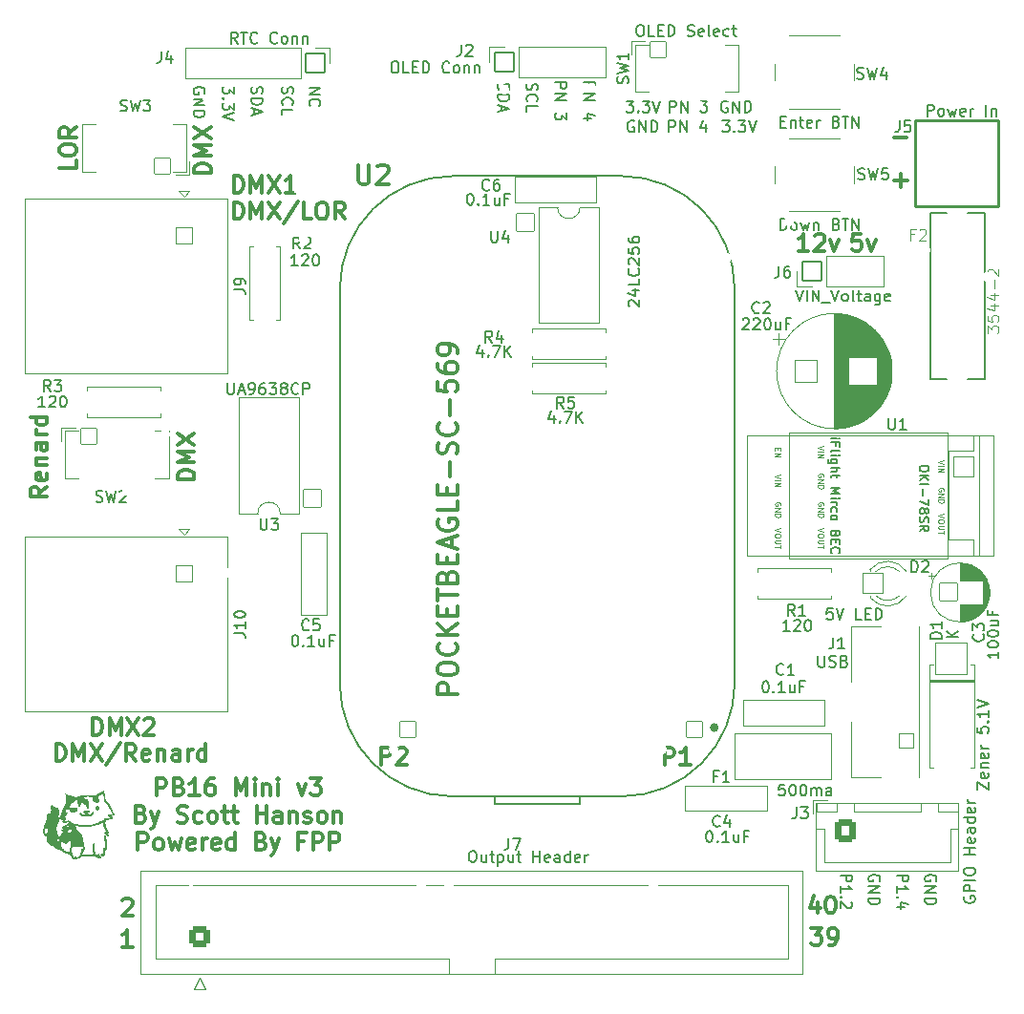
<source format=gbr>
%TF.GenerationSoftware,KiCad,Pcbnew,(6.0.7)*%
%TF.CreationDate,2022-08-13T23:51:54-04:00*%
%TF.ProjectId,PB_16,50425f31-362e-46b6-9963-61645f706362,v3*%
%TF.SameCoordinates,Original*%
%TF.FileFunction,Legend,Top*%
%TF.FilePolarity,Positive*%
%FSLAX46Y46*%
G04 Gerber Fmt 4.6, Leading zero omitted, Abs format (unit mm)*
G04 Created by KiCad (PCBNEW (6.0.7)) date 2022-08-13 23:51:54*
%MOMM*%
%LPD*%
G01*
G04 APERTURE LIST*
G04 Aperture macros list*
%AMRoundRect*
0 Rectangle with rounded corners*
0 $1 Rounding radius*
0 $2 $3 $4 $5 $6 $7 $8 $9 X,Y pos of 4 corners*
0 Add a 4 corners polygon primitive as box body*
4,1,4,$2,$3,$4,$5,$6,$7,$8,$9,$2,$3,0*
0 Add four circle primitives for the rounded corners*
1,1,$1+$1,$2,$3*
1,1,$1+$1,$4,$5*
1,1,$1+$1,$6,$7*
1,1,$1+$1,$8,$9*
0 Add four rect primitives between the rounded corners*
20,1,$1+$1,$2,$3,$4,$5,0*
20,1,$1+$1,$4,$5,$6,$7,0*
20,1,$1+$1,$6,$7,$8,$9,0*
20,1,$1+$1,$8,$9,$2,$3,0*%
G04 Aperture macros list end*
%ADD10C,0.150000*%
%ADD11C,0.300000*%
%ADD12C,0.100000*%
%ADD13C,0.050000*%
%ADD14C,0.120000*%
%ADD15C,0.127000*%
%ADD16C,0.304800*%
%ADD17C,0.254000*%
%ADD18RoundRect,0.051000X-1.000000X-1.000000X1.000000X-1.000000X1.000000X1.000000X-1.000000X1.000000X0*%
%ADD19C,2.102000*%
%ADD20RoundRect,0.051000X-0.800000X-0.800000X0.800000X-0.800000X0.800000X0.800000X-0.800000X0.800000X0*%
%ADD21C,1.702000*%
%ADD22RoundRect,0.051000X-1.400000X1.400000X-1.400000X-1.400000X1.400000X-1.400000X1.400000X1.400000X0*%
%ADD23O,2.902000X2.902000*%
%ADD24RoundRect,0.051000X-0.900000X-0.900000X0.900000X-0.900000X0.900000X0.900000X-0.900000X0.900000X0*%
%ADD25C,1.902000*%
%ADD26RoundRect,0.051000X0.850000X-0.850000X0.850000X0.850000X-0.850000X0.850000X-0.850000X-0.850000X0*%
%ADD27O,1.802000X1.802000*%
%ADD28RoundRect,0.301000X-0.600000X-0.725000X0.600000X-0.725000X0.600000X0.725000X-0.600000X0.725000X0*%
%ADD29O,1.802000X2.052000*%
%ADD30RoundRect,0.051000X-0.850000X0.850000X-0.850000X-0.850000X0.850000X-0.850000X0.850000X0.850000X0*%
%ADD31RoundRect,0.301000X0.600000X-0.600000X0.600000X0.600000X-0.600000X0.600000X-0.600000X-0.600000X0*%
%ADD32C,1.802000*%
%ADD33RoundRect,0.051000X-0.700000X-0.700000X0.700000X-0.700000X0.700000X0.700000X-0.700000X0.700000X0*%
%ADD34C,1.502000*%
%ADD35RoundRect,0.051000X0.704000X0.704000X-0.704000X0.704000X-0.704000X-0.704000X0.704000X-0.704000X0*%
%ADD36C,1.510000*%
%ADD37RoundRect,0.051000X0.800000X0.800000X-0.800000X0.800000X-0.800000X-0.800000X0.800000X-0.800000X0*%
%ADD38O,1.702000X1.702000*%
%ADD39C,3.402000*%
%ADD40RoundRect,0.051000X-0.750000X0.750000X-0.750000X-0.750000X0.750000X-0.750000X0.750000X0.750000X0*%
%ADD41C,1.602000*%
%ADD42C,1.372000*%
%ADD43RoundRect,0.051000X0.650000X-0.650000X0.650000X0.650000X-0.650000X0.650000X-0.650000X-0.650000X0*%
%ADD44C,1.402000*%
%ADD45O,3.002000X2.002000*%
%ADD46O,2.002000X3.002000*%
%ADD47RoundRect,0.051000X0.700000X0.700000X-0.700000X0.700000X-0.700000X-0.700000X0.700000X-0.700000X0*%
%ADD48C,2.577000*%
%ADD49C,2.006000*%
%ADD50RoundRect,0.051000X0.900000X-0.900000X0.900000X0.900000X-0.900000X0.900000X-0.900000X-0.900000X0*%
%ADD51C,1.626000*%
%ADD52C,3.802000*%
%ADD53C,0.902000*%
G04 APERTURE END LIST*
D10*
X181934019Y-41771647D02*
X181934019Y-42390695D01*
X181553066Y-42057361D01*
X181553066Y-42200218D01*
X181505447Y-42295457D01*
X181457828Y-42343076D01*
X181362590Y-42390695D01*
X181124495Y-42390695D01*
X181029257Y-42343076D01*
X180981638Y-42295457D01*
X180934019Y-42200218D01*
X180934019Y-41914504D01*
X180981638Y-41819266D01*
X181029257Y-41771647D01*
X181029257Y-42819266D02*
X180981638Y-42866885D01*
X180934019Y-42819266D01*
X180981638Y-42771647D01*
X181029257Y-42819266D01*
X180934019Y-42819266D01*
X181934019Y-43200218D02*
X181934019Y-43819266D01*
X181553066Y-43485933D01*
X181553066Y-43628790D01*
X181505447Y-43724028D01*
X181457828Y-43771647D01*
X181362590Y-43819266D01*
X181124495Y-43819266D01*
X181029257Y-43771647D01*
X180981638Y-43724028D01*
X180934019Y-43628790D01*
X180934019Y-43343076D01*
X180981638Y-43247838D01*
X181029257Y-43200218D01*
X181934019Y-44104980D02*
X180934019Y-44438314D01*
X181934019Y-44771647D01*
X186231638Y-41819266D02*
X186184019Y-41962123D01*
X186184019Y-42200219D01*
X186231638Y-42295457D01*
X186279257Y-42343076D01*
X186374495Y-42390695D01*
X186469733Y-42390695D01*
X186564971Y-42343076D01*
X186612590Y-42295457D01*
X186660209Y-42200219D01*
X186707828Y-42009743D01*
X186755447Y-41914504D01*
X186803066Y-41866885D01*
X186898304Y-41819266D01*
X186993542Y-41819266D01*
X187088780Y-41866885D01*
X187136400Y-41914504D01*
X187184019Y-42009743D01*
X187184019Y-42247838D01*
X187136400Y-42390695D01*
X186279257Y-43390695D02*
X186231638Y-43343076D01*
X186184019Y-43200219D01*
X186184019Y-43104981D01*
X186231638Y-42962123D01*
X186326876Y-42866885D01*
X186422114Y-42819266D01*
X186612590Y-42771647D01*
X186755447Y-42771647D01*
X186945923Y-42819266D01*
X187041161Y-42866885D01*
X187136400Y-42962123D01*
X187184019Y-43104981D01*
X187184019Y-43200219D01*
X187136400Y-43343076D01*
X187088780Y-43390695D01*
X186184019Y-44295457D02*
X186184019Y-43819266D01*
X187184019Y-43819266D01*
X183521638Y-41819267D02*
X183474019Y-41962124D01*
X183474019Y-42200219D01*
X183521638Y-42295457D01*
X183569257Y-42343076D01*
X183664495Y-42390695D01*
X183759733Y-42390695D01*
X183854971Y-42343076D01*
X183902590Y-42295457D01*
X183950209Y-42200219D01*
X183997828Y-42009743D01*
X184045447Y-41914505D01*
X184093066Y-41866886D01*
X184188304Y-41819267D01*
X184283542Y-41819267D01*
X184378780Y-41866886D01*
X184426400Y-41914505D01*
X184474019Y-42009743D01*
X184474019Y-42247838D01*
X184426400Y-42390695D01*
X183474019Y-42819267D02*
X184474019Y-42819267D01*
X184474019Y-43057362D01*
X184426400Y-43200219D01*
X184331161Y-43295457D01*
X184235923Y-43343076D01*
X184045447Y-43390695D01*
X183902590Y-43390695D01*
X183712114Y-43343076D01*
X183616876Y-43295457D01*
X183521638Y-43200219D01*
X183474019Y-43057362D01*
X183474019Y-42819267D01*
X183759733Y-43771648D02*
X183759733Y-44247838D01*
X183474019Y-43676410D02*
X184474019Y-44009743D01*
X183474019Y-44343076D01*
X179306400Y-42390695D02*
X179354019Y-42295457D01*
X179354019Y-42152600D01*
X179306400Y-42009742D01*
X179211161Y-41914504D01*
X179115923Y-41866885D01*
X178925447Y-41819266D01*
X178782590Y-41819266D01*
X178592114Y-41866885D01*
X178496876Y-41914504D01*
X178401638Y-42009742D01*
X178354019Y-42152600D01*
X178354019Y-42247838D01*
X178401638Y-42390695D01*
X178449257Y-42438314D01*
X178782590Y-42438314D01*
X178782590Y-42247838D01*
X178354019Y-42866885D02*
X179354019Y-42866885D01*
X178354019Y-43438314D01*
X179354019Y-43438314D01*
X178354019Y-43914504D02*
X179354019Y-43914504D01*
X179354019Y-44152600D01*
X179306400Y-44295457D01*
X179211161Y-44390695D01*
X179115923Y-44438314D01*
X178925447Y-44485933D01*
X178782590Y-44485933D01*
X178592114Y-44438314D01*
X178496876Y-44390695D01*
X178401638Y-44295457D01*
X178354019Y-44152600D01*
X178354019Y-43914504D01*
X188594019Y-41866885D02*
X189594019Y-41866885D01*
X188594019Y-42438314D01*
X189594019Y-42438314D01*
X188689257Y-43485933D02*
X188641638Y-43438314D01*
X188594019Y-43295457D01*
X188594019Y-43200219D01*
X188641638Y-43057361D01*
X188736876Y-42962123D01*
X188832114Y-42914504D01*
X189022590Y-42866885D01*
X189165447Y-42866885D01*
X189355923Y-42914504D01*
X189451161Y-42962123D01*
X189546400Y-43057361D01*
X189594019Y-43200219D01*
X189594019Y-43295457D01*
X189546400Y-43438314D01*
X189498780Y-43485933D01*
X217388095Y-44850000D02*
X217292857Y-44802380D01*
X217150000Y-44802380D01*
X217007142Y-44850000D01*
X216911904Y-44945238D01*
X216864285Y-45040476D01*
X216816666Y-45230952D01*
X216816666Y-45373809D01*
X216864285Y-45564285D01*
X216911904Y-45659523D01*
X217007142Y-45754761D01*
X217150000Y-45802380D01*
X217245238Y-45802380D01*
X217388095Y-45754761D01*
X217435714Y-45707142D01*
X217435714Y-45373809D01*
X217245238Y-45373809D01*
X217864285Y-45802380D02*
X217864285Y-44802380D01*
X218435714Y-45802380D01*
X218435714Y-44802380D01*
X218911904Y-45802380D02*
X218911904Y-44802380D01*
X219150000Y-44802380D01*
X219292857Y-44850000D01*
X219388095Y-44945238D01*
X219435714Y-45040476D01*
X219483333Y-45230952D01*
X219483333Y-45373809D01*
X219435714Y-45564285D01*
X219388095Y-45659523D01*
X219292857Y-45754761D01*
X219150000Y-45802380D01*
X218911904Y-45802380D01*
X225223809Y-44802380D02*
X225842857Y-44802380D01*
X225509523Y-45183333D01*
X225652380Y-45183333D01*
X225747619Y-45230952D01*
X225795238Y-45278571D01*
X225842857Y-45373809D01*
X225842857Y-45611904D01*
X225795238Y-45707142D01*
X225747619Y-45754761D01*
X225652380Y-45802380D01*
X225366666Y-45802380D01*
X225271428Y-45754761D01*
X225223809Y-45707142D01*
X226271428Y-45707142D02*
X226319047Y-45754761D01*
X226271428Y-45802380D01*
X226223809Y-45754761D01*
X226271428Y-45707142D01*
X226271428Y-45802380D01*
X226652380Y-44802380D02*
X227271428Y-44802380D01*
X226938095Y-45183333D01*
X227080952Y-45183333D01*
X227176190Y-45230952D01*
X227223809Y-45278571D01*
X227271428Y-45373809D01*
X227271428Y-45611904D01*
X227223809Y-45707142D01*
X227176190Y-45754761D01*
X227080952Y-45802380D01*
X226795238Y-45802380D01*
X226700000Y-45754761D01*
X226652380Y-45707142D01*
X227557142Y-44802380D02*
X227890476Y-45802380D01*
X228223809Y-44802380D01*
X220557142Y-44052380D02*
X220557142Y-43052380D01*
X220938095Y-43052380D01*
X221033333Y-43100000D01*
X221080952Y-43147619D01*
X221128571Y-43242857D01*
X221128571Y-43385714D01*
X221080952Y-43480952D01*
X221033333Y-43528571D01*
X220938095Y-43576190D01*
X220557142Y-43576190D01*
X221557142Y-44052380D02*
X221557142Y-43052380D01*
X222128571Y-44052380D01*
X222128571Y-43052380D01*
X223271428Y-43052380D02*
X223890476Y-43052380D01*
X223557142Y-43433333D01*
X223700000Y-43433333D01*
X223795238Y-43480952D01*
X223842857Y-43528571D01*
X223890476Y-43623809D01*
X223890476Y-43861904D01*
X223842857Y-43957142D01*
X223795238Y-44004761D01*
X223700000Y-44052380D01*
X223414285Y-44052380D01*
X223319047Y-44004761D01*
X223271428Y-43957142D01*
X216723809Y-43052380D02*
X217342857Y-43052380D01*
X217009523Y-43433333D01*
X217152380Y-43433333D01*
X217247619Y-43480952D01*
X217295238Y-43528571D01*
X217342857Y-43623809D01*
X217342857Y-43861904D01*
X217295238Y-43957142D01*
X217247619Y-44004761D01*
X217152380Y-44052380D01*
X216866666Y-44052380D01*
X216771428Y-44004761D01*
X216723809Y-43957142D01*
X217771428Y-43957142D02*
X217819047Y-44004761D01*
X217771428Y-44052380D01*
X217723809Y-44004761D01*
X217771428Y-43957142D01*
X217771428Y-44052380D01*
X218152380Y-43052380D02*
X218771428Y-43052380D01*
X218438095Y-43433333D01*
X218580952Y-43433333D01*
X218676190Y-43480952D01*
X218723809Y-43528571D01*
X218771428Y-43623809D01*
X218771428Y-43861904D01*
X218723809Y-43957142D01*
X218676190Y-44004761D01*
X218580952Y-44052380D01*
X218295238Y-44052380D01*
X218200000Y-44004761D01*
X218152380Y-43957142D01*
X219057142Y-43052380D02*
X219390476Y-44052380D01*
X219723809Y-43052380D01*
X220507142Y-45802380D02*
X220507142Y-44802380D01*
X220888095Y-44802380D01*
X220983333Y-44850000D01*
X221030952Y-44897619D01*
X221078571Y-44992857D01*
X221078571Y-45135714D01*
X221030952Y-45230952D01*
X220983333Y-45278571D01*
X220888095Y-45326190D01*
X220507142Y-45326190D01*
X221507142Y-45802380D02*
X221507142Y-44802380D01*
X222078571Y-45802380D01*
X222078571Y-44802380D01*
X223745238Y-45135714D02*
X223745238Y-45802380D01*
X223507142Y-44754761D02*
X223269047Y-45469047D01*
X223888095Y-45469047D01*
X225688095Y-43100000D02*
X225592857Y-43052380D01*
X225450000Y-43052380D01*
X225307142Y-43100000D01*
X225211904Y-43195238D01*
X225164285Y-43290476D01*
X225116666Y-43480952D01*
X225116666Y-43623809D01*
X225164285Y-43814285D01*
X225211904Y-43909523D01*
X225307142Y-44004761D01*
X225450000Y-44052380D01*
X225545238Y-44052380D01*
X225688095Y-44004761D01*
X225735714Y-43957142D01*
X225735714Y-43623809D01*
X225545238Y-43623809D01*
X226164285Y-44052380D02*
X226164285Y-43052380D01*
X226735714Y-44052380D01*
X226735714Y-43052380D01*
X227211904Y-44052380D02*
X227211904Y-43052380D01*
X227450000Y-43052380D01*
X227592857Y-43100000D01*
X227688095Y-43195238D01*
X227735714Y-43290476D01*
X227783333Y-43480952D01*
X227783333Y-43623809D01*
X227735714Y-43814285D01*
X227688095Y-43909523D01*
X227592857Y-44004761D01*
X227450000Y-44052380D01*
X227211904Y-44052380D01*
X212937419Y-41382542D02*
X213937419Y-41382542D01*
X213937419Y-41763495D01*
X213889800Y-41858733D01*
X213842180Y-41906352D01*
X213746942Y-41953971D01*
X213604085Y-41953971D01*
X213508847Y-41906352D01*
X213461228Y-41858733D01*
X213413609Y-41763495D01*
X213413609Y-41382542D01*
X212937419Y-42382542D02*
X213937419Y-42382542D01*
X212937419Y-42953971D01*
X213937419Y-42953971D01*
X213604085Y-44620638D02*
X212937419Y-44620638D01*
X213985038Y-44382542D02*
X213270752Y-44144447D01*
X213270752Y-44763495D01*
X207915038Y-41519666D02*
X207867419Y-41662523D01*
X207867419Y-41900619D01*
X207915038Y-41995857D01*
X207962657Y-42043476D01*
X208057895Y-42091095D01*
X208153133Y-42091095D01*
X208248371Y-42043476D01*
X208295990Y-41995857D01*
X208343609Y-41900619D01*
X208391228Y-41710143D01*
X208438847Y-41614904D01*
X208486466Y-41567285D01*
X208581704Y-41519666D01*
X208676942Y-41519666D01*
X208772180Y-41567285D01*
X208819800Y-41614904D01*
X208867419Y-41710143D01*
X208867419Y-41948238D01*
X208819800Y-42091095D01*
X207962657Y-43091095D02*
X207915038Y-43043476D01*
X207867419Y-42900619D01*
X207867419Y-42805381D01*
X207915038Y-42662523D01*
X208010276Y-42567285D01*
X208105514Y-42519666D01*
X208295990Y-42472047D01*
X208438847Y-42472047D01*
X208629323Y-42519666D01*
X208724561Y-42567285D01*
X208819800Y-42662523D01*
X208867419Y-42805381D01*
X208867419Y-42900619D01*
X208819800Y-43043476D01*
X208772180Y-43091095D01*
X207867419Y-43995857D02*
X207867419Y-43519666D01*
X208867419Y-43519666D01*
X210397419Y-41382542D02*
X211397419Y-41382542D01*
X211397419Y-41763495D01*
X211349800Y-41858733D01*
X211302180Y-41906352D01*
X211206942Y-41953971D01*
X211064085Y-41953971D01*
X210968847Y-41906352D01*
X210921228Y-41858733D01*
X210873609Y-41763495D01*
X210873609Y-41382542D01*
X210397419Y-42382542D02*
X211397419Y-42382542D01*
X210397419Y-42953971D01*
X211397419Y-42953971D01*
X211397419Y-44096828D02*
X211397419Y-44715876D01*
X211016466Y-44382542D01*
X211016466Y-44525400D01*
X210968847Y-44620638D01*
X210921228Y-44668257D01*
X210825990Y-44715876D01*
X210587895Y-44715876D01*
X210492657Y-44668257D01*
X210445038Y-44620638D01*
X210397419Y-44525400D01*
X210397419Y-44239685D01*
X210445038Y-44144447D01*
X210492657Y-44096828D01*
X205385038Y-41519667D02*
X205337419Y-41662524D01*
X205337419Y-41900619D01*
X205385038Y-41995857D01*
X205432657Y-42043476D01*
X205527895Y-42091095D01*
X205623133Y-42091095D01*
X205718371Y-42043476D01*
X205765990Y-41995857D01*
X205813609Y-41900619D01*
X205861228Y-41710143D01*
X205908847Y-41614905D01*
X205956466Y-41567286D01*
X206051704Y-41519667D01*
X206146942Y-41519667D01*
X206242180Y-41567286D01*
X206289800Y-41614905D01*
X206337419Y-41710143D01*
X206337419Y-41948238D01*
X206289800Y-42091095D01*
X205337419Y-42519667D02*
X206337419Y-42519667D01*
X206337419Y-42757762D01*
X206289800Y-42900619D01*
X206194561Y-42995857D01*
X206099323Y-43043476D01*
X205908847Y-43091095D01*
X205765990Y-43091095D01*
X205575514Y-43043476D01*
X205480276Y-42995857D01*
X205385038Y-42900619D01*
X205337419Y-42757762D01*
X205337419Y-42519667D01*
X205623133Y-43472048D02*
X205623133Y-43948238D01*
X205337419Y-43376810D02*
X206337419Y-43710143D01*
X205337419Y-44043476D01*
X240697619Y-111697619D02*
X241697619Y-111697619D01*
X241697619Y-112078571D01*
X241650000Y-112173809D01*
X241602380Y-112221428D01*
X241507142Y-112269047D01*
X241364285Y-112269047D01*
X241269047Y-112221428D01*
X241221428Y-112173809D01*
X241173809Y-112078571D01*
X241173809Y-111697619D01*
X240697619Y-113221428D02*
X240697619Y-112650000D01*
X240697619Y-112935714D02*
X241697619Y-112935714D01*
X241554761Y-112840476D01*
X241459523Y-112745238D01*
X241411904Y-112650000D01*
X240792857Y-113650000D02*
X240745238Y-113697619D01*
X240697619Y-113650000D01*
X240745238Y-113602380D01*
X240792857Y-113650000D01*
X240697619Y-113650000D01*
X241364285Y-114554761D02*
X240697619Y-114554761D01*
X241745238Y-114316666D02*
X241030952Y-114078571D01*
X241030952Y-114697619D01*
X244150000Y-112221428D02*
X244197619Y-112126190D01*
X244197619Y-111983333D01*
X244150000Y-111840475D01*
X244054761Y-111745237D01*
X243959523Y-111697618D01*
X243769047Y-111649999D01*
X243626190Y-111649999D01*
X243435714Y-111697618D01*
X243340476Y-111745237D01*
X243245238Y-111840475D01*
X243197619Y-111983333D01*
X243197619Y-112078571D01*
X243245238Y-112221428D01*
X243292857Y-112269047D01*
X243626190Y-112269047D01*
X243626190Y-112078571D01*
X243197619Y-112697618D02*
X244197619Y-112697618D01*
X243197619Y-113269047D01*
X244197619Y-113269047D01*
X243197619Y-113745237D02*
X244197619Y-113745237D01*
X244197619Y-113983333D01*
X244150000Y-114126190D01*
X244054761Y-114221428D01*
X243959523Y-114269047D01*
X243769047Y-114316666D01*
X243626190Y-114316666D01*
X243435714Y-114269047D01*
X243340476Y-114221428D01*
X243245238Y-114126190D01*
X243197619Y-113983333D01*
X243197619Y-113745237D01*
X239150000Y-112221428D02*
X239197619Y-112126190D01*
X239197619Y-111983333D01*
X239150000Y-111840475D01*
X239054761Y-111745237D01*
X238959523Y-111697618D01*
X238769047Y-111649999D01*
X238626190Y-111649999D01*
X238435714Y-111697618D01*
X238340476Y-111745237D01*
X238245238Y-111840475D01*
X238197619Y-111983333D01*
X238197619Y-112078571D01*
X238245238Y-112221428D01*
X238292857Y-112269047D01*
X238626190Y-112269047D01*
X238626190Y-112078571D01*
X238197619Y-112697618D02*
X239197619Y-112697618D01*
X238197619Y-113269047D01*
X239197619Y-113269047D01*
X238197619Y-113745237D02*
X239197619Y-113745237D01*
X239197619Y-113983333D01*
X239150000Y-114126190D01*
X239054761Y-114221428D01*
X238959523Y-114269047D01*
X238769047Y-114316666D01*
X238626190Y-114316666D01*
X238435714Y-114269047D01*
X238340476Y-114221428D01*
X238245238Y-114126190D01*
X238197619Y-113983333D01*
X238197619Y-113745237D01*
D11*
X167978571Y-48321428D02*
X167978571Y-49035714D01*
X166478571Y-49035714D01*
X166478571Y-47535714D02*
X166478571Y-47250000D01*
X166550000Y-47107142D01*
X166692857Y-46964285D01*
X166978571Y-46892857D01*
X167478571Y-46892857D01*
X167764285Y-46964285D01*
X167907142Y-47107142D01*
X167978571Y-47250000D01*
X167978571Y-47535714D01*
X167907142Y-47678571D01*
X167764285Y-47821428D01*
X167478571Y-47892857D01*
X166978571Y-47892857D01*
X166692857Y-47821428D01*
X166550000Y-47678571D01*
X166478571Y-47535714D01*
X167978571Y-45392857D02*
X167264285Y-45892857D01*
X167978571Y-46250000D02*
X166478571Y-46250000D01*
X166478571Y-45678571D01*
X166550000Y-45535714D01*
X166621428Y-45464285D01*
X166764285Y-45392857D01*
X166978571Y-45392857D01*
X167121428Y-45464285D01*
X167192857Y-45535714D01*
X167264285Y-45678571D01*
X167264285Y-46250000D01*
X181921428Y-51178571D02*
X181921428Y-49678571D01*
X182278571Y-49678571D01*
X182492857Y-49750000D01*
X182635714Y-49892857D01*
X182707142Y-50035714D01*
X182778571Y-50321428D01*
X182778571Y-50535714D01*
X182707142Y-50821428D01*
X182635714Y-50964285D01*
X182492857Y-51107142D01*
X182278571Y-51178571D01*
X181921428Y-51178571D01*
X183421428Y-51178571D02*
X183421428Y-49678571D01*
X183921428Y-50750000D01*
X184421428Y-49678571D01*
X184421428Y-51178571D01*
X184992857Y-49678571D02*
X185992857Y-51178571D01*
X185992857Y-49678571D02*
X184992857Y-51178571D01*
X187350000Y-51178571D02*
X186492857Y-51178571D01*
X186921428Y-51178571D02*
X186921428Y-49678571D01*
X186778571Y-49892857D01*
X186635714Y-50035714D01*
X186492857Y-50107142D01*
X237510714Y-54828571D02*
X236796428Y-54828571D01*
X236725000Y-55542857D01*
X236796428Y-55471428D01*
X236939285Y-55400000D01*
X237296428Y-55400000D01*
X237439285Y-55471428D01*
X237510714Y-55542857D01*
X237582142Y-55685714D01*
X237582142Y-56042857D01*
X237510714Y-56185714D01*
X237439285Y-56257142D01*
X237296428Y-56328571D01*
X236939285Y-56328571D01*
X236796428Y-56257142D01*
X236725000Y-56185714D01*
X238082142Y-55328571D02*
X238439285Y-56328571D01*
X238796428Y-55328571D01*
X181907142Y-53528571D02*
X181907142Y-52028571D01*
X182264285Y-52028571D01*
X182478571Y-52100000D01*
X182621428Y-52242857D01*
X182692857Y-52385714D01*
X182764285Y-52671428D01*
X182764285Y-52885714D01*
X182692857Y-53171428D01*
X182621428Y-53314285D01*
X182478571Y-53457142D01*
X182264285Y-53528571D01*
X181907142Y-53528571D01*
X183407142Y-53528571D02*
X183407142Y-52028571D01*
X183907142Y-53100000D01*
X184407142Y-52028571D01*
X184407142Y-53528571D01*
X184978571Y-52028571D02*
X185978571Y-53528571D01*
X185978571Y-52028571D02*
X184978571Y-53528571D01*
X187621428Y-51957142D02*
X186335714Y-53885714D01*
X188835714Y-53528571D02*
X188121428Y-53528571D01*
X188121428Y-52028571D01*
X189621428Y-52028571D02*
X189907142Y-52028571D01*
X190050000Y-52100000D01*
X190192857Y-52242857D01*
X190264285Y-52528571D01*
X190264285Y-53028571D01*
X190192857Y-53314285D01*
X190050000Y-53457142D01*
X189907142Y-53528571D01*
X189621428Y-53528571D01*
X189478571Y-53457142D01*
X189335714Y-53314285D01*
X189264285Y-53028571D01*
X189264285Y-52528571D01*
X189335714Y-52242857D01*
X189478571Y-52100000D01*
X189621428Y-52028571D01*
X191764285Y-53528571D02*
X191264285Y-52814285D01*
X190907142Y-53528571D02*
X190907142Y-52028571D01*
X191478571Y-52028571D01*
X191621428Y-52100000D01*
X191692857Y-52171428D01*
X191764285Y-52314285D01*
X191764285Y-52528571D01*
X191692857Y-52671428D01*
X191621428Y-52742857D01*
X191478571Y-52814285D01*
X190907142Y-52814285D01*
X220092857Y-101928571D02*
X220092857Y-100428571D01*
X220664285Y-100428571D01*
X220807142Y-100500000D01*
X220878571Y-100571428D01*
X220950000Y-100714285D01*
X220950000Y-100928571D01*
X220878571Y-101071428D01*
X220807142Y-101142857D01*
X220664285Y-101214285D01*
X220092857Y-101214285D01*
X222378571Y-101928571D02*
X221521428Y-101928571D01*
X221950000Y-101928571D02*
X221950000Y-100428571D01*
X221807142Y-100642857D01*
X221664285Y-100785714D01*
X221521428Y-100857142D01*
X172928571Y-118078571D02*
X172071428Y-118078571D01*
X172500000Y-118078571D02*
X172500000Y-116578571D01*
X172357142Y-116792857D01*
X172214285Y-116935714D01*
X172071428Y-117007142D01*
X240428571Y-46257142D02*
X241571428Y-46257142D01*
X169421428Y-99278571D02*
X169421428Y-97778571D01*
X169778571Y-97778571D01*
X169992857Y-97850000D01*
X170135714Y-97992857D01*
X170207142Y-98135714D01*
X170278571Y-98421428D01*
X170278571Y-98635714D01*
X170207142Y-98921428D01*
X170135714Y-99064285D01*
X169992857Y-99207142D01*
X169778571Y-99278571D01*
X169421428Y-99278571D01*
X170921428Y-99278571D02*
X170921428Y-97778571D01*
X171421428Y-98850000D01*
X171921428Y-97778571D01*
X171921428Y-99278571D01*
X172492857Y-97778571D02*
X173492857Y-99278571D01*
X173492857Y-97778571D02*
X172492857Y-99278571D01*
X173992857Y-97921428D02*
X174064285Y-97850000D01*
X174207142Y-97778571D01*
X174564285Y-97778571D01*
X174707142Y-97850000D01*
X174778571Y-97921428D01*
X174850000Y-98064285D01*
X174850000Y-98207142D01*
X174778571Y-98421428D01*
X173921428Y-99278571D01*
X174850000Y-99278571D01*
X233671428Y-114078571D02*
X233671428Y-115078571D01*
X233314285Y-113507142D02*
X232957142Y-114578571D01*
X233885714Y-114578571D01*
X234742857Y-113578571D02*
X234885714Y-113578571D01*
X235028571Y-113650000D01*
X235100000Y-113721428D01*
X235171428Y-113864285D01*
X235242857Y-114150000D01*
X235242857Y-114507142D01*
X235171428Y-114792857D01*
X235100000Y-114935714D01*
X235028571Y-115007142D01*
X234885714Y-115078571D01*
X234742857Y-115078571D01*
X234600000Y-115007142D01*
X234528571Y-114935714D01*
X234457142Y-114792857D01*
X234385714Y-114507142D01*
X234385714Y-114150000D01*
X234457142Y-113864285D01*
X234528571Y-113721428D01*
X234600000Y-113650000D01*
X234742857Y-113578571D01*
X233085714Y-116378571D02*
X234014285Y-116378571D01*
X233514285Y-116950000D01*
X233728571Y-116950000D01*
X233871428Y-117021428D01*
X233942857Y-117092857D01*
X234014285Y-117235714D01*
X234014285Y-117592857D01*
X233942857Y-117735714D01*
X233871428Y-117807142D01*
X233728571Y-117878571D01*
X233300000Y-117878571D01*
X233157142Y-117807142D01*
X233085714Y-117735714D01*
X234728571Y-117878571D02*
X235014285Y-117878571D01*
X235157142Y-117807142D01*
X235228571Y-117735714D01*
X235371428Y-117521428D01*
X235442857Y-117235714D01*
X235442857Y-116664285D01*
X235371428Y-116521428D01*
X235300000Y-116450000D01*
X235157142Y-116378571D01*
X234871428Y-116378571D01*
X234728571Y-116450000D01*
X234657142Y-116521428D01*
X234585714Y-116664285D01*
X234585714Y-117021428D01*
X234657142Y-117164285D01*
X234728571Y-117235714D01*
X234871428Y-117307142D01*
X235157142Y-117307142D01*
X235300000Y-117235714D01*
X235371428Y-117164285D01*
X235442857Y-117021428D01*
X175075000Y-104638571D02*
X175075000Y-103138571D01*
X175646428Y-103138571D01*
X175789285Y-103210000D01*
X175860714Y-103281428D01*
X175932142Y-103424285D01*
X175932142Y-103638571D01*
X175860714Y-103781428D01*
X175789285Y-103852857D01*
X175646428Y-103924285D01*
X175075000Y-103924285D01*
X177075000Y-103852857D02*
X177289285Y-103924285D01*
X177360714Y-103995714D01*
X177432142Y-104138571D01*
X177432142Y-104352857D01*
X177360714Y-104495714D01*
X177289285Y-104567142D01*
X177146428Y-104638571D01*
X176575000Y-104638571D01*
X176575000Y-103138571D01*
X177075000Y-103138571D01*
X177217857Y-103210000D01*
X177289285Y-103281428D01*
X177360714Y-103424285D01*
X177360714Y-103567142D01*
X177289285Y-103710000D01*
X177217857Y-103781428D01*
X177075000Y-103852857D01*
X176575000Y-103852857D01*
X178860714Y-104638571D02*
X178003571Y-104638571D01*
X178432142Y-104638571D02*
X178432142Y-103138571D01*
X178289285Y-103352857D01*
X178146428Y-103495714D01*
X178003571Y-103567142D01*
X180146428Y-103138571D02*
X179860714Y-103138571D01*
X179717857Y-103210000D01*
X179646428Y-103281428D01*
X179503571Y-103495714D01*
X179432142Y-103781428D01*
X179432142Y-104352857D01*
X179503571Y-104495714D01*
X179575000Y-104567142D01*
X179717857Y-104638571D01*
X180003571Y-104638571D01*
X180146428Y-104567142D01*
X180217857Y-104495714D01*
X180289285Y-104352857D01*
X180289285Y-103995714D01*
X180217857Y-103852857D01*
X180146428Y-103781428D01*
X180003571Y-103710000D01*
X179717857Y-103710000D01*
X179575000Y-103781428D01*
X179503571Y-103852857D01*
X179432142Y-103995714D01*
X182075000Y-104638571D02*
X182075000Y-103138571D01*
X182575000Y-104210000D01*
X183075000Y-103138571D01*
X183075000Y-104638571D01*
X183789285Y-104638571D02*
X183789285Y-103638571D01*
X183789285Y-103138571D02*
X183717857Y-103210000D01*
X183789285Y-103281428D01*
X183860714Y-103210000D01*
X183789285Y-103138571D01*
X183789285Y-103281428D01*
X184503571Y-103638571D02*
X184503571Y-104638571D01*
X184503571Y-103781428D02*
X184575000Y-103710000D01*
X184717857Y-103638571D01*
X184932142Y-103638571D01*
X185075000Y-103710000D01*
X185146428Y-103852857D01*
X185146428Y-104638571D01*
X185860714Y-104638571D02*
X185860714Y-103638571D01*
X185860714Y-103138571D02*
X185789285Y-103210000D01*
X185860714Y-103281428D01*
X185932142Y-103210000D01*
X185860714Y-103138571D01*
X185860714Y-103281428D01*
X187575000Y-103638571D02*
X187932142Y-104638571D01*
X188289285Y-103638571D01*
X188717857Y-103138571D02*
X189646428Y-103138571D01*
X189146428Y-103710000D01*
X189360714Y-103710000D01*
X189503571Y-103781428D01*
X189575000Y-103852857D01*
X189646428Y-103995714D01*
X189646428Y-104352857D01*
X189575000Y-104495714D01*
X189503571Y-104567142D01*
X189360714Y-104638571D01*
X188932142Y-104638571D01*
X188789285Y-104567142D01*
X188717857Y-104495714D01*
X173717857Y-106267857D02*
X173932142Y-106339285D01*
X174003571Y-106410714D01*
X174075000Y-106553571D01*
X174075000Y-106767857D01*
X174003571Y-106910714D01*
X173932142Y-106982142D01*
X173789285Y-107053571D01*
X173217857Y-107053571D01*
X173217857Y-105553571D01*
X173717857Y-105553571D01*
X173860714Y-105625000D01*
X173932142Y-105696428D01*
X174003571Y-105839285D01*
X174003571Y-105982142D01*
X173932142Y-106125000D01*
X173860714Y-106196428D01*
X173717857Y-106267857D01*
X173217857Y-106267857D01*
X174575000Y-106053571D02*
X174932142Y-107053571D01*
X175289285Y-106053571D02*
X174932142Y-107053571D01*
X174789285Y-107410714D01*
X174717857Y-107482142D01*
X174575000Y-107553571D01*
X176932142Y-106982142D02*
X177146428Y-107053571D01*
X177503571Y-107053571D01*
X177646428Y-106982142D01*
X177717857Y-106910714D01*
X177789285Y-106767857D01*
X177789285Y-106625000D01*
X177717857Y-106482142D01*
X177646428Y-106410714D01*
X177503571Y-106339285D01*
X177217857Y-106267857D01*
X177075000Y-106196428D01*
X177003571Y-106125000D01*
X176932142Y-105982142D01*
X176932142Y-105839285D01*
X177003571Y-105696428D01*
X177075000Y-105625000D01*
X177217857Y-105553571D01*
X177575000Y-105553571D01*
X177789285Y-105625000D01*
X179075000Y-106982142D02*
X178932142Y-107053571D01*
X178646428Y-107053571D01*
X178503571Y-106982142D01*
X178432142Y-106910714D01*
X178360714Y-106767857D01*
X178360714Y-106339285D01*
X178432142Y-106196428D01*
X178503571Y-106125000D01*
X178646428Y-106053571D01*
X178932142Y-106053571D01*
X179075000Y-106125000D01*
X179932142Y-107053571D02*
X179789285Y-106982142D01*
X179717857Y-106910714D01*
X179646428Y-106767857D01*
X179646428Y-106339285D01*
X179717857Y-106196428D01*
X179789285Y-106125000D01*
X179932142Y-106053571D01*
X180146428Y-106053571D01*
X180289285Y-106125000D01*
X180360714Y-106196428D01*
X180432142Y-106339285D01*
X180432142Y-106767857D01*
X180360714Y-106910714D01*
X180289285Y-106982142D01*
X180146428Y-107053571D01*
X179932142Y-107053571D01*
X180860714Y-106053571D02*
X181432142Y-106053571D01*
X181075000Y-105553571D02*
X181075000Y-106839285D01*
X181146428Y-106982142D01*
X181289285Y-107053571D01*
X181432142Y-107053571D01*
X181717857Y-106053571D02*
X182289285Y-106053571D01*
X181932142Y-105553571D02*
X181932142Y-106839285D01*
X182003571Y-106982142D01*
X182146428Y-107053571D01*
X182289285Y-107053571D01*
X183932142Y-107053571D02*
X183932142Y-105553571D01*
X183932142Y-106267857D02*
X184789285Y-106267857D01*
X184789285Y-107053571D02*
X184789285Y-105553571D01*
X186146428Y-107053571D02*
X186146428Y-106267857D01*
X186075000Y-106125000D01*
X185932142Y-106053571D01*
X185646428Y-106053571D01*
X185503571Y-106125000D01*
X186146428Y-106982142D02*
X186003571Y-107053571D01*
X185646428Y-107053571D01*
X185503571Y-106982142D01*
X185432142Y-106839285D01*
X185432142Y-106696428D01*
X185503571Y-106553571D01*
X185646428Y-106482142D01*
X186003571Y-106482142D01*
X186146428Y-106410714D01*
X186860714Y-106053571D02*
X186860714Y-107053571D01*
X186860714Y-106196428D02*
X186932142Y-106125000D01*
X187075000Y-106053571D01*
X187289285Y-106053571D01*
X187432142Y-106125000D01*
X187503571Y-106267857D01*
X187503571Y-107053571D01*
X188146428Y-106982142D02*
X188289285Y-107053571D01*
X188575000Y-107053571D01*
X188717857Y-106982142D01*
X188789285Y-106839285D01*
X188789285Y-106767857D01*
X188717857Y-106625000D01*
X188575000Y-106553571D01*
X188360714Y-106553571D01*
X188217857Y-106482142D01*
X188146428Y-106339285D01*
X188146428Y-106267857D01*
X188217857Y-106125000D01*
X188360714Y-106053571D01*
X188575000Y-106053571D01*
X188717857Y-106125000D01*
X189646428Y-107053571D02*
X189503571Y-106982142D01*
X189432142Y-106910714D01*
X189360714Y-106767857D01*
X189360714Y-106339285D01*
X189432142Y-106196428D01*
X189503571Y-106125000D01*
X189646428Y-106053571D01*
X189860714Y-106053571D01*
X190003571Y-106125000D01*
X190075000Y-106196428D01*
X190146428Y-106339285D01*
X190146428Y-106767857D01*
X190075000Y-106910714D01*
X190003571Y-106982142D01*
X189860714Y-107053571D01*
X189646428Y-107053571D01*
X190789285Y-106053571D02*
X190789285Y-107053571D01*
X190789285Y-106196428D02*
X190860714Y-106125000D01*
X191003571Y-106053571D01*
X191217857Y-106053571D01*
X191360714Y-106125000D01*
X191432142Y-106267857D01*
X191432142Y-107053571D01*
X173432142Y-109468571D02*
X173432142Y-107968571D01*
X174003571Y-107968571D01*
X174146428Y-108040000D01*
X174217857Y-108111428D01*
X174289285Y-108254285D01*
X174289285Y-108468571D01*
X174217857Y-108611428D01*
X174146428Y-108682857D01*
X174003571Y-108754285D01*
X173432142Y-108754285D01*
X175146428Y-109468571D02*
X175003571Y-109397142D01*
X174932142Y-109325714D01*
X174860714Y-109182857D01*
X174860714Y-108754285D01*
X174932142Y-108611428D01*
X175003571Y-108540000D01*
X175146428Y-108468571D01*
X175360714Y-108468571D01*
X175503571Y-108540000D01*
X175575000Y-108611428D01*
X175646428Y-108754285D01*
X175646428Y-109182857D01*
X175575000Y-109325714D01*
X175503571Y-109397142D01*
X175360714Y-109468571D01*
X175146428Y-109468571D01*
X176146428Y-108468571D02*
X176432142Y-109468571D01*
X176717857Y-108754285D01*
X177003571Y-109468571D01*
X177289285Y-108468571D01*
X178432142Y-109397142D02*
X178289285Y-109468571D01*
X178003571Y-109468571D01*
X177860714Y-109397142D01*
X177789285Y-109254285D01*
X177789285Y-108682857D01*
X177860714Y-108540000D01*
X178003571Y-108468571D01*
X178289285Y-108468571D01*
X178432142Y-108540000D01*
X178503571Y-108682857D01*
X178503571Y-108825714D01*
X177789285Y-108968571D01*
X179146428Y-109468571D02*
X179146428Y-108468571D01*
X179146428Y-108754285D02*
X179217857Y-108611428D01*
X179289285Y-108540000D01*
X179432142Y-108468571D01*
X179575000Y-108468571D01*
X180646428Y-109397142D02*
X180503571Y-109468571D01*
X180217857Y-109468571D01*
X180075000Y-109397142D01*
X180003571Y-109254285D01*
X180003571Y-108682857D01*
X180075000Y-108540000D01*
X180217857Y-108468571D01*
X180503571Y-108468571D01*
X180646428Y-108540000D01*
X180717857Y-108682857D01*
X180717857Y-108825714D01*
X180003571Y-108968571D01*
X182003571Y-109468571D02*
X182003571Y-107968571D01*
X182003571Y-109397142D02*
X181860714Y-109468571D01*
X181575000Y-109468571D01*
X181432142Y-109397142D01*
X181360714Y-109325714D01*
X181289285Y-109182857D01*
X181289285Y-108754285D01*
X181360714Y-108611428D01*
X181432142Y-108540000D01*
X181575000Y-108468571D01*
X181860714Y-108468571D01*
X182003571Y-108540000D01*
X184360714Y-108682857D02*
X184575000Y-108754285D01*
X184646428Y-108825714D01*
X184717857Y-108968571D01*
X184717857Y-109182857D01*
X184646428Y-109325714D01*
X184575000Y-109397142D01*
X184432142Y-109468571D01*
X183860714Y-109468571D01*
X183860714Y-107968571D01*
X184360714Y-107968571D01*
X184503571Y-108040000D01*
X184575000Y-108111428D01*
X184646428Y-108254285D01*
X184646428Y-108397142D01*
X184575000Y-108540000D01*
X184503571Y-108611428D01*
X184360714Y-108682857D01*
X183860714Y-108682857D01*
X185217857Y-108468571D02*
X185575000Y-109468571D01*
X185932142Y-108468571D02*
X185575000Y-109468571D01*
X185432142Y-109825714D01*
X185360714Y-109897142D01*
X185217857Y-109968571D01*
X188146428Y-108682857D02*
X187646428Y-108682857D01*
X187646428Y-109468571D02*
X187646428Y-107968571D01*
X188360714Y-107968571D01*
X188932142Y-109468571D02*
X188932142Y-107968571D01*
X189503571Y-107968571D01*
X189646428Y-108040000D01*
X189717857Y-108111428D01*
X189789285Y-108254285D01*
X189789285Y-108468571D01*
X189717857Y-108611428D01*
X189646428Y-108682857D01*
X189503571Y-108754285D01*
X188932142Y-108754285D01*
X190432142Y-109468571D02*
X190432142Y-107968571D01*
X191003571Y-107968571D01*
X191146428Y-108040000D01*
X191217857Y-108111428D01*
X191289285Y-108254285D01*
X191289285Y-108468571D01*
X191217857Y-108611428D01*
X191146428Y-108682857D01*
X191003571Y-108754285D01*
X190432142Y-108754285D01*
X232867857Y-56353571D02*
X232010714Y-56353571D01*
X232439285Y-56353571D02*
X232439285Y-54853571D01*
X232296428Y-55067857D01*
X232153571Y-55210714D01*
X232010714Y-55282142D01*
X233439285Y-54996428D02*
X233510714Y-54925000D01*
X233653571Y-54853571D01*
X234010714Y-54853571D01*
X234153571Y-54925000D01*
X234225000Y-54996428D01*
X234296428Y-55139285D01*
X234296428Y-55282142D01*
X234225000Y-55496428D01*
X233367857Y-56353571D01*
X234296428Y-56353571D01*
X234796428Y-55353571D02*
X235153571Y-56353571D01*
X235510714Y-55353571D01*
X178428571Y-76614285D02*
X176928571Y-76614285D01*
X176928571Y-76257142D01*
X177000000Y-76042857D01*
X177142857Y-75900000D01*
X177285714Y-75828571D01*
X177571428Y-75757142D01*
X177785714Y-75757142D01*
X178071428Y-75828571D01*
X178214285Y-75900000D01*
X178357142Y-76042857D01*
X178428571Y-76257142D01*
X178428571Y-76614285D01*
X178428571Y-75114285D02*
X176928571Y-75114285D01*
X178000000Y-74614285D01*
X176928571Y-74114285D01*
X178428571Y-74114285D01*
X176928571Y-73542857D02*
X178428571Y-72542857D01*
X176928571Y-72542857D02*
X178428571Y-73542857D01*
X240478571Y-50107142D02*
X241621428Y-50107142D01*
X241050000Y-50678571D02*
X241050000Y-49535714D01*
X166157142Y-101578571D02*
X166157142Y-100078571D01*
X166514285Y-100078571D01*
X166728571Y-100150000D01*
X166871428Y-100292857D01*
X166942857Y-100435714D01*
X167014285Y-100721428D01*
X167014285Y-100935714D01*
X166942857Y-101221428D01*
X166871428Y-101364285D01*
X166728571Y-101507142D01*
X166514285Y-101578571D01*
X166157142Y-101578571D01*
X167657142Y-101578571D02*
X167657142Y-100078571D01*
X168157142Y-101150000D01*
X168657142Y-100078571D01*
X168657142Y-101578571D01*
X169228571Y-100078571D02*
X170228571Y-101578571D01*
X170228571Y-100078571D02*
X169228571Y-101578571D01*
X171871428Y-100007142D02*
X170585714Y-101935714D01*
X173228571Y-101578571D02*
X172728571Y-100864285D01*
X172371428Y-101578571D02*
X172371428Y-100078571D01*
X172942857Y-100078571D01*
X173085714Y-100150000D01*
X173157142Y-100221428D01*
X173228571Y-100364285D01*
X173228571Y-100578571D01*
X173157142Y-100721428D01*
X173085714Y-100792857D01*
X172942857Y-100864285D01*
X172371428Y-100864285D01*
X174442857Y-101507142D02*
X174300000Y-101578571D01*
X174014285Y-101578571D01*
X173871428Y-101507142D01*
X173800000Y-101364285D01*
X173800000Y-100792857D01*
X173871428Y-100650000D01*
X174014285Y-100578571D01*
X174300000Y-100578571D01*
X174442857Y-100650000D01*
X174514285Y-100792857D01*
X174514285Y-100935714D01*
X173800000Y-101078571D01*
X175157142Y-100578571D02*
X175157142Y-101578571D01*
X175157142Y-100721428D02*
X175228571Y-100650000D01*
X175371428Y-100578571D01*
X175585714Y-100578571D01*
X175728571Y-100650000D01*
X175800000Y-100792857D01*
X175800000Y-101578571D01*
X177157142Y-101578571D02*
X177157142Y-100792857D01*
X177085714Y-100650000D01*
X176942857Y-100578571D01*
X176657142Y-100578571D01*
X176514285Y-100650000D01*
X177157142Y-101507142D02*
X177014285Y-101578571D01*
X176657142Y-101578571D01*
X176514285Y-101507142D01*
X176442857Y-101364285D01*
X176442857Y-101221428D01*
X176514285Y-101078571D01*
X176657142Y-101007142D01*
X177014285Y-101007142D01*
X177157142Y-100935714D01*
X177871428Y-101578571D02*
X177871428Y-100578571D01*
X177871428Y-100864285D02*
X177942857Y-100721428D01*
X178014285Y-100650000D01*
X178157142Y-100578571D01*
X178300000Y-100578571D01*
X179442857Y-101578571D02*
X179442857Y-100078571D01*
X179442857Y-101507142D02*
X179300000Y-101578571D01*
X179014285Y-101578571D01*
X178871428Y-101507142D01*
X178800000Y-101435714D01*
X178728571Y-101292857D01*
X178728571Y-100864285D01*
X178800000Y-100721428D01*
X178871428Y-100650000D01*
X179014285Y-100578571D01*
X179300000Y-100578571D01*
X179442857Y-100650000D01*
X172071428Y-113921428D02*
X172142857Y-113850000D01*
X172285714Y-113778571D01*
X172642857Y-113778571D01*
X172785714Y-113850000D01*
X172857142Y-113921428D01*
X172928571Y-114064285D01*
X172928571Y-114207142D01*
X172857142Y-114421428D01*
X172000000Y-115278571D01*
X172928571Y-115278571D01*
X165378571Y-77278571D02*
X164664285Y-77778571D01*
X165378571Y-78135714D02*
X163878571Y-78135714D01*
X163878571Y-77564285D01*
X163950000Y-77421428D01*
X164021428Y-77350000D01*
X164164285Y-77278571D01*
X164378571Y-77278571D01*
X164521428Y-77350000D01*
X164592857Y-77421428D01*
X164664285Y-77564285D01*
X164664285Y-78135714D01*
X165307142Y-76064285D02*
X165378571Y-76207142D01*
X165378571Y-76492857D01*
X165307142Y-76635714D01*
X165164285Y-76707142D01*
X164592857Y-76707142D01*
X164450000Y-76635714D01*
X164378571Y-76492857D01*
X164378571Y-76207142D01*
X164450000Y-76064285D01*
X164592857Y-75992857D01*
X164735714Y-75992857D01*
X164878571Y-76707142D01*
X164378571Y-75350000D02*
X165378571Y-75350000D01*
X164521428Y-75350000D02*
X164450000Y-75278571D01*
X164378571Y-75135714D01*
X164378571Y-74921428D01*
X164450000Y-74778571D01*
X164592857Y-74707142D01*
X165378571Y-74707142D01*
X165378571Y-73350000D02*
X164592857Y-73350000D01*
X164450000Y-73421428D01*
X164378571Y-73564285D01*
X164378571Y-73850000D01*
X164450000Y-73992857D01*
X165307142Y-73350000D02*
X165378571Y-73492857D01*
X165378571Y-73850000D01*
X165307142Y-73992857D01*
X165164285Y-74064285D01*
X165021428Y-74064285D01*
X164878571Y-73992857D01*
X164807142Y-73850000D01*
X164807142Y-73492857D01*
X164735714Y-73350000D01*
X165378571Y-72635714D02*
X164378571Y-72635714D01*
X164664285Y-72635714D02*
X164521428Y-72564285D01*
X164450000Y-72492857D01*
X164378571Y-72350000D01*
X164378571Y-72207142D01*
X165378571Y-71064285D02*
X163878571Y-71064285D01*
X165307142Y-71064285D02*
X165378571Y-71207142D01*
X165378571Y-71492857D01*
X165307142Y-71635714D01*
X165235714Y-71707142D01*
X165092857Y-71778571D01*
X164664285Y-71778571D01*
X164521428Y-71707142D01*
X164450000Y-71635714D01*
X164378571Y-71492857D01*
X164378571Y-71207142D01*
X164450000Y-71064285D01*
X179903571Y-49439285D02*
X178403571Y-49439285D01*
X178403571Y-49082142D01*
X178475000Y-48867857D01*
X178617857Y-48725000D01*
X178760714Y-48653571D01*
X179046428Y-48582142D01*
X179260714Y-48582142D01*
X179546428Y-48653571D01*
X179689285Y-48725000D01*
X179832142Y-48867857D01*
X179903571Y-49082142D01*
X179903571Y-49439285D01*
X179903571Y-47939285D02*
X178403571Y-47939285D01*
X179475000Y-47439285D01*
X178403571Y-46939285D01*
X179903571Y-46939285D01*
X178403571Y-46367857D02*
X179903571Y-45367857D01*
X178403571Y-45367857D02*
X179903571Y-46367857D01*
D10*
X235697619Y-111697619D02*
X236697619Y-111697619D01*
X236697619Y-112078571D01*
X236650000Y-112173809D01*
X236602380Y-112221428D01*
X236507142Y-112269047D01*
X236364285Y-112269047D01*
X236269047Y-112221428D01*
X236221428Y-112173809D01*
X236173809Y-112078571D01*
X236173809Y-111697619D01*
X235697619Y-113221428D02*
X235697619Y-112650000D01*
X235697619Y-112935714D02*
X236697619Y-112935714D01*
X236554761Y-112840476D01*
X236459523Y-112745238D01*
X236411904Y-112650000D01*
X235792857Y-113650000D02*
X235745238Y-113697619D01*
X235697619Y-113650000D01*
X235745238Y-113602380D01*
X235792857Y-113650000D01*
X235697619Y-113650000D01*
X236602380Y-114078571D02*
X236650000Y-114126190D01*
X236697619Y-114221428D01*
X236697619Y-114459523D01*
X236650000Y-114554761D01*
X236602380Y-114602380D01*
X236507142Y-114650000D01*
X236411904Y-114650000D01*
X236269047Y-114602380D01*
X235697619Y-114030952D01*
X235697619Y-114650000D01*
D11*
X194992857Y-101878571D02*
X194992857Y-100378571D01*
X195564285Y-100378571D01*
X195707142Y-100450000D01*
X195778571Y-100521428D01*
X195850000Y-100664285D01*
X195850000Y-100878571D01*
X195778571Y-101021428D01*
X195707142Y-101092857D01*
X195564285Y-101164285D01*
X194992857Y-101164285D01*
X196421428Y-100521428D02*
X196492857Y-100450000D01*
X196635714Y-100378571D01*
X196992857Y-100378571D01*
X197135714Y-100450000D01*
X197207142Y-100521428D01*
X197278571Y-100664285D01*
X197278571Y-100807142D01*
X197207142Y-101021428D01*
X196350000Y-101878571D01*
X197278571Y-101878571D01*
D10*
%TO.C,C2*%
X228483333Y-61782142D02*
X228435714Y-61829761D01*
X228292857Y-61877380D01*
X228197619Y-61877380D01*
X228054761Y-61829761D01*
X227959523Y-61734523D01*
X227911904Y-61639285D01*
X227864285Y-61448809D01*
X227864285Y-61305952D01*
X227911904Y-61115476D01*
X227959523Y-61020238D01*
X228054761Y-60925000D01*
X228197619Y-60877380D01*
X228292857Y-60877380D01*
X228435714Y-60925000D01*
X228483333Y-60972619D01*
X228864285Y-60972619D02*
X228911904Y-60925000D01*
X229007142Y-60877380D01*
X229245238Y-60877380D01*
X229340476Y-60925000D01*
X229388095Y-60972619D01*
X229435714Y-61067857D01*
X229435714Y-61163095D01*
X229388095Y-61305952D01*
X228816666Y-61877380D01*
X229435714Y-61877380D01*
X227030952Y-62422619D02*
X227078571Y-62375000D01*
X227173809Y-62327380D01*
X227411904Y-62327380D01*
X227507142Y-62375000D01*
X227554761Y-62422619D01*
X227602380Y-62517857D01*
X227602380Y-62613095D01*
X227554761Y-62755952D01*
X226983333Y-63327380D01*
X227602380Y-63327380D01*
X227983333Y-62422619D02*
X228030952Y-62375000D01*
X228126190Y-62327380D01*
X228364285Y-62327380D01*
X228459523Y-62375000D01*
X228507142Y-62422619D01*
X228554761Y-62517857D01*
X228554761Y-62613095D01*
X228507142Y-62755952D01*
X227935714Y-63327380D01*
X228554761Y-63327380D01*
X229173809Y-62327380D02*
X229269047Y-62327380D01*
X229364285Y-62375000D01*
X229411904Y-62422619D01*
X229459523Y-62517857D01*
X229507142Y-62708333D01*
X229507142Y-62946428D01*
X229459523Y-63136904D01*
X229411904Y-63232142D01*
X229364285Y-63279761D01*
X229269047Y-63327380D01*
X229173809Y-63327380D01*
X229078571Y-63279761D01*
X229030952Y-63232142D01*
X228983333Y-63136904D01*
X228935714Y-62946428D01*
X228935714Y-62708333D01*
X228983333Y-62517857D01*
X229030952Y-62422619D01*
X229078571Y-62375000D01*
X229173809Y-62327380D01*
X230364285Y-62660714D02*
X230364285Y-63327380D01*
X229935714Y-62660714D02*
X229935714Y-63184523D01*
X229983333Y-63279761D01*
X230078571Y-63327380D01*
X230221428Y-63327380D01*
X230316666Y-63279761D01*
X230364285Y-63232142D01*
X231173809Y-62803571D02*
X230840476Y-62803571D01*
X230840476Y-63327380D02*
X230840476Y-62327380D01*
X231316666Y-62327380D01*
%TO.C,C3*%
X248332142Y-90341666D02*
X248379761Y-90389285D01*
X248427380Y-90532142D01*
X248427380Y-90627380D01*
X248379761Y-90770238D01*
X248284523Y-90865476D01*
X248189285Y-90913095D01*
X247998809Y-90960714D01*
X247855952Y-90960714D01*
X247665476Y-90913095D01*
X247570238Y-90865476D01*
X247475000Y-90770238D01*
X247427380Y-90627380D01*
X247427380Y-90532142D01*
X247475000Y-90389285D01*
X247522619Y-90341666D01*
X247427380Y-90008333D02*
X247427380Y-89389285D01*
X247808333Y-89722619D01*
X247808333Y-89579761D01*
X247855952Y-89484523D01*
X247903571Y-89436904D01*
X247998809Y-89389285D01*
X248236904Y-89389285D01*
X248332142Y-89436904D01*
X248379761Y-89484523D01*
X248427380Y-89579761D01*
X248427380Y-89865476D01*
X248379761Y-89960714D01*
X248332142Y-90008333D01*
X249702380Y-91897619D02*
X249702380Y-92469047D01*
X249702380Y-92183333D02*
X248702380Y-92183333D01*
X248845238Y-92278571D01*
X248940476Y-92373809D01*
X248988095Y-92469047D01*
X248702380Y-91278571D02*
X248702380Y-91183333D01*
X248750000Y-91088095D01*
X248797619Y-91040476D01*
X248892857Y-90992857D01*
X249083333Y-90945238D01*
X249321428Y-90945238D01*
X249511904Y-90992857D01*
X249607142Y-91040476D01*
X249654761Y-91088095D01*
X249702380Y-91183333D01*
X249702380Y-91278571D01*
X249654761Y-91373809D01*
X249607142Y-91421428D01*
X249511904Y-91469047D01*
X249321428Y-91516666D01*
X249083333Y-91516666D01*
X248892857Y-91469047D01*
X248797619Y-91421428D01*
X248750000Y-91373809D01*
X248702380Y-91278571D01*
X248702380Y-90326190D02*
X248702380Y-90230952D01*
X248750000Y-90135714D01*
X248797619Y-90088095D01*
X248892857Y-90040476D01*
X249083333Y-89992857D01*
X249321428Y-89992857D01*
X249511904Y-90040476D01*
X249607142Y-90088095D01*
X249654761Y-90135714D01*
X249702380Y-90230952D01*
X249702380Y-90326190D01*
X249654761Y-90421428D01*
X249607142Y-90469047D01*
X249511904Y-90516666D01*
X249321428Y-90564285D01*
X249083333Y-90564285D01*
X248892857Y-90516666D01*
X248797619Y-90469047D01*
X248750000Y-90421428D01*
X248702380Y-90326190D01*
X249035714Y-89135714D02*
X249702380Y-89135714D01*
X249035714Y-89564285D02*
X249559523Y-89564285D01*
X249654761Y-89516666D01*
X249702380Y-89421428D01*
X249702380Y-89278571D01*
X249654761Y-89183333D01*
X249607142Y-89135714D01*
X249178571Y-88326190D02*
X249178571Y-88659523D01*
X249702380Y-88659523D02*
X248702380Y-88659523D01*
X248702380Y-88183333D01*
%TO.C,D1*%
X244652380Y-90738095D02*
X243652380Y-90738095D01*
X243652380Y-90500000D01*
X243700000Y-90357142D01*
X243795238Y-90261904D01*
X243890476Y-90214285D01*
X244080952Y-90166666D01*
X244223809Y-90166666D01*
X244414285Y-90214285D01*
X244509523Y-90261904D01*
X244604761Y-90357142D01*
X244652380Y-90500000D01*
X244652380Y-90738095D01*
X244652380Y-89214285D02*
X244652380Y-89785714D01*
X244652380Y-89500000D02*
X243652380Y-89500000D01*
X243795238Y-89595238D01*
X243890476Y-89690476D01*
X243938095Y-89785714D01*
X247802380Y-104102380D02*
X247802380Y-103435714D01*
X248802380Y-104102380D01*
X248802380Y-103435714D01*
X248754761Y-102673809D02*
X248802380Y-102769047D01*
X248802380Y-102959523D01*
X248754761Y-103054761D01*
X248659523Y-103102380D01*
X248278571Y-103102380D01*
X248183333Y-103054761D01*
X248135714Y-102959523D01*
X248135714Y-102769047D01*
X248183333Y-102673809D01*
X248278571Y-102626190D01*
X248373809Y-102626190D01*
X248469047Y-103102380D01*
X248135714Y-102197619D02*
X248802380Y-102197619D01*
X248230952Y-102197619D02*
X248183333Y-102150000D01*
X248135714Y-102054761D01*
X248135714Y-101911904D01*
X248183333Y-101816666D01*
X248278571Y-101769047D01*
X248802380Y-101769047D01*
X248754761Y-100911904D02*
X248802380Y-101007142D01*
X248802380Y-101197619D01*
X248754761Y-101292857D01*
X248659523Y-101340476D01*
X248278571Y-101340476D01*
X248183333Y-101292857D01*
X248135714Y-101197619D01*
X248135714Y-101007142D01*
X248183333Y-100911904D01*
X248278571Y-100864285D01*
X248373809Y-100864285D01*
X248469047Y-101340476D01*
X248802380Y-100435714D02*
X248135714Y-100435714D01*
X248326190Y-100435714D02*
X248230952Y-100388095D01*
X248183333Y-100340476D01*
X248135714Y-100245238D01*
X248135714Y-100150000D01*
X247802380Y-98578571D02*
X247802380Y-99054761D01*
X248278571Y-99102380D01*
X248230952Y-99054761D01*
X248183333Y-98959523D01*
X248183333Y-98721428D01*
X248230952Y-98626190D01*
X248278571Y-98578571D01*
X248373809Y-98530952D01*
X248611904Y-98530952D01*
X248707142Y-98578571D01*
X248754761Y-98626190D01*
X248802380Y-98721428D01*
X248802380Y-98959523D01*
X248754761Y-99054761D01*
X248707142Y-99102380D01*
X248707142Y-98102380D02*
X248754761Y-98054761D01*
X248802380Y-98102380D01*
X248754761Y-98150000D01*
X248707142Y-98102380D01*
X248802380Y-98102380D01*
X248802380Y-97102380D02*
X248802380Y-97673809D01*
X248802380Y-97388095D02*
X247802380Y-97388095D01*
X247945238Y-97483333D01*
X248040476Y-97578571D01*
X248088095Y-97673809D01*
X247802380Y-96816666D02*
X248802380Y-96483333D01*
X247802380Y-96150000D01*
X246102380Y-90611904D02*
X245102380Y-90611904D01*
X246102380Y-90040476D02*
X245530952Y-90469047D01*
X245102380Y-90040476D02*
X245673809Y-90611904D01*
%TO.C,D2*%
X241986904Y-84827380D02*
X241986904Y-83827380D01*
X242225000Y-83827380D01*
X242367857Y-83875000D01*
X242463095Y-83970238D01*
X242510714Y-84065476D01*
X242558333Y-84255952D01*
X242558333Y-84398809D01*
X242510714Y-84589285D01*
X242463095Y-84684523D01*
X242367857Y-84779761D01*
X242225000Y-84827380D01*
X241986904Y-84827380D01*
X242939285Y-83922619D02*
X242986904Y-83875000D01*
X243082142Y-83827380D01*
X243320238Y-83827380D01*
X243415476Y-83875000D01*
X243463095Y-83922619D01*
X243510714Y-84017857D01*
X243510714Y-84113095D01*
X243463095Y-84255952D01*
X242891666Y-84827380D01*
X243510714Y-84827380D01*
X234996428Y-88027380D02*
X234520238Y-88027380D01*
X234472619Y-88503571D01*
X234520238Y-88455952D01*
X234615476Y-88408333D01*
X234853571Y-88408333D01*
X234948809Y-88455952D01*
X234996428Y-88503571D01*
X235044047Y-88598809D01*
X235044047Y-88836904D01*
X234996428Y-88932142D01*
X234948809Y-88979761D01*
X234853571Y-89027380D01*
X234615476Y-89027380D01*
X234520238Y-88979761D01*
X234472619Y-88932142D01*
X235329761Y-88027380D02*
X235663095Y-89027380D01*
X235996428Y-88027380D01*
X237567857Y-89027380D02*
X237091666Y-89027380D01*
X237091666Y-88027380D01*
X237901190Y-88503571D02*
X238234523Y-88503571D01*
X238377380Y-89027380D02*
X237901190Y-89027380D01*
X237901190Y-88027380D01*
X238377380Y-88027380D01*
X238805952Y-89027380D02*
X238805952Y-88027380D01*
X239044047Y-88027380D01*
X239186904Y-88075000D01*
X239282142Y-88170238D01*
X239329761Y-88265476D01*
X239377380Y-88455952D01*
X239377380Y-88598809D01*
X239329761Y-88789285D01*
X239282142Y-88884523D01*
X239186904Y-88979761D01*
X239044047Y-89027380D01*
X238805952Y-89027380D01*
%TO.C,J2*%
X202066666Y-38052380D02*
X202066666Y-38766666D01*
X202019047Y-38909523D01*
X201923809Y-39004761D01*
X201780952Y-39052380D01*
X201685714Y-39052380D01*
X202495238Y-38147619D02*
X202542857Y-38100000D01*
X202638095Y-38052380D01*
X202876190Y-38052380D01*
X202971428Y-38100000D01*
X203019047Y-38147619D01*
X203066666Y-38242857D01*
X203066666Y-38338095D01*
X203019047Y-38480952D01*
X202447619Y-39052380D01*
X203066666Y-39052380D01*
X196109523Y-39552380D02*
X196300000Y-39552380D01*
X196395238Y-39600000D01*
X196490476Y-39695238D01*
X196538095Y-39885714D01*
X196538095Y-40219047D01*
X196490476Y-40409523D01*
X196395238Y-40504761D01*
X196300000Y-40552380D01*
X196109523Y-40552380D01*
X196014285Y-40504761D01*
X195919047Y-40409523D01*
X195871428Y-40219047D01*
X195871428Y-39885714D01*
X195919047Y-39695238D01*
X196014285Y-39600000D01*
X196109523Y-39552380D01*
X197442857Y-40552380D02*
X196966666Y-40552380D01*
X196966666Y-39552380D01*
X197776190Y-40028571D02*
X198109523Y-40028571D01*
X198252380Y-40552380D02*
X197776190Y-40552380D01*
X197776190Y-39552380D01*
X198252380Y-39552380D01*
X198680952Y-40552380D02*
X198680952Y-39552380D01*
X198919047Y-39552380D01*
X199061904Y-39600000D01*
X199157142Y-39695238D01*
X199204761Y-39790476D01*
X199252380Y-39980952D01*
X199252380Y-40123809D01*
X199204761Y-40314285D01*
X199157142Y-40409523D01*
X199061904Y-40504761D01*
X198919047Y-40552380D01*
X198680952Y-40552380D01*
X201014285Y-40457142D02*
X200966666Y-40504761D01*
X200823809Y-40552380D01*
X200728571Y-40552380D01*
X200585714Y-40504761D01*
X200490476Y-40409523D01*
X200442857Y-40314285D01*
X200395238Y-40123809D01*
X200395238Y-39980952D01*
X200442857Y-39790476D01*
X200490476Y-39695238D01*
X200585714Y-39600000D01*
X200728571Y-39552380D01*
X200823809Y-39552380D01*
X200966666Y-39600000D01*
X201014285Y-39647619D01*
X201585714Y-40552380D02*
X201490476Y-40504761D01*
X201442857Y-40457142D01*
X201395238Y-40361904D01*
X201395238Y-40076190D01*
X201442857Y-39980952D01*
X201490476Y-39933333D01*
X201585714Y-39885714D01*
X201728571Y-39885714D01*
X201823809Y-39933333D01*
X201871428Y-39980952D01*
X201919047Y-40076190D01*
X201919047Y-40361904D01*
X201871428Y-40457142D01*
X201823809Y-40504761D01*
X201728571Y-40552380D01*
X201585714Y-40552380D01*
X202347619Y-39885714D02*
X202347619Y-40552380D01*
X202347619Y-39980952D02*
X202395238Y-39933333D01*
X202490476Y-39885714D01*
X202633333Y-39885714D01*
X202728571Y-39933333D01*
X202776190Y-40028571D01*
X202776190Y-40552380D01*
X203252380Y-39885714D02*
X203252380Y-40552380D01*
X203252380Y-39980952D02*
X203300000Y-39933333D01*
X203395238Y-39885714D01*
X203538095Y-39885714D01*
X203633333Y-39933333D01*
X203680952Y-40028571D01*
X203680952Y-40552380D01*
%TO.C,J3*%
X231791666Y-105677380D02*
X231791666Y-106391666D01*
X231744047Y-106534523D01*
X231648809Y-106629761D01*
X231505952Y-106677380D01*
X231410714Y-106677380D01*
X232172619Y-105677380D02*
X232791666Y-105677380D01*
X232458333Y-106058333D01*
X232601190Y-106058333D01*
X232696428Y-106105952D01*
X232744047Y-106153571D01*
X232791666Y-106248809D01*
X232791666Y-106486904D01*
X232744047Y-106582142D01*
X232696428Y-106629761D01*
X232601190Y-106677380D01*
X232315476Y-106677380D01*
X232220238Y-106629761D01*
X232172619Y-106582142D01*
X246675000Y-113601190D02*
X246627380Y-113696428D01*
X246627380Y-113839285D01*
X246675000Y-113982142D01*
X246770238Y-114077380D01*
X246865476Y-114125000D01*
X247055952Y-114172619D01*
X247198809Y-114172619D01*
X247389285Y-114125000D01*
X247484523Y-114077380D01*
X247579761Y-113982142D01*
X247627380Y-113839285D01*
X247627380Y-113744047D01*
X247579761Y-113601190D01*
X247532142Y-113553571D01*
X247198809Y-113553571D01*
X247198809Y-113744047D01*
X247627380Y-113125000D02*
X246627380Y-113125000D01*
X246627380Y-112744047D01*
X246675000Y-112648809D01*
X246722619Y-112601190D01*
X246817857Y-112553571D01*
X246960714Y-112553571D01*
X247055952Y-112601190D01*
X247103571Y-112648809D01*
X247151190Y-112744047D01*
X247151190Y-113125000D01*
X247627380Y-112125000D02*
X246627380Y-112125000D01*
X246627380Y-111458333D02*
X246627380Y-111267857D01*
X246675000Y-111172619D01*
X246770238Y-111077380D01*
X246960714Y-111029761D01*
X247294047Y-111029761D01*
X247484523Y-111077380D01*
X247579761Y-111172619D01*
X247627380Y-111267857D01*
X247627380Y-111458333D01*
X247579761Y-111553571D01*
X247484523Y-111648809D01*
X247294047Y-111696428D01*
X246960714Y-111696428D01*
X246770238Y-111648809D01*
X246675000Y-111553571D01*
X246627380Y-111458333D01*
X247627380Y-109839285D02*
X246627380Y-109839285D01*
X247103571Y-109839285D02*
X247103571Y-109267857D01*
X247627380Y-109267857D02*
X246627380Y-109267857D01*
X247579761Y-108410714D02*
X247627380Y-108505952D01*
X247627380Y-108696428D01*
X247579761Y-108791666D01*
X247484523Y-108839285D01*
X247103571Y-108839285D01*
X247008333Y-108791666D01*
X246960714Y-108696428D01*
X246960714Y-108505952D01*
X247008333Y-108410714D01*
X247103571Y-108363095D01*
X247198809Y-108363095D01*
X247294047Y-108839285D01*
X247627380Y-107505952D02*
X247103571Y-107505952D01*
X247008333Y-107553571D01*
X246960714Y-107648809D01*
X246960714Y-107839285D01*
X247008333Y-107934523D01*
X247579761Y-107505952D02*
X247627380Y-107601190D01*
X247627380Y-107839285D01*
X247579761Y-107934523D01*
X247484523Y-107982142D01*
X247389285Y-107982142D01*
X247294047Y-107934523D01*
X247246428Y-107839285D01*
X247246428Y-107601190D01*
X247198809Y-107505952D01*
X247627380Y-106601190D02*
X246627380Y-106601190D01*
X247579761Y-106601190D02*
X247627380Y-106696428D01*
X247627380Y-106886904D01*
X247579761Y-106982142D01*
X247532142Y-107029761D01*
X247436904Y-107077380D01*
X247151190Y-107077380D01*
X247055952Y-107029761D01*
X247008333Y-106982142D01*
X246960714Y-106886904D01*
X246960714Y-106696428D01*
X247008333Y-106601190D01*
X247579761Y-105744047D02*
X247627380Y-105839285D01*
X247627380Y-106029761D01*
X247579761Y-106125000D01*
X247484523Y-106172619D01*
X247103571Y-106172619D01*
X247008333Y-106125000D01*
X246960714Y-106029761D01*
X246960714Y-105839285D01*
X247008333Y-105744047D01*
X247103571Y-105696428D01*
X247198809Y-105696428D01*
X247294047Y-106172619D01*
X247627380Y-105267857D02*
X246960714Y-105267857D01*
X247151190Y-105267857D02*
X247055952Y-105220238D01*
X247008333Y-105172619D01*
X246960714Y-105077380D01*
X246960714Y-104982142D01*
%TO.C,J4*%
X175466666Y-38652380D02*
X175466666Y-39366666D01*
X175419047Y-39509523D01*
X175323809Y-39604761D01*
X175180952Y-39652380D01*
X175085714Y-39652380D01*
X176371428Y-38985714D02*
X176371428Y-39652380D01*
X176133333Y-38604761D02*
X175895238Y-39319047D01*
X176514285Y-39319047D01*
X182240476Y-37952380D02*
X181907142Y-37476190D01*
X181669047Y-37952380D02*
X181669047Y-36952380D01*
X182050000Y-36952380D01*
X182145238Y-37000000D01*
X182192857Y-37047619D01*
X182240476Y-37142857D01*
X182240476Y-37285714D01*
X182192857Y-37380952D01*
X182145238Y-37428571D01*
X182050000Y-37476190D01*
X181669047Y-37476190D01*
X182526190Y-36952380D02*
X183097619Y-36952380D01*
X182811904Y-37952380D02*
X182811904Y-36952380D01*
X184002380Y-37857142D02*
X183954761Y-37904761D01*
X183811904Y-37952380D01*
X183716666Y-37952380D01*
X183573809Y-37904761D01*
X183478571Y-37809523D01*
X183430952Y-37714285D01*
X183383333Y-37523809D01*
X183383333Y-37380952D01*
X183430952Y-37190476D01*
X183478571Y-37095238D01*
X183573809Y-37000000D01*
X183716666Y-36952380D01*
X183811904Y-36952380D01*
X183954761Y-37000000D01*
X184002380Y-37047619D01*
X185764285Y-37857142D02*
X185716666Y-37904761D01*
X185573809Y-37952380D01*
X185478571Y-37952380D01*
X185335714Y-37904761D01*
X185240476Y-37809523D01*
X185192857Y-37714285D01*
X185145238Y-37523809D01*
X185145238Y-37380952D01*
X185192857Y-37190476D01*
X185240476Y-37095238D01*
X185335714Y-37000000D01*
X185478571Y-36952380D01*
X185573809Y-36952380D01*
X185716666Y-37000000D01*
X185764285Y-37047619D01*
X186335714Y-37952380D02*
X186240476Y-37904761D01*
X186192857Y-37857142D01*
X186145238Y-37761904D01*
X186145238Y-37476190D01*
X186192857Y-37380952D01*
X186240476Y-37333333D01*
X186335714Y-37285714D01*
X186478571Y-37285714D01*
X186573809Y-37333333D01*
X186621428Y-37380952D01*
X186669047Y-37476190D01*
X186669047Y-37761904D01*
X186621428Y-37857142D01*
X186573809Y-37904761D01*
X186478571Y-37952380D01*
X186335714Y-37952380D01*
X187097619Y-37285714D02*
X187097619Y-37952380D01*
X187097619Y-37380952D02*
X187145238Y-37333333D01*
X187240476Y-37285714D01*
X187383333Y-37285714D01*
X187478571Y-37333333D01*
X187526190Y-37428571D01*
X187526190Y-37952380D01*
X188002380Y-37285714D02*
X188002380Y-37952380D01*
X188002380Y-37380952D02*
X188050000Y-37333333D01*
X188145238Y-37285714D01*
X188288095Y-37285714D01*
X188383333Y-37333333D01*
X188430952Y-37428571D01*
X188430952Y-37952380D01*
%TO.C,J6*%
X230241666Y-57702380D02*
X230241666Y-58416666D01*
X230194047Y-58559523D01*
X230098809Y-58654761D01*
X229955952Y-58702380D01*
X229860714Y-58702380D01*
X231146428Y-57702380D02*
X230955952Y-57702380D01*
X230860714Y-57750000D01*
X230813095Y-57797619D01*
X230717857Y-57940476D01*
X230670238Y-58130952D01*
X230670238Y-58511904D01*
X230717857Y-58607142D01*
X230765476Y-58654761D01*
X230860714Y-58702380D01*
X231051190Y-58702380D01*
X231146428Y-58654761D01*
X231194047Y-58607142D01*
X231241666Y-58511904D01*
X231241666Y-58273809D01*
X231194047Y-58178571D01*
X231146428Y-58130952D01*
X231051190Y-58083333D01*
X230860714Y-58083333D01*
X230765476Y-58130952D01*
X230717857Y-58178571D01*
X230670238Y-58273809D01*
X231736904Y-59802380D02*
X232070238Y-60802380D01*
X232403571Y-59802380D01*
X232736904Y-60802380D02*
X232736904Y-59802380D01*
X233213095Y-60802380D02*
X233213095Y-59802380D01*
X233784523Y-60802380D01*
X233784523Y-59802380D01*
X234022619Y-60897619D02*
X234784523Y-60897619D01*
X234879761Y-59802380D02*
X235213095Y-60802380D01*
X235546428Y-59802380D01*
X236022619Y-60802380D02*
X235927380Y-60754761D01*
X235879761Y-60707142D01*
X235832142Y-60611904D01*
X235832142Y-60326190D01*
X235879761Y-60230952D01*
X235927380Y-60183333D01*
X236022619Y-60135714D01*
X236165476Y-60135714D01*
X236260714Y-60183333D01*
X236308333Y-60230952D01*
X236355952Y-60326190D01*
X236355952Y-60611904D01*
X236308333Y-60707142D01*
X236260714Y-60754761D01*
X236165476Y-60802380D01*
X236022619Y-60802380D01*
X236927380Y-60802380D02*
X236832142Y-60754761D01*
X236784523Y-60659523D01*
X236784523Y-59802380D01*
X237165476Y-60135714D02*
X237546428Y-60135714D01*
X237308333Y-59802380D02*
X237308333Y-60659523D01*
X237355952Y-60754761D01*
X237451190Y-60802380D01*
X237546428Y-60802380D01*
X238308333Y-60802380D02*
X238308333Y-60278571D01*
X238260714Y-60183333D01*
X238165476Y-60135714D01*
X237975000Y-60135714D01*
X237879761Y-60183333D01*
X238308333Y-60754761D02*
X238213095Y-60802380D01*
X237975000Y-60802380D01*
X237879761Y-60754761D01*
X237832142Y-60659523D01*
X237832142Y-60564285D01*
X237879761Y-60469047D01*
X237975000Y-60421428D01*
X238213095Y-60421428D01*
X238308333Y-60373809D01*
X239213095Y-60135714D02*
X239213095Y-60945238D01*
X239165476Y-61040476D01*
X239117857Y-61088095D01*
X239022619Y-61135714D01*
X238879761Y-61135714D01*
X238784523Y-61088095D01*
X239213095Y-60754761D02*
X239117857Y-60802380D01*
X238927380Y-60802380D01*
X238832142Y-60754761D01*
X238784523Y-60707142D01*
X238736904Y-60611904D01*
X238736904Y-60326190D01*
X238784523Y-60230952D01*
X238832142Y-60183333D01*
X238927380Y-60135714D01*
X239117857Y-60135714D01*
X239213095Y-60183333D01*
X240070238Y-60754761D02*
X239975000Y-60802380D01*
X239784523Y-60802380D01*
X239689285Y-60754761D01*
X239641666Y-60659523D01*
X239641666Y-60278571D01*
X239689285Y-60183333D01*
X239784523Y-60135714D01*
X239975000Y-60135714D01*
X240070238Y-60183333D01*
X240117857Y-60278571D01*
X240117857Y-60373809D01*
X239641666Y-60469047D01*
%TO.C,J7*%
X206266666Y-108452380D02*
X206266666Y-109166666D01*
X206219047Y-109309523D01*
X206123809Y-109404761D01*
X205980952Y-109452380D01*
X205885714Y-109452380D01*
X206647619Y-108452380D02*
X207314285Y-108452380D01*
X206885714Y-109452380D01*
X203000000Y-109552380D02*
X203190476Y-109552380D01*
X203285714Y-109600000D01*
X203380952Y-109695238D01*
X203428571Y-109885714D01*
X203428571Y-110219047D01*
X203380952Y-110409523D01*
X203285714Y-110504761D01*
X203190476Y-110552380D01*
X203000000Y-110552380D01*
X202904761Y-110504761D01*
X202809523Y-110409523D01*
X202761904Y-110219047D01*
X202761904Y-109885714D01*
X202809523Y-109695238D01*
X202904761Y-109600000D01*
X203000000Y-109552380D01*
X204285714Y-109885714D02*
X204285714Y-110552380D01*
X203857142Y-109885714D02*
X203857142Y-110409523D01*
X203904761Y-110504761D01*
X204000000Y-110552380D01*
X204142857Y-110552380D01*
X204238095Y-110504761D01*
X204285714Y-110457142D01*
X204619047Y-109885714D02*
X205000000Y-109885714D01*
X204761904Y-109552380D02*
X204761904Y-110409523D01*
X204809523Y-110504761D01*
X204904761Y-110552380D01*
X205000000Y-110552380D01*
X205333333Y-109885714D02*
X205333333Y-110885714D01*
X205333333Y-109933333D02*
X205428571Y-109885714D01*
X205619047Y-109885714D01*
X205714285Y-109933333D01*
X205761904Y-109980952D01*
X205809523Y-110076190D01*
X205809523Y-110361904D01*
X205761904Y-110457142D01*
X205714285Y-110504761D01*
X205619047Y-110552380D01*
X205428571Y-110552380D01*
X205333333Y-110504761D01*
X206666666Y-109885714D02*
X206666666Y-110552380D01*
X206238095Y-109885714D02*
X206238095Y-110409523D01*
X206285714Y-110504761D01*
X206380952Y-110552380D01*
X206523809Y-110552380D01*
X206619047Y-110504761D01*
X206666666Y-110457142D01*
X207000000Y-109885714D02*
X207380952Y-109885714D01*
X207142857Y-109552380D02*
X207142857Y-110409523D01*
X207190476Y-110504761D01*
X207285714Y-110552380D01*
X207380952Y-110552380D01*
X208476190Y-110552380D02*
X208476190Y-109552380D01*
X208476190Y-110028571D02*
X209047619Y-110028571D01*
X209047619Y-110552380D02*
X209047619Y-109552380D01*
X209904761Y-110504761D02*
X209809523Y-110552380D01*
X209619047Y-110552380D01*
X209523809Y-110504761D01*
X209476190Y-110409523D01*
X209476190Y-110028571D01*
X209523809Y-109933333D01*
X209619047Y-109885714D01*
X209809523Y-109885714D01*
X209904761Y-109933333D01*
X209952380Y-110028571D01*
X209952380Y-110123809D01*
X209476190Y-110219047D01*
X210809523Y-110552380D02*
X210809523Y-110028571D01*
X210761904Y-109933333D01*
X210666666Y-109885714D01*
X210476190Y-109885714D01*
X210380952Y-109933333D01*
X210809523Y-110504761D02*
X210714285Y-110552380D01*
X210476190Y-110552380D01*
X210380952Y-110504761D01*
X210333333Y-110409523D01*
X210333333Y-110314285D01*
X210380952Y-110219047D01*
X210476190Y-110171428D01*
X210714285Y-110171428D01*
X210809523Y-110123809D01*
X211714285Y-110552380D02*
X211714285Y-109552380D01*
X211714285Y-110504761D02*
X211619047Y-110552380D01*
X211428571Y-110552380D01*
X211333333Y-110504761D01*
X211285714Y-110457142D01*
X211238095Y-110361904D01*
X211238095Y-110076190D01*
X211285714Y-109980952D01*
X211333333Y-109933333D01*
X211428571Y-109885714D01*
X211619047Y-109885714D01*
X211714285Y-109933333D01*
X212571428Y-110504761D02*
X212476190Y-110552380D01*
X212285714Y-110552380D01*
X212190476Y-110504761D01*
X212142857Y-110409523D01*
X212142857Y-110028571D01*
X212190476Y-109933333D01*
X212285714Y-109885714D01*
X212476190Y-109885714D01*
X212571428Y-109933333D01*
X212619047Y-110028571D01*
X212619047Y-110123809D01*
X212142857Y-110219047D01*
X213047619Y-110552380D02*
X213047619Y-109885714D01*
X213047619Y-110076190D02*
X213095238Y-109980952D01*
X213142857Y-109933333D01*
X213238095Y-109885714D01*
X213333333Y-109885714D01*
%TO.C,SW1*%
X216854761Y-41483333D02*
X216902380Y-41340476D01*
X216902380Y-41102380D01*
X216854761Y-41007142D01*
X216807142Y-40959523D01*
X216711904Y-40911904D01*
X216616666Y-40911904D01*
X216521428Y-40959523D01*
X216473809Y-41007142D01*
X216426190Y-41102380D01*
X216378571Y-41292857D01*
X216330952Y-41388095D01*
X216283333Y-41435714D01*
X216188095Y-41483333D01*
X216092857Y-41483333D01*
X215997619Y-41435714D01*
X215950000Y-41388095D01*
X215902380Y-41292857D01*
X215902380Y-41054761D01*
X215950000Y-40911904D01*
X215902380Y-40578571D02*
X216902380Y-40340476D01*
X216188095Y-40150000D01*
X216902380Y-39959523D01*
X215902380Y-39721428D01*
X216902380Y-38816666D02*
X216902380Y-39388095D01*
X216902380Y-39102380D02*
X215902380Y-39102380D01*
X216045238Y-39197619D01*
X216140476Y-39292857D01*
X216188095Y-39388095D01*
X217857142Y-36302380D02*
X218047619Y-36302380D01*
X218142857Y-36350000D01*
X218238095Y-36445238D01*
X218285714Y-36635714D01*
X218285714Y-36969047D01*
X218238095Y-37159523D01*
X218142857Y-37254761D01*
X218047619Y-37302380D01*
X217857142Y-37302380D01*
X217761904Y-37254761D01*
X217666666Y-37159523D01*
X217619047Y-36969047D01*
X217619047Y-36635714D01*
X217666666Y-36445238D01*
X217761904Y-36350000D01*
X217857142Y-36302380D01*
X219190476Y-37302380D02*
X218714285Y-37302380D01*
X218714285Y-36302380D01*
X219523809Y-36778571D02*
X219857142Y-36778571D01*
X220000000Y-37302380D02*
X219523809Y-37302380D01*
X219523809Y-36302380D01*
X220000000Y-36302380D01*
X220428571Y-37302380D02*
X220428571Y-36302380D01*
X220666666Y-36302380D01*
X220809523Y-36350000D01*
X220904761Y-36445238D01*
X220952380Y-36540476D01*
X221000000Y-36730952D01*
X221000000Y-36873809D01*
X220952380Y-37064285D01*
X220904761Y-37159523D01*
X220809523Y-37254761D01*
X220666666Y-37302380D01*
X220428571Y-37302380D01*
X222142857Y-37254761D02*
X222285714Y-37302380D01*
X222523809Y-37302380D01*
X222619047Y-37254761D01*
X222666666Y-37207142D01*
X222714285Y-37111904D01*
X222714285Y-37016666D01*
X222666666Y-36921428D01*
X222619047Y-36873809D01*
X222523809Y-36826190D01*
X222333333Y-36778571D01*
X222238095Y-36730952D01*
X222190476Y-36683333D01*
X222142857Y-36588095D01*
X222142857Y-36492857D01*
X222190476Y-36397619D01*
X222238095Y-36350000D01*
X222333333Y-36302380D01*
X222571428Y-36302380D01*
X222714285Y-36350000D01*
X223523809Y-37254761D02*
X223428571Y-37302380D01*
X223238095Y-37302380D01*
X223142857Y-37254761D01*
X223095238Y-37159523D01*
X223095238Y-36778571D01*
X223142857Y-36683333D01*
X223238095Y-36635714D01*
X223428571Y-36635714D01*
X223523809Y-36683333D01*
X223571428Y-36778571D01*
X223571428Y-36873809D01*
X223095238Y-36969047D01*
X224142857Y-37302380D02*
X224047619Y-37254761D01*
X224000000Y-37159523D01*
X224000000Y-36302380D01*
X224904761Y-37254761D02*
X224809523Y-37302380D01*
X224619047Y-37302380D01*
X224523809Y-37254761D01*
X224476190Y-37159523D01*
X224476190Y-36778571D01*
X224523809Y-36683333D01*
X224619047Y-36635714D01*
X224809523Y-36635714D01*
X224904761Y-36683333D01*
X224952380Y-36778571D01*
X224952380Y-36873809D01*
X224476190Y-36969047D01*
X225809523Y-37254761D02*
X225714285Y-37302380D01*
X225523809Y-37302380D01*
X225428571Y-37254761D01*
X225380952Y-37207142D01*
X225333333Y-37111904D01*
X225333333Y-36826190D01*
X225380952Y-36730952D01*
X225428571Y-36683333D01*
X225523809Y-36635714D01*
X225714285Y-36635714D01*
X225809523Y-36683333D01*
X226095238Y-36635714D02*
X226476190Y-36635714D01*
X226238095Y-36302380D02*
X226238095Y-37159523D01*
X226285714Y-37254761D01*
X226380952Y-37302380D01*
X226476190Y-37302380D01*
D11*
%TO.C,U2*%
X192939280Y-48707920D02*
X192939280Y-50100560D01*
X193021200Y-50264400D01*
X193103120Y-50346320D01*
X193266960Y-50428240D01*
X193594640Y-50428240D01*
X193758480Y-50346320D01*
X193840400Y-50264400D01*
X193922320Y-50100560D01*
X193922320Y-48707920D01*
X194659600Y-48871760D02*
X194741520Y-48789840D01*
X194905360Y-48707920D01*
X195314960Y-48707920D01*
X195478800Y-48789840D01*
X195560720Y-48871760D01*
X195642640Y-49035600D01*
X195642640Y-49199440D01*
X195560720Y-49445200D01*
X194577680Y-50428240D01*
X195642640Y-50428240D01*
X201728135Y-95630810D02*
X200008045Y-95630810D01*
X200008045Y-94975537D01*
X200089955Y-94811719D01*
X200171864Y-94729810D01*
X200335682Y-94647901D01*
X200581409Y-94647901D01*
X200745227Y-94729810D01*
X200827136Y-94811719D01*
X200909045Y-94975537D01*
X200909045Y-95630810D01*
X200008045Y-93583083D02*
X200008045Y-93255447D01*
X200089955Y-93091629D01*
X200253773Y-92927811D01*
X200581409Y-92845902D01*
X201154772Y-92845902D01*
X201482408Y-92927811D01*
X201646226Y-93091629D01*
X201728135Y-93255447D01*
X201728135Y-93583083D01*
X201646226Y-93746901D01*
X201482408Y-93910720D01*
X201154772Y-93992629D01*
X200581409Y-93992629D01*
X200253773Y-93910720D01*
X200089955Y-93746901D01*
X200008045Y-93583083D01*
X201564317Y-91125812D02*
X201646226Y-91207721D01*
X201728135Y-91453448D01*
X201728135Y-91617266D01*
X201646226Y-91862993D01*
X201482408Y-92026811D01*
X201318590Y-92108720D01*
X200990954Y-92190630D01*
X200745227Y-92190630D01*
X200417591Y-92108720D01*
X200253773Y-92026811D01*
X200089955Y-91862993D01*
X200008045Y-91617266D01*
X200008045Y-91453448D01*
X200089955Y-91207721D01*
X200171864Y-91125812D01*
X201728135Y-90388630D02*
X200008045Y-90388630D01*
X201728135Y-89405722D02*
X200745227Y-90142903D01*
X200008045Y-89405722D02*
X200990954Y-90388630D01*
X200827136Y-88668540D02*
X200827136Y-88095177D01*
X201728135Y-87849450D02*
X201728135Y-88668540D01*
X200008045Y-88668540D01*
X200008045Y-87849450D01*
X200008045Y-87357996D02*
X200008045Y-86375087D01*
X201728135Y-86866541D02*
X200008045Y-86866541D01*
X200827136Y-85228360D02*
X200909045Y-84982633D01*
X200990954Y-84900724D01*
X201154772Y-84818815D01*
X201400499Y-84818815D01*
X201564317Y-84900724D01*
X201646226Y-84982633D01*
X201728135Y-85146451D01*
X201728135Y-85801724D01*
X200008045Y-85801724D01*
X200008045Y-85228360D01*
X200089955Y-85064542D01*
X200171864Y-84982633D01*
X200335682Y-84900724D01*
X200499500Y-84900724D01*
X200663318Y-84982633D01*
X200745227Y-85064542D01*
X200827136Y-85228360D01*
X200827136Y-85801724D01*
X200827136Y-84081634D02*
X200827136Y-83508270D01*
X201728135Y-83262543D02*
X201728135Y-84081634D01*
X200008045Y-84081634D01*
X200008045Y-83262543D01*
X201236681Y-82607271D02*
X201236681Y-81788180D01*
X201728135Y-82771089D02*
X200008045Y-82197726D01*
X201728135Y-81624362D01*
X200089955Y-80150000D02*
X200008045Y-80313818D01*
X200008045Y-80559545D01*
X200089955Y-80805272D01*
X200253773Y-80969090D01*
X200417591Y-81050999D01*
X200745227Y-81132908D01*
X200990954Y-81132908D01*
X201318590Y-81050999D01*
X201482408Y-80969090D01*
X201646226Y-80805272D01*
X201728135Y-80559545D01*
X201728135Y-80395727D01*
X201646226Y-80150000D01*
X201564317Y-80068090D01*
X200990954Y-80068090D01*
X200990954Y-80395727D01*
X201728135Y-78511819D02*
X201728135Y-79330909D01*
X200008045Y-79330909D01*
X200827136Y-77938455D02*
X200827136Y-77365092D01*
X201728135Y-77119365D02*
X201728135Y-77938455D01*
X200008045Y-77938455D01*
X200008045Y-77119365D01*
X201072863Y-76382183D02*
X201072863Y-75071639D01*
X201646226Y-74334457D02*
X201728135Y-74088730D01*
X201728135Y-73679185D01*
X201646226Y-73515367D01*
X201564317Y-73433458D01*
X201400499Y-73351549D01*
X201236681Y-73351549D01*
X201072863Y-73433458D01*
X200990954Y-73515367D01*
X200909045Y-73679185D01*
X200827136Y-74006821D01*
X200745227Y-74170639D01*
X200663318Y-74252548D01*
X200499500Y-74334457D01*
X200335682Y-74334457D01*
X200171864Y-74252548D01*
X200089955Y-74170639D01*
X200008045Y-74006821D01*
X200008045Y-73597276D01*
X200089955Y-73351549D01*
X201564317Y-71631459D02*
X201646226Y-71713368D01*
X201728135Y-71959095D01*
X201728135Y-72122913D01*
X201646226Y-72368640D01*
X201482408Y-72532458D01*
X201318590Y-72614367D01*
X200990954Y-72696276D01*
X200745227Y-72696276D01*
X200417591Y-72614367D01*
X200253773Y-72532458D01*
X200089955Y-72368640D01*
X200008045Y-72122913D01*
X200008045Y-71959095D01*
X200089955Y-71713368D01*
X200171864Y-71631459D01*
X201072863Y-70894277D02*
X201072863Y-69583732D01*
X200008045Y-67945551D02*
X200008045Y-68764642D01*
X200827136Y-68846551D01*
X200745227Y-68764642D01*
X200663318Y-68600824D01*
X200663318Y-68191279D01*
X200745227Y-68027460D01*
X200827136Y-67945551D01*
X200990954Y-67863642D01*
X201400499Y-67863642D01*
X201564317Y-67945551D01*
X201646226Y-68027460D01*
X201728135Y-68191279D01*
X201728135Y-68600824D01*
X201646226Y-68764642D01*
X201564317Y-68846551D01*
X200008045Y-66389280D02*
X200008045Y-66716916D01*
X200089955Y-66880734D01*
X200171864Y-66962643D01*
X200417591Y-67126461D01*
X200745227Y-67208370D01*
X201400499Y-67208370D01*
X201564317Y-67126461D01*
X201646226Y-67044552D01*
X201728135Y-66880734D01*
X201728135Y-66553098D01*
X201646226Y-66389280D01*
X201564317Y-66307370D01*
X201400499Y-66225461D01*
X200990954Y-66225461D01*
X200827136Y-66307370D01*
X200745227Y-66389280D01*
X200663318Y-66553098D01*
X200663318Y-66880734D01*
X200745227Y-67044552D01*
X200827136Y-67126461D01*
X200990954Y-67208370D01*
X201728135Y-65406371D02*
X201728135Y-65078735D01*
X201646226Y-64914917D01*
X201564317Y-64833008D01*
X201318590Y-64669190D01*
X200990954Y-64587280D01*
X200335682Y-64587280D01*
X200171864Y-64669190D01*
X200089955Y-64751099D01*
X200008045Y-64914917D01*
X200008045Y-65242553D01*
X200089955Y-65406371D01*
X200171864Y-65488280D01*
X200335682Y-65570189D01*
X200745227Y-65570189D01*
X200909045Y-65488280D01*
X200990954Y-65406371D01*
X201072863Y-65242553D01*
X201072863Y-64914917D01*
X200990954Y-64751099D01*
X200909045Y-64669190D01*
X200745227Y-64587280D01*
D10*
%TO.C,SW2*%
X169716666Y-78554761D02*
X169859523Y-78602380D01*
X170097619Y-78602380D01*
X170192857Y-78554761D01*
X170240476Y-78507142D01*
X170288095Y-78411904D01*
X170288095Y-78316666D01*
X170240476Y-78221428D01*
X170192857Y-78173809D01*
X170097619Y-78126190D01*
X169907142Y-78078571D01*
X169811904Y-78030952D01*
X169764285Y-77983333D01*
X169716666Y-77888095D01*
X169716666Y-77792857D01*
X169764285Y-77697619D01*
X169811904Y-77650000D01*
X169907142Y-77602380D01*
X170145238Y-77602380D01*
X170288095Y-77650000D01*
X170621428Y-77602380D02*
X170859523Y-78602380D01*
X171050000Y-77888095D01*
X171240476Y-78602380D01*
X171478571Y-77602380D01*
X171811904Y-77697619D02*
X171859523Y-77650000D01*
X171954761Y-77602380D01*
X172192857Y-77602380D01*
X172288095Y-77650000D01*
X172335714Y-77697619D01*
X172383333Y-77792857D01*
X172383333Y-77888095D01*
X172335714Y-78030952D01*
X171764285Y-78602380D01*
X172383333Y-78602380D01*
%TO.C,U3*%
X184278095Y-80082380D02*
X184278095Y-80891904D01*
X184325714Y-80987142D01*
X184373333Y-81034761D01*
X184468571Y-81082380D01*
X184659047Y-81082380D01*
X184754285Y-81034761D01*
X184801904Y-80987142D01*
X184849523Y-80891904D01*
X184849523Y-80082380D01*
X185230476Y-80082380D02*
X185849523Y-80082380D01*
X185516190Y-80463333D01*
X185659047Y-80463333D01*
X185754285Y-80510952D01*
X185801904Y-80558571D01*
X185849523Y-80653809D01*
X185849523Y-80891904D01*
X185801904Y-80987142D01*
X185754285Y-81034761D01*
X185659047Y-81082380D01*
X185373333Y-81082380D01*
X185278095Y-81034761D01*
X185230476Y-80987142D01*
X181355952Y-68052380D02*
X181355952Y-68861904D01*
X181403571Y-68957142D01*
X181451190Y-69004761D01*
X181546428Y-69052380D01*
X181736904Y-69052380D01*
X181832142Y-69004761D01*
X181879761Y-68957142D01*
X181927380Y-68861904D01*
X181927380Y-68052380D01*
X182355952Y-68766666D02*
X182832142Y-68766666D01*
X182260714Y-69052380D02*
X182594047Y-68052380D01*
X182927380Y-69052380D01*
X183308333Y-69052380D02*
X183498809Y-69052380D01*
X183594047Y-69004761D01*
X183641666Y-68957142D01*
X183736904Y-68814285D01*
X183784523Y-68623809D01*
X183784523Y-68242857D01*
X183736904Y-68147619D01*
X183689285Y-68100000D01*
X183594047Y-68052380D01*
X183403571Y-68052380D01*
X183308333Y-68100000D01*
X183260714Y-68147619D01*
X183213095Y-68242857D01*
X183213095Y-68480952D01*
X183260714Y-68576190D01*
X183308333Y-68623809D01*
X183403571Y-68671428D01*
X183594047Y-68671428D01*
X183689285Y-68623809D01*
X183736904Y-68576190D01*
X183784523Y-68480952D01*
X184641666Y-68052380D02*
X184451190Y-68052380D01*
X184355952Y-68100000D01*
X184308333Y-68147619D01*
X184213095Y-68290476D01*
X184165476Y-68480952D01*
X184165476Y-68861904D01*
X184213095Y-68957142D01*
X184260714Y-69004761D01*
X184355952Y-69052380D01*
X184546428Y-69052380D01*
X184641666Y-69004761D01*
X184689285Y-68957142D01*
X184736904Y-68861904D01*
X184736904Y-68623809D01*
X184689285Y-68528571D01*
X184641666Y-68480952D01*
X184546428Y-68433333D01*
X184355952Y-68433333D01*
X184260714Y-68480952D01*
X184213095Y-68528571D01*
X184165476Y-68623809D01*
X185070238Y-68052380D02*
X185689285Y-68052380D01*
X185355952Y-68433333D01*
X185498809Y-68433333D01*
X185594047Y-68480952D01*
X185641666Y-68528571D01*
X185689285Y-68623809D01*
X185689285Y-68861904D01*
X185641666Y-68957142D01*
X185594047Y-69004761D01*
X185498809Y-69052380D01*
X185213095Y-69052380D01*
X185117857Y-69004761D01*
X185070238Y-68957142D01*
X186260714Y-68480952D02*
X186165476Y-68433333D01*
X186117857Y-68385714D01*
X186070238Y-68290476D01*
X186070238Y-68242857D01*
X186117857Y-68147619D01*
X186165476Y-68100000D01*
X186260714Y-68052380D01*
X186451190Y-68052380D01*
X186546428Y-68100000D01*
X186594047Y-68147619D01*
X186641666Y-68242857D01*
X186641666Y-68290476D01*
X186594047Y-68385714D01*
X186546428Y-68433333D01*
X186451190Y-68480952D01*
X186260714Y-68480952D01*
X186165476Y-68528571D01*
X186117857Y-68576190D01*
X186070238Y-68671428D01*
X186070238Y-68861904D01*
X186117857Y-68957142D01*
X186165476Y-69004761D01*
X186260714Y-69052380D01*
X186451190Y-69052380D01*
X186546428Y-69004761D01*
X186594047Y-68957142D01*
X186641666Y-68861904D01*
X186641666Y-68671428D01*
X186594047Y-68576190D01*
X186546428Y-68528571D01*
X186451190Y-68480952D01*
X187641666Y-68957142D02*
X187594047Y-69004761D01*
X187451190Y-69052380D01*
X187355952Y-69052380D01*
X187213095Y-69004761D01*
X187117857Y-68909523D01*
X187070238Y-68814285D01*
X187022619Y-68623809D01*
X187022619Y-68480952D01*
X187070238Y-68290476D01*
X187117857Y-68195238D01*
X187213095Y-68100000D01*
X187355952Y-68052380D01*
X187451190Y-68052380D01*
X187594047Y-68100000D01*
X187641666Y-68147619D01*
X188070238Y-69052380D02*
X188070238Y-68052380D01*
X188451190Y-68052380D01*
X188546428Y-68100000D01*
X188594047Y-68147619D01*
X188641666Y-68242857D01*
X188641666Y-68385714D01*
X188594047Y-68480952D01*
X188546428Y-68528571D01*
X188451190Y-68576190D01*
X188070238Y-68576190D01*
%TO.C,R2*%
X187783333Y-56152380D02*
X187450000Y-55676190D01*
X187211904Y-56152380D02*
X187211904Y-55152380D01*
X187592857Y-55152380D01*
X187688095Y-55200000D01*
X187735714Y-55247619D01*
X187783333Y-55342857D01*
X187783333Y-55485714D01*
X187735714Y-55580952D01*
X187688095Y-55628571D01*
X187592857Y-55676190D01*
X187211904Y-55676190D01*
X188164285Y-55247619D02*
X188211904Y-55200000D01*
X188307142Y-55152380D01*
X188545238Y-55152380D01*
X188640476Y-55200000D01*
X188688095Y-55247619D01*
X188735714Y-55342857D01*
X188735714Y-55438095D01*
X188688095Y-55580952D01*
X188116666Y-56152380D01*
X188735714Y-56152380D01*
X187583333Y-57652380D02*
X187011904Y-57652380D01*
X187297619Y-57652380D02*
X187297619Y-56652380D01*
X187202380Y-56795238D01*
X187107142Y-56890476D01*
X187011904Y-56938095D01*
X187964285Y-56747619D02*
X188011904Y-56700000D01*
X188107142Y-56652380D01*
X188345238Y-56652380D01*
X188440476Y-56700000D01*
X188488095Y-56747619D01*
X188535714Y-56842857D01*
X188535714Y-56938095D01*
X188488095Y-57080952D01*
X187916666Y-57652380D01*
X188535714Y-57652380D01*
X189154761Y-56652380D02*
X189250000Y-56652380D01*
X189345238Y-56700000D01*
X189392857Y-56747619D01*
X189440476Y-56842857D01*
X189488095Y-57033333D01*
X189488095Y-57271428D01*
X189440476Y-57461904D01*
X189392857Y-57557142D01*
X189345238Y-57604761D01*
X189250000Y-57652380D01*
X189154761Y-57652380D01*
X189059523Y-57604761D01*
X189011904Y-57557142D01*
X188964285Y-57461904D01*
X188916666Y-57271428D01*
X188916666Y-57033333D01*
X188964285Y-56842857D01*
X189011904Y-56747619D01*
X189059523Y-56700000D01*
X189154761Y-56652380D01*
%TO.C,J10*%
X181952380Y-90254523D02*
X182666666Y-90254523D01*
X182809523Y-90302142D01*
X182904761Y-90397380D01*
X182952380Y-90540238D01*
X182952380Y-90635476D01*
X182952380Y-89254523D02*
X182952380Y-89825952D01*
X182952380Y-89540238D02*
X181952380Y-89540238D01*
X182095238Y-89635476D01*
X182190476Y-89730714D01*
X182238095Y-89825952D01*
X181952380Y-88635476D02*
X181952380Y-88540238D01*
X182000000Y-88445000D01*
X182047619Y-88397380D01*
X182142857Y-88349761D01*
X182333333Y-88302142D01*
X182571428Y-88302142D01*
X182761904Y-88349761D01*
X182857142Y-88397380D01*
X182904761Y-88445000D01*
X182952380Y-88540238D01*
X182952380Y-88635476D01*
X182904761Y-88730714D01*
X182857142Y-88778333D01*
X182761904Y-88825952D01*
X182571428Y-88873571D01*
X182333333Y-88873571D01*
X182142857Y-88825952D01*
X182047619Y-88778333D01*
X182000000Y-88730714D01*
X181952380Y-88635476D01*
%TO.C,R3*%
X165683333Y-68802380D02*
X165350000Y-68326190D01*
X165111904Y-68802380D02*
X165111904Y-67802380D01*
X165492857Y-67802380D01*
X165588095Y-67850000D01*
X165635714Y-67897619D01*
X165683333Y-67992857D01*
X165683333Y-68135714D01*
X165635714Y-68230952D01*
X165588095Y-68278571D01*
X165492857Y-68326190D01*
X165111904Y-68326190D01*
X166016666Y-67802380D02*
X166635714Y-67802380D01*
X166302380Y-68183333D01*
X166445238Y-68183333D01*
X166540476Y-68230952D01*
X166588095Y-68278571D01*
X166635714Y-68373809D01*
X166635714Y-68611904D01*
X166588095Y-68707142D01*
X166540476Y-68754761D01*
X166445238Y-68802380D01*
X166159523Y-68802380D01*
X166064285Y-68754761D01*
X166016666Y-68707142D01*
X165183333Y-70202380D02*
X164611904Y-70202380D01*
X164897619Y-70202380D02*
X164897619Y-69202380D01*
X164802380Y-69345238D01*
X164707142Y-69440476D01*
X164611904Y-69488095D01*
X165564285Y-69297619D02*
X165611904Y-69250000D01*
X165707142Y-69202380D01*
X165945238Y-69202380D01*
X166040476Y-69250000D01*
X166088095Y-69297619D01*
X166135714Y-69392857D01*
X166135714Y-69488095D01*
X166088095Y-69630952D01*
X165516666Y-70202380D01*
X166135714Y-70202380D01*
X166754761Y-69202380D02*
X166850000Y-69202380D01*
X166945238Y-69250000D01*
X166992857Y-69297619D01*
X167040476Y-69392857D01*
X167088095Y-69583333D01*
X167088095Y-69821428D01*
X167040476Y-70011904D01*
X166992857Y-70107142D01*
X166945238Y-70154761D01*
X166850000Y-70202380D01*
X166754761Y-70202380D01*
X166659523Y-70154761D01*
X166611904Y-70107142D01*
X166564285Y-70011904D01*
X166516666Y-69821428D01*
X166516666Y-69583333D01*
X166564285Y-69392857D01*
X166611904Y-69297619D01*
X166659523Y-69250000D01*
X166754761Y-69202380D01*
%TO.C,C5*%
X188583333Y-89907142D02*
X188535714Y-89954761D01*
X188392857Y-90002380D01*
X188297619Y-90002380D01*
X188154761Y-89954761D01*
X188059523Y-89859523D01*
X188011904Y-89764285D01*
X187964285Y-89573809D01*
X187964285Y-89430952D01*
X188011904Y-89240476D01*
X188059523Y-89145238D01*
X188154761Y-89050000D01*
X188297619Y-89002380D01*
X188392857Y-89002380D01*
X188535714Y-89050000D01*
X188583333Y-89097619D01*
X189488095Y-89002380D02*
X189011904Y-89002380D01*
X188964285Y-89478571D01*
X189011904Y-89430952D01*
X189107142Y-89383333D01*
X189345238Y-89383333D01*
X189440476Y-89430952D01*
X189488095Y-89478571D01*
X189535714Y-89573809D01*
X189535714Y-89811904D01*
X189488095Y-89907142D01*
X189440476Y-89954761D01*
X189345238Y-90002380D01*
X189107142Y-90002380D01*
X189011904Y-89954761D01*
X188964285Y-89907142D01*
X187307142Y-90402380D02*
X187402380Y-90402380D01*
X187497619Y-90450000D01*
X187545238Y-90497619D01*
X187592857Y-90592857D01*
X187640476Y-90783333D01*
X187640476Y-91021428D01*
X187592857Y-91211904D01*
X187545238Y-91307142D01*
X187497619Y-91354761D01*
X187402380Y-91402380D01*
X187307142Y-91402380D01*
X187211904Y-91354761D01*
X187164285Y-91307142D01*
X187116666Y-91211904D01*
X187069047Y-91021428D01*
X187069047Y-90783333D01*
X187116666Y-90592857D01*
X187164285Y-90497619D01*
X187211904Y-90450000D01*
X187307142Y-90402380D01*
X188069047Y-91307142D02*
X188116666Y-91354761D01*
X188069047Y-91402380D01*
X188021428Y-91354761D01*
X188069047Y-91307142D01*
X188069047Y-91402380D01*
X189069047Y-91402380D02*
X188497619Y-91402380D01*
X188783333Y-91402380D02*
X188783333Y-90402380D01*
X188688095Y-90545238D01*
X188592857Y-90640476D01*
X188497619Y-90688095D01*
X189926190Y-90735714D02*
X189926190Y-91402380D01*
X189497619Y-90735714D02*
X189497619Y-91259523D01*
X189545238Y-91354761D01*
X189640476Y-91402380D01*
X189783333Y-91402380D01*
X189878571Y-91354761D01*
X189926190Y-91307142D01*
X190735714Y-90878571D02*
X190402380Y-90878571D01*
X190402380Y-91402380D02*
X190402380Y-90402380D01*
X190878571Y-90402380D01*
%TO.C,F1*%
X224791666Y-102928571D02*
X224458333Y-102928571D01*
X224458333Y-103452380D02*
X224458333Y-102452380D01*
X224934523Y-102452380D01*
X225839285Y-103452380D02*
X225267857Y-103452380D01*
X225553571Y-103452380D02*
X225553571Y-102452380D01*
X225458333Y-102595238D01*
X225363095Y-102690476D01*
X225267857Y-102738095D01*
X230741666Y-103652380D02*
X230265476Y-103652380D01*
X230217857Y-104128571D01*
X230265476Y-104080952D01*
X230360714Y-104033333D01*
X230598809Y-104033333D01*
X230694047Y-104080952D01*
X230741666Y-104128571D01*
X230789285Y-104223809D01*
X230789285Y-104461904D01*
X230741666Y-104557142D01*
X230694047Y-104604761D01*
X230598809Y-104652380D01*
X230360714Y-104652380D01*
X230265476Y-104604761D01*
X230217857Y-104557142D01*
X231408333Y-103652380D02*
X231503571Y-103652380D01*
X231598809Y-103700000D01*
X231646428Y-103747619D01*
X231694047Y-103842857D01*
X231741666Y-104033333D01*
X231741666Y-104271428D01*
X231694047Y-104461904D01*
X231646428Y-104557142D01*
X231598809Y-104604761D01*
X231503571Y-104652380D01*
X231408333Y-104652380D01*
X231313095Y-104604761D01*
X231265476Y-104557142D01*
X231217857Y-104461904D01*
X231170238Y-104271428D01*
X231170238Y-104033333D01*
X231217857Y-103842857D01*
X231265476Y-103747619D01*
X231313095Y-103700000D01*
X231408333Y-103652380D01*
X232360714Y-103652380D02*
X232455952Y-103652380D01*
X232551190Y-103700000D01*
X232598809Y-103747619D01*
X232646428Y-103842857D01*
X232694047Y-104033333D01*
X232694047Y-104271428D01*
X232646428Y-104461904D01*
X232598809Y-104557142D01*
X232551190Y-104604761D01*
X232455952Y-104652380D01*
X232360714Y-104652380D01*
X232265476Y-104604761D01*
X232217857Y-104557142D01*
X232170238Y-104461904D01*
X232122619Y-104271428D01*
X232122619Y-104033333D01*
X232170238Y-103842857D01*
X232217857Y-103747619D01*
X232265476Y-103700000D01*
X232360714Y-103652380D01*
X233122619Y-104652380D02*
X233122619Y-103985714D01*
X233122619Y-104080952D02*
X233170238Y-104033333D01*
X233265476Y-103985714D01*
X233408333Y-103985714D01*
X233503571Y-104033333D01*
X233551190Y-104128571D01*
X233551190Y-104652380D01*
X233551190Y-104128571D02*
X233598809Y-104033333D01*
X233694047Y-103985714D01*
X233836904Y-103985714D01*
X233932142Y-104033333D01*
X233979761Y-104128571D01*
X233979761Y-104652380D01*
X234884523Y-104652380D02*
X234884523Y-104128571D01*
X234836904Y-104033333D01*
X234741666Y-103985714D01*
X234551190Y-103985714D01*
X234455952Y-104033333D01*
X234884523Y-104604761D02*
X234789285Y-104652380D01*
X234551190Y-104652380D01*
X234455952Y-104604761D01*
X234408333Y-104509523D01*
X234408333Y-104414285D01*
X234455952Y-104319047D01*
X234551190Y-104271428D01*
X234789285Y-104271428D01*
X234884523Y-104223809D01*
%TO.C,C1*%
X230633333Y-93857142D02*
X230585714Y-93904761D01*
X230442857Y-93952380D01*
X230347619Y-93952380D01*
X230204761Y-93904761D01*
X230109523Y-93809523D01*
X230061904Y-93714285D01*
X230014285Y-93523809D01*
X230014285Y-93380952D01*
X230061904Y-93190476D01*
X230109523Y-93095238D01*
X230204761Y-93000000D01*
X230347619Y-92952380D01*
X230442857Y-92952380D01*
X230585714Y-93000000D01*
X230633333Y-93047619D01*
X231585714Y-93952380D02*
X231014285Y-93952380D01*
X231300000Y-93952380D02*
X231300000Y-92952380D01*
X231204761Y-93095238D01*
X231109523Y-93190476D01*
X231014285Y-93238095D01*
X229007142Y-94502380D02*
X229102380Y-94502380D01*
X229197619Y-94550000D01*
X229245238Y-94597619D01*
X229292857Y-94692857D01*
X229340476Y-94883333D01*
X229340476Y-95121428D01*
X229292857Y-95311904D01*
X229245238Y-95407142D01*
X229197619Y-95454761D01*
X229102380Y-95502380D01*
X229007142Y-95502380D01*
X228911904Y-95454761D01*
X228864285Y-95407142D01*
X228816666Y-95311904D01*
X228769047Y-95121428D01*
X228769047Y-94883333D01*
X228816666Y-94692857D01*
X228864285Y-94597619D01*
X228911904Y-94550000D01*
X229007142Y-94502380D01*
X229769047Y-95407142D02*
X229816666Y-95454761D01*
X229769047Y-95502380D01*
X229721428Y-95454761D01*
X229769047Y-95407142D01*
X229769047Y-95502380D01*
X230769047Y-95502380D02*
X230197619Y-95502380D01*
X230483333Y-95502380D02*
X230483333Y-94502380D01*
X230388095Y-94645238D01*
X230292857Y-94740476D01*
X230197619Y-94788095D01*
X231626190Y-94835714D02*
X231626190Y-95502380D01*
X231197619Y-94835714D02*
X231197619Y-95359523D01*
X231245238Y-95454761D01*
X231340476Y-95502380D01*
X231483333Y-95502380D01*
X231578571Y-95454761D01*
X231626190Y-95407142D01*
X232435714Y-94978571D02*
X232102380Y-94978571D01*
X232102380Y-95502380D02*
X232102380Y-94502380D01*
X232578571Y-94502380D01*
%TO.C,C4*%
X225008333Y-107307142D02*
X224960714Y-107354761D01*
X224817857Y-107402380D01*
X224722619Y-107402380D01*
X224579761Y-107354761D01*
X224484523Y-107259523D01*
X224436904Y-107164285D01*
X224389285Y-106973809D01*
X224389285Y-106830952D01*
X224436904Y-106640476D01*
X224484523Y-106545238D01*
X224579761Y-106450000D01*
X224722619Y-106402380D01*
X224817857Y-106402380D01*
X224960714Y-106450000D01*
X225008333Y-106497619D01*
X225865476Y-106735714D02*
X225865476Y-107402380D01*
X225627380Y-106354761D02*
X225389285Y-107069047D01*
X226008333Y-107069047D01*
X224032142Y-107777380D02*
X224127380Y-107777380D01*
X224222619Y-107825000D01*
X224270238Y-107872619D01*
X224317857Y-107967857D01*
X224365476Y-108158333D01*
X224365476Y-108396428D01*
X224317857Y-108586904D01*
X224270238Y-108682142D01*
X224222619Y-108729761D01*
X224127380Y-108777380D01*
X224032142Y-108777380D01*
X223936904Y-108729761D01*
X223889285Y-108682142D01*
X223841666Y-108586904D01*
X223794047Y-108396428D01*
X223794047Y-108158333D01*
X223841666Y-107967857D01*
X223889285Y-107872619D01*
X223936904Y-107825000D01*
X224032142Y-107777380D01*
X224794047Y-108682142D02*
X224841666Y-108729761D01*
X224794047Y-108777380D01*
X224746428Y-108729761D01*
X224794047Y-108682142D01*
X224794047Y-108777380D01*
X225794047Y-108777380D02*
X225222619Y-108777380D01*
X225508333Y-108777380D02*
X225508333Y-107777380D01*
X225413095Y-107920238D01*
X225317857Y-108015476D01*
X225222619Y-108063095D01*
X226651190Y-108110714D02*
X226651190Y-108777380D01*
X226222619Y-108110714D02*
X226222619Y-108634523D01*
X226270238Y-108729761D01*
X226365476Y-108777380D01*
X226508333Y-108777380D01*
X226603571Y-108729761D01*
X226651190Y-108682142D01*
X227460714Y-108253571D02*
X227127380Y-108253571D01*
X227127380Y-108777380D02*
X227127380Y-107777380D01*
X227603571Y-107777380D01*
%TO.C,J1*%
X235041666Y-90627380D02*
X235041666Y-91341666D01*
X234994047Y-91484523D01*
X234898809Y-91579761D01*
X234755952Y-91627380D01*
X234660714Y-91627380D01*
X236041666Y-91627380D02*
X235470238Y-91627380D01*
X235755952Y-91627380D02*
X235755952Y-90627380D01*
X235660714Y-90770238D01*
X235565476Y-90865476D01*
X235470238Y-90913095D01*
X233713095Y-92252380D02*
X233713095Y-93061904D01*
X233760714Y-93157142D01*
X233808333Y-93204761D01*
X233903571Y-93252380D01*
X234094047Y-93252380D01*
X234189285Y-93204761D01*
X234236904Y-93157142D01*
X234284523Y-93061904D01*
X234284523Y-92252380D01*
X234713095Y-93204761D02*
X234855952Y-93252380D01*
X235094047Y-93252380D01*
X235189285Y-93204761D01*
X235236904Y-93157142D01*
X235284523Y-93061904D01*
X235284523Y-92966666D01*
X235236904Y-92871428D01*
X235189285Y-92823809D01*
X235094047Y-92776190D01*
X234903571Y-92728571D01*
X234808333Y-92680952D01*
X234760714Y-92633333D01*
X234713095Y-92538095D01*
X234713095Y-92442857D01*
X234760714Y-92347619D01*
X234808333Y-92300000D01*
X234903571Y-92252380D01*
X235141666Y-92252380D01*
X235284523Y-92300000D01*
X236046428Y-92728571D02*
X236189285Y-92776190D01*
X236236904Y-92823809D01*
X236284523Y-92919047D01*
X236284523Y-93061904D01*
X236236904Y-93157142D01*
X236189285Y-93204761D01*
X236094047Y-93252380D01*
X235713095Y-93252380D01*
X235713095Y-92252380D01*
X236046428Y-92252380D01*
X236141666Y-92300000D01*
X236189285Y-92347619D01*
X236236904Y-92442857D01*
X236236904Y-92538095D01*
X236189285Y-92633333D01*
X236141666Y-92680952D01*
X236046428Y-92728571D01*
X235713095Y-92728571D01*
%TO.C,J9*%
X181952380Y-59778333D02*
X182666666Y-59778333D01*
X182809523Y-59825952D01*
X182904761Y-59921190D01*
X182952380Y-60064047D01*
X182952380Y-60159285D01*
X182952380Y-59254523D02*
X182952380Y-59064047D01*
X182904761Y-58968809D01*
X182857142Y-58921190D01*
X182714285Y-58825952D01*
X182523809Y-58778333D01*
X182142857Y-58778333D01*
X182047619Y-58825952D01*
X182000000Y-58873571D01*
X181952380Y-58968809D01*
X181952380Y-59159285D01*
X182000000Y-59254523D01*
X182047619Y-59302142D01*
X182142857Y-59349761D01*
X182380952Y-59349761D01*
X182476190Y-59302142D01*
X182523809Y-59254523D01*
X182571428Y-59159285D01*
X182571428Y-58968809D01*
X182523809Y-58873571D01*
X182476190Y-58825952D01*
X182380952Y-58778333D01*
%TO.C,SW3*%
X171866666Y-43904761D02*
X172009523Y-43952380D01*
X172247619Y-43952380D01*
X172342857Y-43904761D01*
X172390476Y-43857142D01*
X172438095Y-43761904D01*
X172438095Y-43666666D01*
X172390476Y-43571428D01*
X172342857Y-43523809D01*
X172247619Y-43476190D01*
X172057142Y-43428571D01*
X171961904Y-43380952D01*
X171914285Y-43333333D01*
X171866666Y-43238095D01*
X171866666Y-43142857D01*
X171914285Y-43047619D01*
X171961904Y-43000000D01*
X172057142Y-42952380D01*
X172295238Y-42952380D01*
X172438095Y-43000000D01*
X172771428Y-42952380D02*
X173009523Y-43952380D01*
X173200000Y-43238095D01*
X173390476Y-43952380D01*
X173628571Y-42952380D01*
X173914285Y-42952380D02*
X174533333Y-42952380D01*
X174200000Y-43333333D01*
X174342857Y-43333333D01*
X174438095Y-43380952D01*
X174485714Y-43428571D01*
X174533333Y-43523809D01*
X174533333Y-43761904D01*
X174485714Y-43857142D01*
X174438095Y-43904761D01*
X174342857Y-43952380D01*
X174057142Y-43952380D01*
X173961904Y-43904761D01*
X173914285Y-43857142D01*
%TO.C,R4*%
X204811333Y-64460380D02*
X204478000Y-63984190D01*
X204239904Y-64460380D02*
X204239904Y-63460380D01*
X204620857Y-63460380D01*
X204716095Y-63508000D01*
X204763714Y-63555619D01*
X204811333Y-63650857D01*
X204811333Y-63793714D01*
X204763714Y-63888952D01*
X204716095Y-63936571D01*
X204620857Y-63984190D01*
X204239904Y-63984190D01*
X205668476Y-63793714D02*
X205668476Y-64460380D01*
X205430380Y-63412761D02*
X205192285Y-64127047D01*
X205811333Y-64127047D01*
X203954190Y-65063714D02*
X203954190Y-65730380D01*
X203716095Y-64682761D02*
X203478000Y-65397047D01*
X204097047Y-65397047D01*
X204478000Y-65635142D02*
X204525619Y-65682761D01*
X204478000Y-65730380D01*
X204430380Y-65682761D01*
X204478000Y-65635142D01*
X204478000Y-65730380D01*
X204858952Y-64730380D02*
X205525619Y-64730380D01*
X205097047Y-65730380D01*
X205906571Y-65730380D02*
X205906571Y-64730380D01*
X206478000Y-65730380D02*
X206049428Y-65158952D01*
X206478000Y-64730380D02*
X205906571Y-65301809D01*
%TO.C,R5*%
X211161333Y-70302380D02*
X210828000Y-69826190D01*
X210589904Y-70302380D02*
X210589904Y-69302380D01*
X210970857Y-69302380D01*
X211066095Y-69350000D01*
X211113714Y-69397619D01*
X211161333Y-69492857D01*
X211161333Y-69635714D01*
X211113714Y-69730952D01*
X211066095Y-69778571D01*
X210970857Y-69826190D01*
X210589904Y-69826190D01*
X212066095Y-69302380D02*
X211589904Y-69302380D01*
X211542285Y-69778571D01*
X211589904Y-69730952D01*
X211685142Y-69683333D01*
X211923238Y-69683333D01*
X212018476Y-69730952D01*
X212066095Y-69778571D01*
X212113714Y-69873809D01*
X212113714Y-70111904D01*
X212066095Y-70207142D01*
X212018476Y-70254761D01*
X211923238Y-70302380D01*
X211685142Y-70302380D01*
X211589904Y-70254761D01*
X211542285Y-70207142D01*
X210304190Y-70905714D02*
X210304190Y-71572380D01*
X210066095Y-70524761D02*
X209828000Y-71239047D01*
X210447047Y-71239047D01*
X210828000Y-71477142D02*
X210875619Y-71524761D01*
X210828000Y-71572380D01*
X210780380Y-71524761D01*
X210828000Y-71477142D01*
X210828000Y-71572380D01*
X211208952Y-70572380D02*
X211875619Y-70572380D01*
X211447047Y-71572380D01*
X212256571Y-71572380D02*
X212256571Y-70572380D01*
X212828000Y-71572380D02*
X212399428Y-71000952D01*
X212828000Y-70572380D02*
X212256571Y-71143809D01*
%TO.C,C6*%
X204557333Y-50903142D02*
X204509714Y-50950761D01*
X204366857Y-50998380D01*
X204271619Y-50998380D01*
X204128761Y-50950761D01*
X204033523Y-50855523D01*
X203985904Y-50760285D01*
X203938285Y-50569809D01*
X203938285Y-50426952D01*
X203985904Y-50236476D01*
X204033523Y-50141238D01*
X204128761Y-50046000D01*
X204271619Y-49998380D01*
X204366857Y-49998380D01*
X204509714Y-50046000D01*
X204557333Y-50093619D01*
X205414476Y-49998380D02*
X205224000Y-49998380D01*
X205128761Y-50046000D01*
X205081142Y-50093619D01*
X204985904Y-50236476D01*
X204938285Y-50426952D01*
X204938285Y-50807904D01*
X204985904Y-50903142D01*
X205033523Y-50950761D01*
X205128761Y-50998380D01*
X205319238Y-50998380D01*
X205414476Y-50950761D01*
X205462095Y-50903142D01*
X205509714Y-50807904D01*
X205509714Y-50569809D01*
X205462095Y-50474571D01*
X205414476Y-50426952D01*
X205319238Y-50379333D01*
X205128761Y-50379333D01*
X205033523Y-50426952D01*
X204985904Y-50474571D01*
X204938285Y-50569809D01*
X202827142Y-51268380D02*
X202922380Y-51268380D01*
X203017619Y-51316000D01*
X203065238Y-51363619D01*
X203112857Y-51458857D01*
X203160476Y-51649333D01*
X203160476Y-51887428D01*
X203112857Y-52077904D01*
X203065238Y-52173142D01*
X203017619Y-52220761D01*
X202922380Y-52268380D01*
X202827142Y-52268380D01*
X202731904Y-52220761D01*
X202684285Y-52173142D01*
X202636666Y-52077904D01*
X202589047Y-51887428D01*
X202589047Y-51649333D01*
X202636666Y-51458857D01*
X202684285Y-51363619D01*
X202731904Y-51316000D01*
X202827142Y-51268380D01*
X203589047Y-52173142D02*
X203636666Y-52220761D01*
X203589047Y-52268380D01*
X203541428Y-52220761D01*
X203589047Y-52173142D01*
X203589047Y-52268380D01*
X204589047Y-52268380D02*
X204017619Y-52268380D01*
X204303333Y-52268380D02*
X204303333Y-51268380D01*
X204208095Y-51411238D01*
X204112857Y-51506476D01*
X204017619Y-51554095D01*
X205446190Y-51601714D02*
X205446190Y-52268380D01*
X205017619Y-51601714D02*
X205017619Y-52125523D01*
X205065238Y-52220761D01*
X205160476Y-52268380D01*
X205303333Y-52268380D01*
X205398571Y-52220761D01*
X205446190Y-52173142D01*
X206255714Y-51744571D02*
X205922380Y-51744571D01*
X205922380Y-52268380D02*
X205922380Y-51268380D01*
X206398571Y-51268380D01*
%TO.C,U4*%
X204724095Y-54570380D02*
X204724095Y-55379904D01*
X204771714Y-55475142D01*
X204819333Y-55522761D01*
X204914571Y-55570380D01*
X205105047Y-55570380D01*
X205200285Y-55522761D01*
X205247904Y-55475142D01*
X205295523Y-55379904D01*
X205295523Y-54570380D01*
X206200285Y-54903714D02*
X206200285Y-55570380D01*
X205962190Y-54522761D02*
X205724095Y-55237047D01*
X206343142Y-55237047D01*
X216971619Y-61261238D02*
X216924000Y-61213619D01*
X216876380Y-61118380D01*
X216876380Y-60880285D01*
X216924000Y-60785047D01*
X216971619Y-60737428D01*
X217066857Y-60689809D01*
X217162095Y-60689809D01*
X217304952Y-60737428D01*
X217876380Y-61308857D01*
X217876380Y-60689809D01*
X217209714Y-59832666D02*
X217876380Y-59832666D01*
X216828761Y-60070761D02*
X217543047Y-60308857D01*
X217543047Y-59689809D01*
X217876380Y-58832666D02*
X217876380Y-59308857D01*
X216876380Y-59308857D01*
X217781142Y-57927904D02*
X217828761Y-57975523D01*
X217876380Y-58118380D01*
X217876380Y-58213619D01*
X217828761Y-58356476D01*
X217733523Y-58451714D01*
X217638285Y-58499333D01*
X217447809Y-58546952D01*
X217304952Y-58546952D01*
X217114476Y-58499333D01*
X217019238Y-58451714D01*
X216924000Y-58356476D01*
X216876380Y-58213619D01*
X216876380Y-58118380D01*
X216924000Y-57975523D01*
X216971619Y-57927904D01*
X216971619Y-57546952D02*
X216924000Y-57499333D01*
X216876380Y-57404095D01*
X216876380Y-57166000D01*
X216924000Y-57070761D01*
X216971619Y-57023142D01*
X217066857Y-56975523D01*
X217162095Y-56975523D01*
X217304952Y-57023142D01*
X217876380Y-57594571D01*
X217876380Y-56975523D01*
X216876380Y-56070761D02*
X216876380Y-56546952D01*
X217352571Y-56594571D01*
X217304952Y-56546952D01*
X217257333Y-56451714D01*
X217257333Y-56213619D01*
X217304952Y-56118380D01*
X217352571Y-56070761D01*
X217447809Y-56023142D01*
X217685904Y-56023142D01*
X217781142Y-56070761D01*
X217828761Y-56118380D01*
X217876380Y-56213619D01*
X217876380Y-56451714D01*
X217828761Y-56546952D01*
X217781142Y-56594571D01*
X216876380Y-55166000D02*
X216876380Y-55356476D01*
X216924000Y-55451714D01*
X216971619Y-55499333D01*
X217114476Y-55594571D01*
X217304952Y-55642190D01*
X217685904Y-55642190D01*
X217781142Y-55594571D01*
X217828761Y-55546952D01*
X217876380Y-55451714D01*
X217876380Y-55261238D01*
X217828761Y-55166000D01*
X217781142Y-55118380D01*
X217685904Y-55070761D01*
X217447809Y-55070761D01*
X217352571Y-55118380D01*
X217304952Y-55166000D01*
X217257333Y-55261238D01*
X217257333Y-55451714D01*
X217304952Y-55546952D01*
X217352571Y-55594571D01*
X217447809Y-55642190D01*
%TO.C,SW5*%
X237266666Y-49954761D02*
X237409523Y-50002380D01*
X237647619Y-50002380D01*
X237742857Y-49954761D01*
X237790476Y-49907142D01*
X237838095Y-49811904D01*
X237838095Y-49716666D01*
X237790476Y-49621428D01*
X237742857Y-49573809D01*
X237647619Y-49526190D01*
X237457142Y-49478571D01*
X237361904Y-49430952D01*
X237314285Y-49383333D01*
X237266666Y-49288095D01*
X237266666Y-49192857D01*
X237314285Y-49097619D01*
X237361904Y-49050000D01*
X237457142Y-49002380D01*
X237695238Y-49002380D01*
X237838095Y-49050000D01*
X238171428Y-49002380D02*
X238409523Y-50002380D01*
X238600000Y-49288095D01*
X238790476Y-50002380D01*
X239028571Y-49002380D01*
X239885714Y-49002380D02*
X239409523Y-49002380D01*
X239361904Y-49478571D01*
X239409523Y-49430952D01*
X239504761Y-49383333D01*
X239742857Y-49383333D01*
X239838095Y-49430952D01*
X239885714Y-49478571D01*
X239933333Y-49573809D01*
X239933333Y-49811904D01*
X239885714Y-49907142D01*
X239838095Y-49954761D01*
X239742857Y-50002380D01*
X239504761Y-50002380D01*
X239409523Y-49954761D01*
X239361904Y-49907142D01*
X230373809Y-54502380D02*
X230373809Y-53502380D01*
X230611904Y-53502380D01*
X230754761Y-53550000D01*
X230850000Y-53645238D01*
X230897619Y-53740476D01*
X230945238Y-53930952D01*
X230945238Y-54073809D01*
X230897619Y-54264285D01*
X230850000Y-54359523D01*
X230754761Y-54454761D01*
X230611904Y-54502380D01*
X230373809Y-54502380D01*
X231516666Y-54502380D02*
X231421428Y-54454761D01*
X231373809Y-54407142D01*
X231326190Y-54311904D01*
X231326190Y-54026190D01*
X231373809Y-53930952D01*
X231421428Y-53883333D01*
X231516666Y-53835714D01*
X231659523Y-53835714D01*
X231754761Y-53883333D01*
X231802380Y-53930952D01*
X231850000Y-54026190D01*
X231850000Y-54311904D01*
X231802380Y-54407142D01*
X231754761Y-54454761D01*
X231659523Y-54502380D01*
X231516666Y-54502380D01*
X232183333Y-53835714D02*
X232373809Y-54502380D01*
X232564285Y-54026190D01*
X232754761Y-54502380D01*
X232945238Y-53835714D01*
X233326190Y-53835714D02*
X233326190Y-54502380D01*
X233326190Y-53930952D02*
X233373809Y-53883333D01*
X233469047Y-53835714D01*
X233611904Y-53835714D01*
X233707142Y-53883333D01*
X233754761Y-53978571D01*
X233754761Y-54502380D01*
X235326190Y-53978571D02*
X235469047Y-54026190D01*
X235516666Y-54073809D01*
X235564285Y-54169047D01*
X235564285Y-54311904D01*
X235516666Y-54407142D01*
X235469047Y-54454761D01*
X235373809Y-54502380D01*
X234992857Y-54502380D01*
X234992857Y-53502380D01*
X235326190Y-53502380D01*
X235421428Y-53550000D01*
X235469047Y-53597619D01*
X235516666Y-53692857D01*
X235516666Y-53788095D01*
X235469047Y-53883333D01*
X235421428Y-53930952D01*
X235326190Y-53978571D01*
X234992857Y-53978571D01*
X235850000Y-53502380D02*
X236421428Y-53502380D01*
X236135714Y-54502380D02*
X236135714Y-53502380D01*
X236754761Y-54502380D02*
X236754761Y-53502380D01*
X237326190Y-54502380D01*
X237326190Y-53502380D01*
D12*
%TO.C,F2*%
X242216666Y-54878571D02*
X241883333Y-54878571D01*
X241883333Y-55402380D02*
X241883333Y-54402380D01*
X242359523Y-54402380D01*
X242692857Y-54497619D02*
X242740476Y-54450000D01*
X242835714Y-54402380D01*
X243073809Y-54402380D01*
X243169047Y-54450000D01*
X243216666Y-54497619D01*
X243264285Y-54592857D01*
X243264285Y-54688095D01*
X243216666Y-54830952D01*
X242645238Y-55402380D01*
X243264285Y-55402380D01*
D13*
X248702380Y-63607142D02*
X248702380Y-62988095D01*
X249083333Y-63321428D01*
X249083333Y-63178571D01*
X249130952Y-63083333D01*
X249178571Y-63035714D01*
X249273809Y-62988095D01*
X249511904Y-62988095D01*
X249607142Y-63035714D01*
X249654761Y-63083333D01*
X249702380Y-63178571D01*
X249702380Y-63464285D01*
X249654761Y-63559523D01*
X249607142Y-63607142D01*
X248702380Y-62083333D02*
X248702380Y-62559523D01*
X249178571Y-62607142D01*
X249130952Y-62559523D01*
X249083333Y-62464285D01*
X249083333Y-62226190D01*
X249130952Y-62130952D01*
X249178571Y-62083333D01*
X249273809Y-62035714D01*
X249511904Y-62035714D01*
X249607142Y-62083333D01*
X249654761Y-62130952D01*
X249702380Y-62226190D01*
X249702380Y-62464285D01*
X249654761Y-62559523D01*
X249607142Y-62607142D01*
X249035714Y-61178571D02*
X249702380Y-61178571D01*
X248654761Y-61416666D02*
X249369047Y-61654761D01*
X249369047Y-61035714D01*
X249035714Y-60226190D02*
X249702380Y-60226190D01*
X248654761Y-60464285D02*
X249369047Y-60702380D01*
X249369047Y-60083333D01*
X249321428Y-59702380D02*
X249321428Y-58940476D01*
X248797619Y-58511904D02*
X248750000Y-58464285D01*
X248702380Y-58369047D01*
X248702380Y-58130952D01*
X248750000Y-58035714D01*
X248797619Y-57988095D01*
X248892857Y-57940476D01*
X248988095Y-57940476D01*
X249130952Y-57988095D01*
X249702380Y-58559523D01*
X249702380Y-57940476D01*
D10*
%TO.C,R1*%
X231633333Y-88702380D02*
X231300000Y-88226190D01*
X231061904Y-88702380D02*
X231061904Y-87702380D01*
X231442857Y-87702380D01*
X231538095Y-87750000D01*
X231585714Y-87797619D01*
X231633333Y-87892857D01*
X231633333Y-88035714D01*
X231585714Y-88130952D01*
X231538095Y-88178571D01*
X231442857Y-88226190D01*
X231061904Y-88226190D01*
X232585714Y-88702380D02*
X232014285Y-88702380D01*
X232300000Y-88702380D02*
X232300000Y-87702380D01*
X232204761Y-87845238D01*
X232109523Y-87940476D01*
X232014285Y-87988095D01*
X231183333Y-90052380D02*
X230611904Y-90052380D01*
X230897619Y-90052380D02*
X230897619Y-89052380D01*
X230802380Y-89195238D01*
X230707142Y-89290476D01*
X230611904Y-89338095D01*
X231564285Y-89147619D02*
X231611904Y-89100000D01*
X231707142Y-89052380D01*
X231945238Y-89052380D01*
X232040476Y-89100000D01*
X232088095Y-89147619D01*
X232135714Y-89242857D01*
X232135714Y-89338095D01*
X232088095Y-89480952D01*
X231516666Y-90052380D01*
X232135714Y-90052380D01*
X232754761Y-89052380D02*
X232850000Y-89052380D01*
X232945238Y-89100000D01*
X232992857Y-89147619D01*
X233040476Y-89242857D01*
X233088095Y-89433333D01*
X233088095Y-89671428D01*
X233040476Y-89861904D01*
X232992857Y-89957142D01*
X232945238Y-90004761D01*
X232850000Y-90052380D01*
X232754761Y-90052380D01*
X232659523Y-90004761D01*
X232611904Y-89957142D01*
X232564285Y-89861904D01*
X232516666Y-89671428D01*
X232516666Y-89433333D01*
X232564285Y-89242857D01*
X232611904Y-89147619D01*
X232659523Y-89100000D01*
X232754761Y-89052380D01*
%TO.C,SW4*%
X237172666Y-41044761D02*
X237315523Y-41092380D01*
X237553619Y-41092380D01*
X237648857Y-41044761D01*
X237696476Y-40997142D01*
X237744095Y-40901904D01*
X237744095Y-40806666D01*
X237696476Y-40711428D01*
X237648857Y-40663809D01*
X237553619Y-40616190D01*
X237363142Y-40568571D01*
X237267904Y-40520952D01*
X237220285Y-40473333D01*
X237172666Y-40378095D01*
X237172666Y-40282857D01*
X237220285Y-40187619D01*
X237267904Y-40140000D01*
X237363142Y-40092380D01*
X237601238Y-40092380D01*
X237744095Y-40140000D01*
X238077428Y-40092380D02*
X238315523Y-41092380D01*
X238506000Y-40378095D01*
X238696476Y-41092380D01*
X238934571Y-40092380D01*
X239744095Y-40425714D02*
X239744095Y-41092380D01*
X239506000Y-40044761D02*
X239267904Y-40759047D01*
X239886952Y-40759047D01*
X230373809Y-44878571D02*
X230707142Y-44878571D01*
X230850000Y-45402380D02*
X230373809Y-45402380D01*
X230373809Y-44402380D01*
X230850000Y-44402380D01*
X231278571Y-44735714D02*
X231278571Y-45402380D01*
X231278571Y-44830952D02*
X231326190Y-44783333D01*
X231421428Y-44735714D01*
X231564285Y-44735714D01*
X231659523Y-44783333D01*
X231707142Y-44878571D01*
X231707142Y-45402380D01*
X232040476Y-44735714D02*
X232421428Y-44735714D01*
X232183333Y-44402380D02*
X232183333Y-45259523D01*
X232230952Y-45354761D01*
X232326190Y-45402380D01*
X232421428Y-45402380D01*
X233135714Y-45354761D02*
X233040476Y-45402380D01*
X232850000Y-45402380D01*
X232754761Y-45354761D01*
X232707142Y-45259523D01*
X232707142Y-44878571D01*
X232754761Y-44783333D01*
X232850000Y-44735714D01*
X233040476Y-44735714D01*
X233135714Y-44783333D01*
X233183333Y-44878571D01*
X233183333Y-44973809D01*
X232707142Y-45069047D01*
X233611904Y-45402380D02*
X233611904Y-44735714D01*
X233611904Y-44926190D02*
X233659523Y-44830952D01*
X233707142Y-44783333D01*
X233802380Y-44735714D01*
X233897619Y-44735714D01*
X235326190Y-44878571D02*
X235469047Y-44926190D01*
X235516666Y-44973809D01*
X235564285Y-45069047D01*
X235564285Y-45211904D01*
X235516666Y-45307142D01*
X235469047Y-45354761D01*
X235373809Y-45402380D01*
X234992857Y-45402380D01*
X234992857Y-44402380D01*
X235326190Y-44402380D01*
X235421428Y-44450000D01*
X235469047Y-44497619D01*
X235516666Y-44592857D01*
X235516666Y-44688095D01*
X235469047Y-44783333D01*
X235421428Y-44830952D01*
X235326190Y-44878571D01*
X234992857Y-44878571D01*
X235850000Y-44402380D02*
X236421428Y-44402380D01*
X236135714Y-45402380D02*
X236135714Y-44402380D01*
X236754761Y-45402380D02*
X236754761Y-44402380D01*
X237326190Y-45402380D01*
X237326190Y-44402380D01*
%TO.C,J5*%
X240915070Y-44791600D02*
X240915070Y-45507165D01*
X240867365Y-45650277D01*
X240771957Y-45745686D01*
X240628844Y-45793390D01*
X240533435Y-45793390D01*
X241869155Y-44791600D02*
X241392112Y-44791600D01*
X241344408Y-45268643D01*
X241392112Y-45220939D01*
X241487521Y-45173235D01*
X241726042Y-45173235D01*
X241821451Y-45220939D01*
X241869155Y-45268643D01*
X241916860Y-45364052D01*
X241916860Y-45602573D01*
X241869155Y-45697982D01*
X241821451Y-45745686D01*
X241726042Y-45793390D01*
X241487521Y-45793390D01*
X241392112Y-45745686D01*
X241344408Y-45697982D01*
X243400009Y-44392784D02*
X243400009Y-43392334D01*
X243781133Y-43392334D01*
X243876414Y-43439975D01*
X243924054Y-43487615D01*
X243971695Y-43582896D01*
X243971695Y-43725817D01*
X243924054Y-43821098D01*
X243876414Y-43868739D01*
X243781133Y-43916379D01*
X243400009Y-43916379D01*
X244543380Y-44392784D02*
X244448100Y-44345144D01*
X244400459Y-44297503D01*
X244352819Y-44202222D01*
X244352819Y-43916379D01*
X244400459Y-43821098D01*
X244448100Y-43773458D01*
X244543380Y-43725817D01*
X244686302Y-43725817D01*
X244781583Y-43773458D01*
X244829223Y-43821098D01*
X244876864Y-43916379D01*
X244876864Y-44202222D01*
X244829223Y-44297503D01*
X244781583Y-44345144D01*
X244686302Y-44392784D01*
X244543380Y-44392784D01*
X245210347Y-43725817D02*
X245400909Y-44392784D01*
X245591471Y-43916379D01*
X245782033Y-44392784D01*
X245972595Y-43725817D01*
X246734842Y-44345144D02*
X246639561Y-44392784D01*
X246449000Y-44392784D01*
X246353719Y-44345144D01*
X246306078Y-44249863D01*
X246306078Y-43868739D01*
X246353719Y-43773458D01*
X246449000Y-43725817D01*
X246639561Y-43725817D01*
X246734842Y-43773458D01*
X246782483Y-43868739D01*
X246782483Y-43964020D01*
X246306078Y-44059301D01*
X247211247Y-44392784D02*
X247211247Y-43725817D01*
X247211247Y-43916379D02*
X247258888Y-43821098D01*
X247306528Y-43773458D01*
X247401809Y-43725817D01*
X247497090Y-43725817D01*
X248592821Y-44392784D02*
X248592821Y-43392334D01*
X249069226Y-43725817D02*
X249069226Y-44392784D01*
X249069226Y-43821098D02*
X249116866Y-43773458D01*
X249212147Y-43725817D01*
X249355069Y-43725817D01*
X249450350Y-43773458D01*
X249497990Y-43868739D01*
X249497990Y-44392784D01*
%TO.C,U1*%
X239963095Y-71177380D02*
X239963095Y-71986904D01*
X240010714Y-72082142D01*
X240058333Y-72129761D01*
X240153571Y-72177380D01*
X240344047Y-72177380D01*
X240439285Y-72129761D01*
X240486904Y-72082142D01*
X240534523Y-71986904D01*
X240534523Y-71177380D01*
X241534523Y-72177380D02*
X240963095Y-72177380D01*
X241248809Y-72177380D02*
X241248809Y-71177380D01*
X241153571Y-71320238D01*
X241058333Y-71415476D01*
X240963095Y-71463095D01*
D12*
X244866309Y-79684047D02*
X244366309Y-79850714D01*
X244866309Y-80017380D01*
X244866309Y-80279285D02*
X244866309Y-80374523D01*
X244842500Y-80422142D01*
X244794880Y-80469761D01*
X244699642Y-80493571D01*
X244532976Y-80493571D01*
X244437738Y-80469761D01*
X244390119Y-80422142D01*
X244366309Y-80374523D01*
X244366309Y-80279285D01*
X244390119Y-80231666D01*
X244437738Y-80184047D01*
X244532976Y-80160238D01*
X244699642Y-80160238D01*
X244794880Y-80184047D01*
X244842500Y-80231666D01*
X244866309Y-80279285D01*
X244866309Y-80707857D02*
X244461547Y-80707857D01*
X244413928Y-80731666D01*
X244390119Y-80755476D01*
X244366309Y-80803095D01*
X244366309Y-80898333D01*
X244390119Y-80945952D01*
X244413928Y-80969761D01*
X244461547Y-80993571D01*
X244866309Y-80993571D01*
X244866309Y-81160238D02*
X244866309Y-81445952D01*
X244366309Y-81303095D02*
X244866309Y-81303095D01*
X230388309Y-76207380D02*
X229888309Y-76374047D01*
X230388309Y-76540714D01*
X229888309Y-76707380D02*
X230388309Y-76707380D01*
X229888309Y-76945476D02*
X230388309Y-76945476D01*
X229888309Y-77231190D01*
X230388309Y-77231190D01*
X244842500Y-77644047D02*
X244866309Y-77596428D01*
X244866309Y-77525000D01*
X244842500Y-77453571D01*
X244794880Y-77405952D01*
X244747261Y-77382142D01*
X244652023Y-77358333D01*
X244580595Y-77358333D01*
X244485357Y-77382142D01*
X244437738Y-77405952D01*
X244390119Y-77453571D01*
X244366309Y-77525000D01*
X244366309Y-77572619D01*
X244390119Y-77644047D01*
X244413928Y-77667857D01*
X244580595Y-77667857D01*
X244580595Y-77572619D01*
X244366309Y-77882142D02*
X244866309Y-77882142D01*
X244366309Y-78167857D01*
X244866309Y-78167857D01*
X244366309Y-78405952D02*
X244866309Y-78405952D01*
X244866309Y-78525000D01*
X244842500Y-78596428D01*
X244794880Y-78644047D01*
X244747261Y-78667857D01*
X244652023Y-78691666D01*
X244580595Y-78691666D01*
X244485357Y-78667857D01*
X244437738Y-78644047D01*
X244390119Y-78596428D01*
X244366309Y-78525000D01*
X244366309Y-78405952D01*
D10*
X234832595Y-72958333D02*
X235365928Y-72958333D01*
X235632595Y-72958333D02*
X235594500Y-72920238D01*
X235556404Y-72958333D01*
X235594500Y-72996428D01*
X235632595Y-72958333D01*
X235556404Y-72958333D01*
X235251642Y-73605952D02*
X235251642Y-73339285D01*
X234832595Y-73339285D02*
X235632595Y-73339285D01*
X235632595Y-73720238D01*
X234832595Y-74139285D02*
X234870690Y-74063095D01*
X234946880Y-74025000D01*
X235632595Y-74025000D01*
X234832595Y-74444047D02*
X235365928Y-74444047D01*
X235632595Y-74444047D02*
X235594500Y-74405952D01*
X235556404Y-74444047D01*
X235594500Y-74482142D01*
X235632595Y-74444047D01*
X235556404Y-74444047D01*
X235365928Y-75167857D02*
X234718309Y-75167857D01*
X234642119Y-75129761D01*
X234604023Y-75091666D01*
X234565928Y-75015476D01*
X234565928Y-74901190D01*
X234604023Y-74825000D01*
X234870690Y-75167857D02*
X234832595Y-75091666D01*
X234832595Y-74939285D01*
X234870690Y-74863095D01*
X234908785Y-74825000D01*
X234984976Y-74786904D01*
X235213547Y-74786904D01*
X235289738Y-74825000D01*
X235327833Y-74863095D01*
X235365928Y-74939285D01*
X235365928Y-75091666D01*
X235327833Y-75167857D01*
X234832595Y-75548809D02*
X235632595Y-75548809D01*
X234832595Y-75891666D02*
X235251642Y-75891666D01*
X235327833Y-75853571D01*
X235365928Y-75777380D01*
X235365928Y-75663095D01*
X235327833Y-75586904D01*
X235289738Y-75548809D01*
X235365928Y-76158333D02*
X235365928Y-76463095D01*
X235632595Y-76272619D02*
X234946880Y-76272619D01*
X234870690Y-76310714D01*
X234832595Y-76386904D01*
X234832595Y-76463095D01*
X234832595Y-77339285D02*
X235632595Y-77339285D01*
X235061166Y-77605952D01*
X235632595Y-77872619D01*
X234832595Y-77872619D01*
X234832595Y-78253571D02*
X235365928Y-78253571D01*
X235632595Y-78253571D02*
X235594500Y-78215476D01*
X235556404Y-78253571D01*
X235594500Y-78291666D01*
X235632595Y-78253571D01*
X235556404Y-78253571D01*
X234832595Y-78634523D02*
X235365928Y-78634523D01*
X235213547Y-78634523D02*
X235289738Y-78672619D01*
X235327833Y-78710714D01*
X235365928Y-78786904D01*
X235365928Y-78863095D01*
X234870690Y-79472619D02*
X234832595Y-79396428D01*
X234832595Y-79244047D01*
X234870690Y-79167857D01*
X234908785Y-79129761D01*
X234984976Y-79091666D01*
X235213547Y-79091666D01*
X235289738Y-79129761D01*
X235327833Y-79167857D01*
X235365928Y-79244047D01*
X235365928Y-79396428D01*
X235327833Y-79472619D01*
X234832595Y-79929761D02*
X234870690Y-79853571D01*
X234908785Y-79815476D01*
X234984976Y-79777380D01*
X235213547Y-79777380D01*
X235289738Y-79815476D01*
X235327833Y-79853571D01*
X235365928Y-79929761D01*
X235365928Y-80044047D01*
X235327833Y-80120238D01*
X235289738Y-80158333D01*
X235213547Y-80196428D01*
X234984976Y-80196428D01*
X234908785Y-80158333D01*
X234870690Y-80120238D01*
X234832595Y-80044047D01*
X234832595Y-79929761D01*
X235251642Y-81415476D02*
X235213547Y-81529761D01*
X235175452Y-81567857D01*
X235099261Y-81605952D01*
X234984976Y-81605952D01*
X234908785Y-81567857D01*
X234870690Y-81529761D01*
X234832595Y-81453571D01*
X234832595Y-81148809D01*
X235632595Y-81148809D01*
X235632595Y-81415476D01*
X235594500Y-81491666D01*
X235556404Y-81529761D01*
X235480214Y-81567857D01*
X235404023Y-81567857D01*
X235327833Y-81529761D01*
X235289738Y-81491666D01*
X235251642Y-81415476D01*
X235251642Y-81148809D01*
X235251642Y-81948809D02*
X235251642Y-82215476D01*
X234832595Y-82329761D02*
X234832595Y-81948809D01*
X235632595Y-81948809D01*
X235632595Y-82329761D01*
X234908785Y-83129761D02*
X234870690Y-83091666D01*
X234832595Y-82977380D01*
X234832595Y-82901190D01*
X234870690Y-82786904D01*
X234946880Y-82710714D01*
X235023071Y-82672619D01*
X235175452Y-82634523D01*
X235289738Y-82634523D01*
X235442119Y-82672619D01*
X235518309Y-82710714D01*
X235594500Y-82786904D01*
X235632595Y-82901190D01*
X235632595Y-82977380D01*
X235594500Y-83091666D01*
X235556404Y-83129761D01*
D12*
X234198309Y-73667380D02*
X233698309Y-73834047D01*
X234198309Y-74000714D01*
X233698309Y-74167380D02*
X234198309Y-74167380D01*
X233698309Y-74405476D02*
X234198309Y-74405476D01*
X233698309Y-74691190D01*
X234198309Y-74691190D01*
X244866309Y-74937380D02*
X244366309Y-75104047D01*
X244866309Y-75270714D01*
X244366309Y-75437380D02*
X244866309Y-75437380D01*
X244366309Y-75675476D02*
X244866309Y-75675476D01*
X244366309Y-75961190D01*
X244866309Y-75961190D01*
X234174500Y-78914047D02*
X234198309Y-78866428D01*
X234198309Y-78795000D01*
X234174500Y-78723571D01*
X234126880Y-78675952D01*
X234079261Y-78652142D01*
X233984023Y-78628333D01*
X233912595Y-78628333D01*
X233817357Y-78652142D01*
X233769738Y-78675952D01*
X233722119Y-78723571D01*
X233698309Y-78795000D01*
X233698309Y-78842619D01*
X233722119Y-78914047D01*
X233745928Y-78937857D01*
X233912595Y-78937857D01*
X233912595Y-78842619D01*
X233698309Y-79152142D02*
X234198309Y-79152142D01*
X233698309Y-79437857D01*
X234198309Y-79437857D01*
X233698309Y-79675952D02*
X234198309Y-79675952D01*
X234198309Y-79795000D01*
X234174500Y-79866428D01*
X234126880Y-79914047D01*
X234079261Y-79937857D01*
X233984023Y-79961666D01*
X233912595Y-79961666D01*
X233817357Y-79937857D01*
X233769738Y-79914047D01*
X233722119Y-79866428D01*
X233698309Y-79795000D01*
X233698309Y-79675952D01*
X230388309Y-80954047D02*
X229888309Y-81120714D01*
X230388309Y-81287380D01*
X230388309Y-81549285D02*
X230388309Y-81644523D01*
X230364500Y-81692142D01*
X230316880Y-81739761D01*
X230221642Y-81763571D01*
X230054976Y-81763571D01*
X229959738Y-81739761D01*
X229912119Y-81692142D01*
X229888309Y-81644523D01*
X229888309Y-81549285D01*
X229912119Y-81501666D01*
X229959738Y-81454047D01*
X230054976Y-81430238D01*
X230221642Y-81430238D01*
X230316880Y-81454047D01*
X230364500Y-81501666D01*
X230388309Y-81549285D01*
X230388309Y-81977857D02*
X229983547Y-81977857D01*
X229935928Y-82001666D01*
X229912119Y-82025476D01*
X229888309Y-82073095D01*
X229888309Y-82168333D01*
X229912119Y-82215952D01*
X229935928Y-82239761D01*
X229983547Y-82263571D01*
X230388309Y-82263571D01*
X230388309Y-82430238D02*
X230388309Y-82715952D01*
X229888309Y-82573095D02*
X230388309Y-82573095D01*
X230364500Y-78914047D02*
X230388309Y-78866428D01*
X230388309Y-78795000D01*
X230364500Y-78723571D01*
X230316880Y-78675952D01*
X230269261Y-78652142D01*
X230174023Y-78628333D01*
X230102595Y-78628333D01*
X230007357Y-78652142D01*
X229959738Y-78675952D01*
X229912119Y-78723571D01*
X229888309Y-78795000D01*
X229888309Y-78842619D01*
X229912119Y-78914047D01*
X229935928Y-78937857D01*
X230102595Y-78937857D01*
X230102595Y-78842619D01*
X229888309Y-79152142D02*
X230388309Y-79152142D01*
X229888309Y-79437857D01*
X230388309Y-79437857D01*
X229888309Y-79675952D02*
X230388309Y-79675952D01*
X230388309Y-79795000D01*
X230364500Y-79866428D01*
X230316880Y-79914047D01*
X230269261Y-79937857D01*
X230174023Y-79961666D01*
X230102595Y-79961666D01*
X230007357Y-79937857D01*
X229959738Y-79914047D01*
X229912119Y-79866428D01*
X229888309Y-79795000D01*
X229888309Y-79675952D01*
D10*
X243506595Y-75574238D02*
X243506595Y-75726619D01*
X243468500Y-75802809D01*
X243392309Y-75879000D01*
X243239928Y-75917095D01*
X242973261Y-75917095D01*
X242820880Y-75879000D01*
X242744690Y-75802809D01*
X242706595Y-75726619D01*
X242706595Y-75574238D01*
X242744690Y-75498047D01*
X242820880Y-75421857D01*
X242973261Y-75383761D01*
X243239928Y-75383761D01*
X243392309Y-75421857D01*
X243468500Y-75498047D01*
X243506595Y-75574238D01*
X242706595Y-76259952D02*
X243506595Y-76259952D01*
X242706595Y-76717095D02*
X243163738Y-76374238D01*
X243506595Y-76717095D02*
X243049452Y-76259952D01*
X242706595Y-77059952D02*
X243506595Y-77059952D01*
X243011357Y-77440904D02*
X243011357Y-78050428D01*
X243506595Y-78355190D02*
X243506595Y-78888523D01*
X242706595Y-78545666D01*
X243163738Y-79307571D02*
X243201833Y-79231380D01*
X243239928Y-79193285D01*
X243316119Y-79155190D01*
X243354214Y-79155190D01*
X243430404Y-79193285D01*
X243468500Y-79231380D01*
X243506595Y-79307571D01*
X243506595Y-79459952D01*
X243468500Y-79536142D01*
X243430404Y-79574238D01*
X243354214Y-79612333D01*
X243316119Y-79612333D01*
X243239928Y-79574238D01*
X243201833Y-79536142D01*
X243163738Y-79459952D01*
X243163738Y-79307571D01*
X243125642Y-79231380D01*
X243087547Y-79193285D01*
X243011357Y-79155190D01*
X242858976Y-79155190D01*
X242782785Y-79193285D01*
X242744690Y-79231380D01*
X242706595Y-79307571D01*
X242706595Y-79459952D01*
X242744690Y-79536142D01*
X242782785Y-79574238D01*
X242858976Y-79612333D01*
X243011357Y-79612333D01*
X243087547Y-79574238D01*
X243125642Y-79536142D01*
X243163738Y-79459952D01*
X242744690Y-79917095D02*
X242706595Y-80031380D01*
X242706595Y-80221857D01*
X242744690Y-80298047D01*
X242782785Y-80336142D01*
X242858976Y-80374238D01*
X242935166Y-80374238D01*
X243011357Y-80336142D01*
X243049452Y-80298047D01*
X243087547Y-80221857D01*
X243125642Y-80069476D01*
X243163738Y-79993285D01*
X243201833Y-79955190D01*
X243278023Y-79917095D01*
X243354214Y-79917095D01*
X243430404Y-79955190D01*
X243468500Y-79993285D01*
X243506595Y-80069476D01*
X243506595Y-80259952D01*
X243468500Y-80374238D01*
X242706595Y-81174238D02*
X243087547Y-80907571D01*
X242706595Y-80717095D02*
X243506595Y-80717095D01*
X243506595Y-81021857D01*
X243468500Y-81098047D01*
X243430404Y-81136142D01*
X243354214Y-81174238D01*
X243239928Y-81174238D01*
X243163738Y-81136142D01*
X243125642Y-81098047D01*
X243087547Y-81021857D01*
X243087547Y-80717095D01*
D12*
X234198309Y-80954047D02*
X233698309Y-81120714D01*
X234198309Y-81287380D01*
X234198309Y-81549285D02*
X234198309Y-81644523D01*
X234174500Y-81692142D01*
X234126880Y-81739761D01*
X234031642Y-81763571D01*
X233864976Y-81763571D01*
X233769738Y-81739761D01*
X233722119Y-81692142D01*
X233698309Y-81644523D01*
X233698309Y-81549285D01*
X233722119Y-81501666D01*
X233769738Y-81454047D01*
X233864976Y-81430238D01*
X234031642Y-81430238D01*
X234126880Y-81454047D01*
X234174500Y-81501666D01*
X234198309Y-81549285D01*
X234198309Y-81977857D02*
X233793547Y-81977857D01*
X233745928Y-82001666D01*
X233722119Y-82025476D01*
X233698309Y-82073095D01*
X233698309Y-82168333D01*
X233722119Y-82215952D01*
X233745928Y-82239761D01*
X233793547Y-82263571D01*
X234198309Y-82263571D01*
X234198309Y-82430238D02*
X234198309Y-82715952D01*
X233698309Y-82573095D02*
X234198309Y-82573095D01*
X230150214Y-73845952D02*
X230150214Y-74012619D01*
X229888309Y-74084047D02*
X229888309Y-73845952D01*
X230388309Y-73845952D01*
X230388309Y-74084047D01*
X229888309Y-74298333D02*
X230388309Y-74298333D01*
X229888309Y-74584047D01*
X230388309Y-74584047D01*
X234174500Y-76374047D02*
X234198309Y-76326428D01*
X234198309Y-76255000D01*
X234174500Y-76183571D01*
X234126880Y-76135952D01*
X234079261Y-76112142D01*
X233984023Y-76088333D01*
X233912595Y-76088333D01*
X233817357Y-76112142D01*
X233769738Y-76135952D01*
X233722119Y-76183571D01*
X233698309Y-76255000D01*
X233698309Y-76302619D01*
X233722119Y-76374047D01*
X233745928Y-76397857D01*
X233912595Y-76397857D01*
X233912595Y-76302619D01*
X233698309Y-76612142D02*
X234198309Y-76612142D01*
X233698309Y-76897857D01*
X234198309Y-76897857D01*
X233698309Y-77135952D02*
X234198309Y-77135952D01*
X234198309Y-77255000D01*
X234174500Y-77326428D01*
X234126880Y-77374047D01*
X234079261Y-77397857D01*
X233984023Y-77421666D01*
X233912595Y-77421666D01*
X233817357Y-77397857D01*
X233769738Y-77374047D01*
X233722119Y-77326428D01*
X233698309Y-77255000D01*
X233698309Y-77135952D01*
%TO.C,G\u002A\u002A\u002A*%
G36*
X169858797Y-105563758D02*
G01*
X169903385Y-105575977D01*
X169942148Y-105596260D01*
X169974813Y-105624405D01*
X170001109Y-105660211D01*
X170008697Y-105674394D01*
X170015060Y-105688350D01*
X170019113Y-105700893D01*
X170021364Y-105714989D01*
X170022322Y-105733609D01*
X170022500Y-105755000D01*
X170022201Y-105780114D01*
X170020980Y-105798235D01*
X170018353Y-105812360D01*
X170013832Y-105825484D01*
X170009494Y-105835228D01*
X169987101Y-105871986D01*
X169958071Y-105902430D01*
X169923787Y-105925876D01*
X169885629Y-105941639D01*
X169844978Y-105949036D01*
X169803216Y-105947382D01*
X169788729Y-105944571D01*
X169751889Y-105931093D01*
X169717261Y-105909386D01*
X169687013Y-105881222D01*
X169663313Y-105848371D01*
X169657576Y-105837390D01*
X169644444Y-105798972D01*
X169640026Y-105758974D01*
X169643806Y-105718993D01*
X169655272Y-105680622D01*
X169673907Y-105645455D01*
X169699198Y-105615087D01*
X169730629Y-105591111D01*
X169738462Y-105586778D01*
X169776201Y-105570414D01*
X169811217Y-105562295D01*
X169845763Y-105561990D01*
X169858797Y-105563758D01*
G37*
G36*
X170578003Y-107875075D02*
G01*
X170585904Y-107880232D01*
X170599503Y-107891747D01*
X170617728Y-107908618D01*
X170639507Y-107929844D01*
X170663768Y-107954424D01*
X170671287Y-107962216D01*
X170704314Y-107995856D01*
X170733981Y-108024546D01*
X170759391Y-108047452D01*
X170779646Y-108063746D01*
X170785115Y-108067576D01*
X170812147Y-108087359D01*
X170830858Y-108105749D01*
X170842476Y-108124329D01*
X170848227Y-108144682D01*
X170848858Y-108149883D01*
X170847327Y-108178722D01*
X170837728Y-108203345D01*
X170821399Y-108222933D01*
X170799677Y-108236668D01*
X170773899Y-108243735D01*
X170745402Y-108243316D01*
X170715522Y-108234593D01*
X170712500Y-108233227D01*
X170697059Y-108224635D01*
X170677460Y-108211797D01*
X170657118Y-108196998D01*
X170650000Y-108191413D01*
X170630959Y-108175322D01*
X170608313Y-108154940D01*
X170583521Y-108131709D01*
X170558040Y-108107072D01*
X170533328Y-108082472D01*
X170510842Y-108059350D01*
X170492041Y-108039150D01*
X170478382Y-108023314D01*
X170473323Y-108016597D01*
X170459861Y-107989118D01*
X170455132Y-107960501D01*
X170459084Y-107932676D01*
X170471665Y-107907576D01*
X170476418Y-107901648D01*
X170499602Y-107882351D01*
X170526758Y-107871682D01*
X170556069Y-107870117D01*
X170578003Y-107875075D01*
G37*
G36*
X167924578Y-109999886D02*
G01*
X167944458Y-110007533D01*
X167960392Y-110019644D01*
X167974446Y-110038185D01*
X167984872Y-110057244D01*
X168003341Y-110088747D01*
X168025034Y-110116583D01*
X168047860Y-110138226D01*
X168057688Y-110145116D01*
X168074777Y-110160008D01*
X168088913Y-110180188D01*
X168097918Y-110201985D01*
X168100000Y-110216363D01*
X168095578Y-110245287D01*
X168082434Y-110269386D01*
X168060748Y-110288385D01*
X168047500Y-110295549D01*
X168033506Y-110301463D01*
X168022311Y-110303909D01*
X168010041Y-110303044D01*
X167992827Y-110299024D01*
X167988694Y-110297921D01*
X167963238Y-110286941D01*
X167936195Y-110268168D01*
X167909012Y-110243338D01*
X167883136Y-110214188D01*
X167860011Y-110182454D01*
X167841085Y-110149872D01*
X167827803Y-110118179D01*
X167822872Y-110098824D01*
X167822397Y-110071250D01*
X167830023Y-110046109D01*
X167844319Y-110024789D01*
X167863856Y-110008683D01*
X167887204Y-109999181D01*
X167912933Y-109997675D01*
X167924578Y-109999886D01*
G37*
G36*
X169107241Y-105972050D02*
G01*
X169119456Y-105974821D01*
X169126164Y-105977264D01*
X169149007Y-105991905D01*
X169167005Y-106013432D01*
X169179264Y-106039541D01*
X169184889Y-106067931D01*
X169182987Y-106096300D01*
X169178264Y-106111410D01*
X169170518Y-106124240D01*
X169158384Y-106138796D01*
X169151346Y-106145710D01*
X169133880Y-106158390D01*
X169113050Y-106167145D01*
X169086995Y-106172452D01*
X169053853Y-106174789D01*
X169037253Y-106175000D01*
X169018108Y-106175294D01*
X169003487Y-106176081D01*
X168995692Y-106177212D01*
X168995000Y-106177699D01*
X168997079Y-106183402D01*
X169002326Y-106194648D01*
X169005216Y-106200424D01*
X169020471Y-106224430D01*
X169040016Y-106246823D01*
X169060884Y-106264432D01*
X169070682Y-106270347D01*
X169094373Y-106279057D01*
X169123468Y-106284887D01*
X169153650Y-106287316D01*
X169180604Y-106285819D01*
X169187500Y-106284507D01*
X169210039Y-106278193D01*
X169229855Y-106269892D01*
X169248381Y-106258459D01*
X169267049Y-106242745D01*
X169287291Y-106221604D01*
X169310539Y-106193888D01*
X169327509Y-106172360D01*
X169346114Y-106149149D01*
X169363461Y-106128925D01*
X169378189Y-106113187D01*
X169388937Y-106103432D01*
X169391830Y-106101534D01*
X169421529Y-106090938D01*
X169450490Y-106089278D01*
X169477301Y-106095733D01*
X169500552Y-106109477D01*
X169518831Y-106129687D01*
X169530726Y-106155540D01*
X169534829Y-106185000D01*
X169533852Y-106198102D01*
X169530347Y-106211430D01*
X169523545Y-106226362D01*
X169512674Y-106244274D01*
X169496965Y-106266546D01*
X169475647Y-106294553D01*
X169468331Y-106303912D01*
X169438448Y-106340529D01*
X169411676Y-106369958D01*
X169386376Y-106393809D01*
X169360908Y-106413694D01*
X169347124Y-106422955D01*
X169297012Y-106449375D01*
X169243321Y-106467441D01*
X169187434Y-106477215D01*
X169130738Y-106478759D01*
X169074618Y-106472134D01*
X169020457Y-106457400D01*
X168969640Y-106434620D01*
X168924037Y-106404242D01*
X168910574Y-106393476D01*
X168871978Y-106429519D01*
X168832938Y-106460802D01*
X168788807Y-106487308D01*
X168742672Y-106507388D01*
X168707096Y-106517569D01*
X168676776Y-106522715D01*
X168643601Y-106526144D01*
X168610867Y-106527683D01*
X168581870Y-106527161D01*
X168563298Y-106525092D01*
X168507093Y-106510555D01*
X168453840Y-106488347D01*
X168434785Y-106477964D01*
X168414907Y-106464913D01*
X168391674Y-106447419D01*
X168366543Y-106426826D01*
X168340973Y-106404477D01*
X168316422Y-106381715D01*
X168294350Y-106359885D01*
X168276213Y-106340328D01*
X168263471Y-106324389D01*
X168258212Y-106315321D01*
X168250907Y-106285409D01*
X168252483Y-106257054D01*
X168261853Y-106231555D01*
X168277927Y-106210208D01*
X168299619Y-106194309D01*
X168325841Y-106185156D01*
X168355505Y-106184046D01*
X168366792Y-106185860D01*
X168376574Y-106188668D01*
X168386675Y-106193471D01*
X168398517Y-106201297D01*
X168413524Y-106213175D01*
X168433119Y-106230131D01*
X168453727Y-106248653D01*
X168486400Y-106277392D01*
X168513966Y-106299358D01*
X168537859Y-106315342D01*
X168559509Y-106326136D01*
X168580351Y-106332533D01*
X168601815Y-106335323D01*
X168611004Y-106335608D01*
X168646834Y-106332890D01*
X168681032Y-106324751D01*
X168711366Y-106312043D01*
X168735606Y-106295619D01*
X168746686Y-106283822D01*
X168761213Y-106261993D01*
X168772018Y-106240650D01*
X168778231Y-106221958D01*
X168778980Y-106208085D01*
X168778172Y-106205533D01*
X168774681Y-106199391D01*
X168769502Y-106196506D01*
X168759924Y-106196329D01*
X168743239Y-106198309D01*
X168742815Y-106198367D01*
X168719502Y-106200762D01*
X168693927Y-106202254D01*
X168681670Y-106202500D01*
X168662286Y-106201670D01*
X168648196Y-106198291D01*
X168634767Y-106191029D01*
X168629616Y-106187500D01*
X168606750Y-106165678D01*
X168592115Y-106139226D01*
X168586128Y-106109752D01*
X168589205Y-106078865D01*
X168596268Y-106058784D01*
X168611304Y-106033795D01*
X168630617Y-106016919D01*
X168656145Y-106006545D01*
X168660353Y-106005514D01*
X168672115Y-106003701D01*
X168691946Y-106001622D01*
X168717925Y-105999436D01*
X168748130Y-105997301D01*
X168780639Y-105995378D01*
X168785805Y-105995107D01*
X168824475Y-105992808D01*
X168866775Y-105989781D01*
X168909103Y-105986316D01*
X168947854Y-105982705D01*
X168973305Y-105979971D01*
X169014373Y-105975403D01*
X169046931Y-105972351D01*
X169072348Y-105970791D01*
X169091995Y-105970699D01*
X169107241Y-105972050D01*
G37*
G36*
X165381395Y-108766248D02*
G01*
X165363251Y-108732640D01*
X165348868Y-108700701D01*
X165348591Y-108700000D01*
X165337348Y-108669082D01*
X165328242Y-108638267D01*
X165321081Y-108606072D01*
X165315671Y-108571014D01*
X165313311Y-108546876D01*
X166275866Y-108546876D01*
X166278978Y-108592660D01*
X166288353Y-108631942D01*
X166304189Y-108665521D01*
X166326687Y-108694197D01*
X166329626Y-108697135D01*
X166348627Y-108711816D01*
X166371794Y-108724169D01*
X166395207Y-108732387D01*
X166411250Y-108734766D01*
X166419746Y-108734140D01*
X166423749Y-108730088D01*
X166424936Y-108719922D01*
X166425000Y-108712756D01*
X166425634Y-108699748D01*
X166427339Y-108680114D01*
X166429814Y-108656356D01*
X166432761Y-108630973D01*
X166435881Y-108606468D01*
X166438874Y-108585340D01*
X166441443Y-108570092D01*
X166442710Y-108564622D01*
X166440149Y-108556881D01*
X166428572Y-108545832D01*
X166417478Y-108537707D01*
X166390972Y-108516172D01*
X166362581Y-108486632D01*
X166331743Y-108448479D01*
X166318660Y-108430758D01*
X166295741Y-108399017D01*
X166290199Y-108418258D01*
X166287398Y-108431195D01*
X166284165Y-108451096D01*
X166280953Y-108474965D01*
X166278816Y-108493791D01*
X166275866Y-108546876D01*
X165313311Y-108546876D01*
X165311819Y-108531609D01*
X165309331Y-108486374D01*
X165308014Y-108433826D01*
X165307674Y-108386259D01*
X165307575Y-108351210D01*
X165307384Y-108319689D01*
X165307118Y-108293002D01*
X165306793Y-108272458D01*
X165306426Y-108259361D01*
X165306050Y-108255009D01*
X165301143Y-108257059D01*
X165290473Y-108262236D01*
X165285000Y-108265000D01*
X165257660Y-108273671D01*
X165229513Y-108273022D01*
X165202264Y-108263412D01*
X165177619Y-108245197D01*
X165174217Y-108241707D01*
X165152627Y-108215305D01*
X165129781Y-108181633D01*
X165106955Y-108143098D01*
X165085425Y-108102105D01*
X165066469Y-108061059D01*
X165051362Y-108022365D01*
X165042695Y-107993890D01*
X165030854Y-107933663D01*
X165023702Y-107866594D01*
X165021175Y-107794640D01*
X165021369Y-107787500D01*
X165202716Y-107787500D01*
X165203123Y-107834706D01*
X165204633Y-107873762D01*
X165207537Y-107906483D01*
X165212124Y-107934685D01*
X165218686Y-107960183D01*
X165227512Y-107984793D01*
X165238058Y-108008583D01*
X165247805Y-108027565D01*
X165259805Y-108048671D01*
X165273003Y-108070316D01*
X165286347Y-108090916D01*
X165298784Y-108108884D01*
X165309260Y-108122637D01*
X165316721Y-108130590D01*
X165319863Y-108131657D01*
X165322163Y-108125229D01*
X165325424Y-108111217D01*
X165329146Y-108091931D01*
X165331663Y-108077126D01*
X165340328Y-108031648D01*
X165350388Y-107993496D01*
X165361565Y-107963589D01*
X165372283Y-107944564D01*
X165382255Y-107930865D01*
X165391108Y-107918767D01*
X165392484Y-107916897D01*
X165395145Y-107911576D01*
X165397288Y-107902821D01*
X165399017Y-107889420D01*
X165400436Y-107870163D01*
X165401649Y-107843838D01*
X165402760Y-107809235D01*
X165403222Y-107791897D01*
X165404286Y-107722279D01*
X165403590Y-107661392D01*
X165401000Y-107608100D01*
X165396379Y-107561268D01*
X165389593Y-107519758D01*
X165380508Y-107482436D01*
X165368987Y-107448165D01*
X165359758Y-107426166D01*
X165350831Y-107408548D01*
X165339709Y-107389542D01*
X165327774Y-107371166D01*
X165316408Y-107355439D01*
X165306994Y-107344379D01*
X165300914Y-107340007D01*
X165300757Y-107340000D01*
X165297746Y-107344441D01*
X165292170Y-107356634D01*
X165284744Y-107374883D01*
X165276177Y-107397491D01*
X165273204Y-107405665D01*
X165252603Y-107465114D01*
X165236223Y-107517994D01*
X165223643Y-107566596D01*
X165214439Y-107613208D01*
X165208189Y-107660117D01*
X165204472Y-107709613D01*
X165202864Y-107763985D01*
X165202716Y-107787500D01*
X165021369Y-107787500D01*
X165023207Y-107719756D01*
X165029734Y-107643898D01*
X165040691Y-107569023D01*
X165056012Y-107497087D01*
X165059656Y-107482994D01*
X165066293Y-107458984D01*
X165073504Y-107434816D01*
X165081699Y-107409353D01*
X165091292Y-107381456D01*
X165102694Y-107349989D01*
X165116317Y-107313812D01*
X165132574Y-107271789D01*
X165151876Y-107222780D01*
X165173895Y-107167500D01*
X165208930Y-107077949D01*
X165239406Y-106995581D01*
X165265707Y-106918887D01*
X165288223Y-106846358D01*
X165307339Y-106776486D01*
X165323443Y-106707763D01*
X165336921Y-106638681D01*
X165348161Y-106567730D01*
X165357550Y-106493403D01*
X165364546Y-106424475D01*
X165368452Y-106384180D01*
X165372243Y-106352532D01*
X165376420Y-106328196D01*
X165381488Y-106309840D01*
X165387949Y-106296129D01*
X165396306Y-106285729D01*
X165407061Y-106277306D01*
X165420718Y-106269526D01*
X165423501Y-106268102D01*
X165447608Y-106261107D01*
X165474083Y-106261890D01*
X165499869Y-106269828D01*
X165521910Y-106284299D01*
X165526725Y-106289136D01*
X165538481Y-106308087D01*
X165546501Y-106333372D01*
X165549760Y-106361698D01*
X165549780Y-106363137D01*
X165551626Y-106382613D01*
X165556541Y-106394077D01*
X165557500Y-106395000D01*
X165563070Y-106398126D01*
X165564843Y-106393195D01*
X165564900Y-106389362D01*
X165567059Y-106382024D01*
X165573216Y-106366996D01*
X165582812Y-106345492D01*
X165595289Y-106318723D01*
X165610089Y-106287902D01*
X165626654Y-106254240D01*
X165632521Y-106242500D01*
X165655993Y-106195142D01*
X165675118Y-106155014D01*
X165690417Y-106120613D01*
X165702415Y-106090434D01*
X165711635Y-106062974D01*
X165718599Y-106036730D01*
X165723832Y-106010197D01*
X165727856Y-105981873D01*
X165730014Y-105962361D01*
X165732379Y-105923395D01*
X165731433Y-105882931D01*
X165726992Y-105838814D01*
X165718873Y-105788884D01*
X165712635Y-105757500D01*
X165703448Y-105702548D01*
X165700572Y-105654993D01*
X165704119Y-105614387D01*
X165714203Y-105580281D01*
X165730936Y-105552223D01*
X165754430Y-105529766D01*
X165772500Y-105518427D01*
X165787764Y-105512040D01*
X165805604Y-105508663D01*
X165829642Y-105507617D01*
X165830000Y-105507615D01*
X165850734Y-105508128D01*
X165867072Y-105510495D01*
X165883293Y-105515740D01*
X165903674Y-105524883D01*
X165905000Y-105525519D01*
X165941452Y-105545927D01*
X165981897Y-105573800D01*
X166025001Y-105608139D01*
X166069432Y-105647946D01*
X166073412Y-105651726D01*
X166119127Y-105699187D01*
X166155795Y-105746022D01*
X166184194Y-105793472D01*
X166205100Y-105842775D01*
X166215514Y-105878321D01*
X166221076Y-105898844D01*
X166226734Y-105916112D01*
X166231571Y-105927444D01*
X166233167Y-105929821D01*
X166238199Y-105933802D01*
X166239539Y-105930613D01*
X166237124Y-105919598D01*
X166230890Y-105900099D01*
X166230000Y-105897499D01*
X166221724Y-105864268D01*
X166221757Y-105835875D01*
X166230258Y-105811363D01*
X166247387Y-105789772D01*
X166248134Y-105789068D01*
X166272502Y-105772371D01*
X166298920Y-105765017D01*
X166325949Y-105766975D01*
X166352149Y-105778215D01*
X166369188Y-105791556D01*
X166383310Y-105807208D01*
X166394302Y-105825044D01*
X166403163Y-105847311D01*
X166410896Y-105876253D01*
X166414488Y-105893109D01*
X166427200Y-105967005D01*
X166435918Y-106041470D01*
X166440589Y-106114673D01*
X166441159Y-106184781D01*
X166437571Y-106249963D01*
X166429773Y-106308386D01*
X166427220Y-106321430D01*
X166419443Y-106352661D01*
X166408185Y-106389971D01*
X166394418Y-106430488D01*
X166379113Y-106471336D01*
X166364733Y-106506226D01*
X166355729Y-106527525D01*
X166350385Y-106542327D01*
X166348147Y-106553208D01*
X166348462Y-106562741D01*
X166350497Y-106572404D01*
X166355811Y-106593508D01*
X166373962Y-106584254D01*
X166400696Y-106575684D01*
X166427322Y-106576226D01*
X166452232Y-106585104D01*
X166473819Y-106601543D01*
X166490474Y-106624767D01*
X166498197Y-106644160D01*
X166501455Y-106657017D01*
X166503177Y-106669439D01*
X166503113Y-106682885D01*
X166501012Y-106698815D01*
X166496625Y-106718691D01*
X166489701Y-106743972D01*
X166479991Y-106776118D01*
X166470337Y-106806851D01*
X166451610Y-106864068D01*
X166433348Y-106915547D01*
X166414364Y-106964199D01*
X166393473Y-107012933D01*
X166369490Y-107064662D01*
X166344873Y-107115000D01*
X166316811Y-107172445D01*
X166293521Y-107222860D01*
X166274513Y-107267721D01*
X166259299Y-107308500D01*
X166247389Y-107346673D01*
X166238292Y-107383714D01*
X166231521Y-107421096D01*
X166226585Y-107460295D01*
X166225108Y-107475751D01*
X166222444Y-107514946D01*
X166220834Y-107558524D01*
X166220278Y-107603647D01*
X166220778Y-107647475D01*
X166222332Y-107687171D01*
X166224942Y-107719897D01*
X166225093Y-107721240D01*
X166229799Y-107751440D01*
X166237619Y-107789009D01*
X166247998Y-107832015D01*
X166260381Y-107878525D01*
X166274212Y-107926605D01*
X166288936Y-107974324D01*
X166303999Y-108019748D01*
X166318846Y-108060944D01*
X166332268Y-108094459D01*
X166345735Y-108123389D01*
X166363487Y-108157795D01*
X166384265Y-108195547D01*
X166406814Y-108234512D01*
X166429875Y-108272559D01*
X166452193Y-108307555D01*
X166472510Y-108337370D01*
X166486631Y-108356250D01*
X166494637Y-108363944D01*
X166499278Y-108363442D01*
X166500000Y-108359623D01*
X166502122Y-108350475D01*
X166508133Y-108333522D01*
X166517495Y-108309927D01*
X166529673Y-108280853D01*
X166544131Y-108247462D01*
X166560332Y-108210917D01*
X166577741Y-108172382D01*
X166595821Y-108133020D01*
X166614036Y-108093992D01*
X166631850Y-108056463D01*
X166648727Y-108021595D01*
X166664131Y-107990551D01*
X166677525Y-107964494D01*
X166688374Y-107944587D01*
X166696142Y-107931992D01*
X166698527Y-107928980D01*
X166712521Y-107917128D01*
X166728130Y-107907536D01*
X166728214Y-107907496D01*
X166739818Y-107900330D01*
X166744430Y-107891402D01*
X166744991Y-107883515D01*
X166743557Y-107872794D01*
X166737790Y-107864361D01*
X166725470Y-107855189D01*
X166723115Y-107853685D01*
X166720322Y-107851594D01*
X167200000Y-107851594D01*
X167204570Y-107873926D01*
X167217411Y-107892825D01*
X167237218Y-107907741D01*
X167262688Y-107918126D01*
X167292515Y-107923430D01*
X167325397Y-107923104D01*
X167356602Y-107917523D01*
X167386319Y-107908092D01*
X167411600Y-107895698D01*
X167436059Y-107878297D01*
X167454521Y-107862140D01*
X167480944Y-107833556D01*
X167500161Y-107803906D01*
X167511443Y-107774620D01*
X167514059Y-107747130D01*
X167513933Y-107745661D01*
X167507147Y-107714211D01*
X167493491Y-107689980D01*
X167472902Y-107672862D01*
X167469900Y-107671250D01*
X167441058Y-107661931D01*
X167409727Y-107661410D01*
X167377577Y-107669386D01*
X167346278Y-107685563D01*
X167332500Y-107695780D01*
X167318824Y-107705878D01*
X167301820Y-107716968D01*
X167294827Y-107721135D01*
X167271139Y-107737954D01*
X167248574Y-107759737D01*
X167228659Y-107784382D01*
X167212924Y-107809787D01*
X167202895Y-107833849D01*
X167200000Y-107851594D01*
X166720322Y-107851594D01*
X166702509Y-107838256D01*
X166681876Y-107818749D01*
X166663769Y-107797919D01*
X166650742Y-107778520D01*
X166647783Y-107772406D01*
X166640710Y-107744368D01*
X166642243Y-107717455D01*
X166651226Y-107693039D01*
X166666507Y-107672490D01*
X166686932Y-107657180D01*
X166711348Y-107648479D01*
X166738600Y-107647758D01*
X166750629Y-107650169D01*
X166769563Y-107658747D01*
X166790618Y-107674142D01*
X166796953Y-107679846D01*
X166823535Y-107699666D01*
X166853326Y-107711488D01*
X166887435Y-107715540D01*
X166926973Y-107712047D01*
X166941003Y-107709363D01*
X166960199Y-107704374D01*
X166969495Y-107699523D01*
X166968873Y-107694578D01*
X166958316Y-107689307D01*
X166939054Y-107683784D01*
X166902400Y-107672950D01*
X166870435Y-107658985D01*
X166839428Y-107640016D01*
X166814380Y-107621240D01*
X166789582Y-107599373D01*
X166764656Y-107573690D01*
X166741648Y-107546603D01*
X166722604Y-107520523D01*
X166709569Y-107497863D01*
X166709402Y-107497500D01*
X166701095Y-107468856D01*
X166701942Y-107440712D01*
X166705213Y-107431971D01*
X167060119Y-107431971D01*
X167064550Y-107434337D01*
X167076573Y-107434815D01*
X167094010Y-107433652D01*
X167114682Y-107431094D01*
X167136413Y-107427387D01*
X167157023Y-107422778D01*
X167167500Y-107419821D01*
X167198284Y-107408809D01*
X167233526Y-107393918D01*
X167269834Y-107376764D01*
X167303816Y-107358960D01*
X167332080Y-107342120D01*
X167335470Y-107339876D01*
X167373985Y-107311996D01*
X167410091Y-107282112D01*
X167442307Y-107251669D01*
X167469153Y-107222109D01*
X167489147Y-107194877D01*
X167495349Y-107184087D01*
X167504859Y-107165674D01*
X167470507Y-107142837D01*
X167453722Y-107132223D01*
X167439526Y-107124235D01*
X167430378Y-107120225D01*
X167429041Y-107120000D01*
X167422997Y-107123812D01*
X167413148Y-107133956D01*
X167401309Y-107148495D01*
X167397404Y-107153750D01*
X167364071Y-107194674D01*
X167322649Y-107237352D01*
X167274592Y-107280554D01*
X167221356Y-107323051D01*
X167164395Y-107363614D01*
X167105164Y-107401013D01*
X167103878Y-107401772D01*
X167085571Y-107412973D01*
X167071018Y-107422652D01*
X167062066Y-107429537D01*
X167060119Y-107431971D01*
X166705213Y-107431971D01*
X166711619Y-107414850D01*
X166728134Y-107394525D01*
X166751267Y-107377513D01*
X166782767Y-107360313D01*
X166821056Y-107343761D01*
X166831418Y-107339854D01*
X166868749Y-107324314D01*
X166911512Y-107303423D01*
X166957728Y-107278400D01*
X167005418Y-107250463D01*
X167052604Y-107220832D01*
X167097307Y-107190725D01*
X167137548Y-107161362D01*
X167171348Y-107133961D01*
X167183597Y-107122909D01*
X167202981Y-107103909D01*
X167222249Y-107083729D01*
X167238531Y-107065428D01*
X167245282Y-107057133D01*
X167256431Y-107042358D01*
X167262089Y-107033279D01*
X167262997Y-107027774D01*
X167259898Y-107023721D01*
X167257582Y-107021942D01*
X167247819Y-107016431D01*
X167242430Y-107015000D01*
X167236149Y-107016084D01*
X167221547Y-107019130D01*
X167200038Y-107023824D01*
X167173039Y-107029856D01*
X167141966Y-107036914D01*
X167119635Y-107042046D01*
X167071575Y-107053022D01*
X167031785Y-107061768D01*
X166998841Y-107068500D01*
X166971316Y-107073433D01*
X166947785Y-107076782D01*
X166926823Y-107078762D01*
X166907003Y-107079589D01*
X166886900Y-107079477D01*
X166874349Y-107079058D01*
X166848727Y-107077631D01*
X166830119Y-107075418D01*
X166815543Y-107071829D01*
X166802016Y-107066273D01*
X166796901Y-107063715D01*
X166767871Y-107044633D01*
X166747497Y-107021423D01*
X166735279Y-106993181D01*
X166730717Y-106959005D01*
X166730871Y-106944622D01*
X166732165Y-106926820D01*
X166895488Y-106926820D01*
X166895844Y-106927459D01*
X166902490Y-106928042D01*
X166918381Y-106926216D01*
X166943079Y-106922068D01*
X166976149Y-106915689D01*
X167017152Y-106907169D01*
X167065651Y-106896597D01*
X167121210Y-106884061D01*
X167183390Y-106869653D01*
X167216533Y-106861843D01*
X167236607Y-106858081D01*
X167255387Y-106856222D01*
X167267723Y-106856567D01*
X167278706Y-106860301D01*
X167295641Y-106868350D01*
X167316146Y-106879500D01*
X167336189Y-106891499D01*
X167362830Y-106907408D01*
X167396834Y-106926507D01*
X167436434Y-106947900D01*
X167479867Y-106970692D01*
X167525367Y-106993987D01*
X167571167Y-107016892D01*
X167615504Y-107038509D01*
X167656612Y-107057945D01*
X167692725Y-107074303D01*
X167717312Y-107084769D01*
X167838827Y-107129951D01*
X167967320Y-107169411D01*
X168101362Y-107202835D01*
X168239520Y-107229909D01*
X168380362Y-107250318D01*
X168522457Y-107263749D01*
X168537500Y-107264748D01*
X168570430Y-107266287D01*
X168611083Y-107267294D01*
X168657613Y-107267796D01*
X168708171Y-107267821D01*
X168760913Y-107267393D01*
X168813989Y-107266541D01*
X168865555Y-107265291D01*
X168913764Y-107263670D01*
X168956767Y-107261704D01*
X168992720Y-107259419D01*
X169010000Y-107257921D01*
X169170802Y-107238473D01*
X169324799Y-107212642D01*
X169473119Y-107180135D01*
X169616888Y-107140661D01*
X169757234Y-107093925D01*
X169895285Y-107039636D01*
X169961122Y-107010781D01*
X170090046Y-106947455D01*
X170211625Y-106877519D01*
X170326209Y-106800753D01*
X170434145Y-106716937D01*
X170462124Y-106693129D01*
X170480528Y-106677871D01*
X170498034Y-106664585D01*
X170512174Y-106655088D01*
X170518213Y-106651879D01*
X170533050Y-106648195D01*
X170555722Y-106645828D01*
X170583892Y-106645000D01*
X170603902Y-106644423D01*
X170631827Y-106642805D01*
X170665955Y-106640313D01*
X170704574Y-106637115D01*
X170745975Y-106633380D01*
X170788445Y-106629274D01*
X170830274Y-106624966D01*
X170869750Y-106620624D01*
X170905162Y-106616415D01*
X170934799Y-106612507D01*
X170956950Y-106609069D01*
X170964076Y-106607707D01*
X170981957Y-106603996D01*
X170995637Y-106601264D01*
X171002530Y-106600025D01*
X171002826Y-106600000D01*
X171005710Y-106598461D01*
X171001587Y-106593641D01*
X170990026Y-106585238D01*
X170970595Y-106572947D01*
X170942861Y-106556465D01*
X170931565Y-106549910D01*
X170882201Y-106519508D01*
X170842425Y-106490739D01*
X170812016Y-106463294D01*
X170790750Y-106436866D01*
X170778407Y-106411148D01*
X170774765Y-106385832D01*
X170779600Y-106360611D01*
X170785395Y-106347425D01*
X170795235Y-106330922D01*
X170806613Y-106317226D01*
X170820434Y-106306150D01*
X170837605Y-106297509D01*
X170859032Y-106291117D01*
X170885621Y-106286786D01*
X170918279Y-106284331D01*
X170957912Y-106283565D01*
X171005427Y-106284302D01*
X171061729Y-106286355D01*
X171078750Y-106287120D01*
X171108518Y-106288357D01*
X171134544Y-106289166D01*
X171155306Y-106289522D01*
X171169282Y-106289401D01*
X171174948Y-106288777D01*
X171175000Y-106288685D01*
X171172644Y-106283407D01*
X171166288Y-106271472D01*
X171157001Y-106254846D01*
X171149430Y-106241644D01*
X171140575Y-106225732D01*
X171128110Y-106202446D01*
X171112860Y-106173375D01*
X171095652Y-106140106D01*
X171077310Y-106104228D01*
X171058661Y-106067330D01*
X171054454Y-106058943D01*
X171035936Y-106022209D01*
X171017613Y-105986291D01*
X171000295Y-105952743D01*
X170984790Y-105923118D01*
X170971907Y-105898972D01*
X170962454Y-105881857D01*
X170960771Y-105878943D01*
X170946794Y-105854653D01*
X170930995Y-105826542D01*
X170916197Y-105799649D01*
X170912336Y-105792500D01*
X170899340Y-105769076D01*
X170885280Y-105744979D01*
X170872494Y-105724176D01*
X170868148Y-105717500D01*
X170856864Y-105700533D01*
X170846724Y-105685178D01*
X170840081Y-105675000D01*
X170834756Y-105665083D01*
X170826965Y-105648567D01*
X170817948Y-105628139D01*
X170812413Y-105615000D01*
X170802962Y-105592667D01*
X170793368Y-105571314D01*
X170782590Y-105548804D01*
X170769589Y-105522998D01*
X170753326Y-105491759D01*
X170742726Y-105471697D01*
X170720149Y-105434394D01*
X170690325Y-105393273D01*
X170654545Y-105349721D01*
X170614101Y-105305123D01*
X170570284Y-105260868D01*
X170524386Y-105218341D01*
X170477699Y-105178929D01*
X170450088Y-105157535D01*
X170412676Y-105129576D01*
X170405997Y-105093538D01*
X170403768Y-105076834D01*
X170401662Y-105052492D01*
X170399827Y-105022872D01*
X170398412Y-104990335D01*
X170397612Y-104960000D01*
X170395963Y-104889354D01*
X170393599Y-104823132D01*
X170390578Y-104762082D01*
X170386961Y-104706954D01*
X170382808Y-104658498D01*
X170378177Y-104617464D01*
X170373128Y-104584601D01*
X170367722Y-104560660D01*
X170365280Y-104553237D01*
X170359690Y-104544237D01*
X170349927Y-104538135D01*
X170334410Y-104534483D01*
X170311558Y-104532832D01*
X170292500Y-104532620D01*
X170269344Y-104533520D01*
X170247782Y-104536506D01*
X170225619Y-104542225D01*
X170200666Y-104551324D01*
X170170731Y-104564453D01*
X170147500Y-104575484D01*
X170094857Y-104603080D01*
X170048322Y-104631771D01*
X170008705Y-104660926D01*
X169976818Y-104689911D01*
X169953472Y-104718093D01*
X169943981Y-104734193D01*
X169938569Y-104746677D01*
X169935145Y-104759414D01*
X169933285Y-104775205D01*
X169932565Y-104796852D01*
X169932500Y-104810000D01*
X169932500Y-104862500D01*
X169961275Y-104922647D01*
X169987994Y-104986770D01*
X170005818Y-105049544D01*
X170015249Y-105113048D01*
X170017109Y-105155000D01*
X170016620Y-105186892D01*
X170013813Y-105210607D01*
X170007427Y-105227914D01*
X169996197Y-105240580D01*
X169978860Y-105250372D01*
X169954153Y-105259059D01*
X169939778Y-105263222D01*
X169924953Y-105266749D01*
X169908343Y-105269271D01*
X169888032Y-105270931D01*
X169862105Y-105271868D01*
X169828645Y-105272224D01*
X169817500Y-105272239D01*
X169772687Y-105271605D01*
X169735275Y-105269347D01*
X169702723Y-105264917D01*
X169672488Y-105257763D01*
X169642030Y-105247334D01*
X169608807Y-105233081D01*
X169585494Y-105221978D01*
X169559911Y-105209075D01*
X169540248Y-105197808D01*
X169523470Y-105186002D01*
X169506544Y-105171486D01*
X169486434Y-105152084D01*
X169482645Y-105148307D01*
X169447427Y-105109254D01*
X169420187Y-105069649D01*
X169399189Y-105026565D01*
X169384141Y-104982217D01*
X169376753Y-104946493D01*
X169372964Y-104905953D01*
X169372830Y-104864354D01*
X169376404Y-104825453D01*
X169381498Y-104800504D01*
X169385645Y-104784037D01*
X169388109Y-104771868D01*
X169388367Y-104766700D01*
X169383098Y-104765941D01*
X169369155Y-104764714D01*
X169347850Y-104763115D01*
X169320492Y-104761237D01*
X169288392Y-104759172D01*
X169252861Y-104757016D01*
X169252029Y-104756967D01*
X169194232Y-104754163D01*
X169132056Y-104752223D01*
X169067237Y-104751131D01*
X169001512Y-104750868D01*
X168936620Y-104751416D01*
X168874297Y-104752759D01*
X168816279Y-104754879D01*
X168764305Y-104757758D01*
X168720111Y-104761378D01*
X168710000Y-104762451D01*
X168683066Y-104765701D01*
X168659608Y-104768956D01*
X168641446Y-104771929D01*
X168630399Y-104774335D01*
X168628004Y-104775323D01*
X168628843Y-104780980D01*
X168634920Y-104793219D01*
X168645350Y-104810717D01*
X168659248Y-104832152D01*
X168675729Y-104856201D01*
X168693907Y-104881541D01*
X168712896Y-104906848D01*
X168731812Y-104930801D01*
X168733198Y-104932500D01*
X168756230Y-104960569D01*
X168773723Y-104981453D01*
X168786438Y-104995730D01*
X168795137Y-105003978D01*
X168800581Y-105006778D01*
X168803532Y-105004709D01*
X168804750Y-104998349D01*
X168804999Y-104988277D01*
X168805000Y-104987111D01*
X168807997Y-104972481D01*
X168818351Y-104959704D01*
X168820383Y-104957944D01*
X168830480Y-104950702D01*
X168841240Y-104946777D01*
X168856216Y-104945227D01*
X168869133Y-104945048D01*
X168901067Y-104948325D01*
X168929882Y-104958337D01*
X168955871Y-104975510D01*
X168979328Y-105000265D01*
X169000547Y-105033027D01*
X169019820Y-105074218D01*
X169037441Y-105124263D01*
X169053704Y-105183583D01*
X169063189Y-105225000D01*
X169069039Y-105257258D01*
X169074490Y-105296618D01*
X169079280Y-105340185D01*
X169083147Y-105385061D01*
X169085827Y-105428350D01*
X169087057Y-105467155D01*
X169086982Y-105487500D01*
X169085213Y-105530945D01*
X169081932Y-105576831D01*
X169077399Y-105623040D01*
X169071875Y-105667449D01*
X169065618Y-105707938D01*
X169058889Y-105742387D01*
X169052870Y-105765737D01*
X169039402Y-105800960D01*
X169023739Y-105826526D01*
X169006380Y-105842398D01*
X168987822Y-105848540D01*
X168968563Y-105844911D01*
X168949100Y-105831476D01*
X168929931Y-105808196D01*
X168912199Y-105776407D01*
X168905044Y-105758362D01*
X168896555Y-105732166D01*
X168887177Y-105699506D01*
X168877352Y-105662071D01*
X168867523Y-105621550D01*
X168858133Y-105579632D01*
X168849624Y-105538006D01*
X168849440Y-105537056D01*
X168837772Y-105476612D01*
X168774411Y-105477056D01*
X168711051Y-105477500D01*
X168691775Y-105462112D01*
X168680154Y-105451134D01*
X168664177Y-105433673D01*
X168645237Y-105411431D01*
X168624723Y-105386109D01*
X168604027Y-105359410D01*
X168584538Y-105333036D01*
X168573607Y-105317500D01*
X168559547Y-105298168D01*
X168543924Y-105278359D01*
X168532466Y-105265000D01*
X168517727Y-105247991D01*
X168503076Y-105229121D01*
X168487379Y-105206758D01*
X168469505Y-105179269D01*
X168448318Y-105145021D01*
X168442243Y-105135000D01*
X168407500Y-105077500D01*
X168406422Y-105125000D01*
X168402397Y-105211200D01*
X168394290Y-105289599D01*
X168381889Y-105361616D01*
X168364982Y-105428672D01*
X168357545Y-105452500D01*
X168347437Y-105479142D01*
X168334104Y-105508503D01*
X168318979Y-105537879D01*
X168303496Y-105564567D01*
X168289088Y-105585861D01*
X168282669Y-105593715D01*
X168258686Y-105615100D01*
X168233814Y-105627686D01*
X168209132Y-105631346D01*
X168185715Y-105625949D01*
X168164640Y-105611367D01*
X168161617Y-105608238D01*
X168149360Y-105589773D01*
X168137491Y-105561691D01*
X168126070Y-105524372D01*
X168115158Y-105478194D01*
X168104817Y-105423535D01*
X168095108Y-105360774D01*
X168086092Y-105290290D01*
X168077831Y-105212460D01*
X168070385Y-105127664D01*
X168063815Y-105036280D01*
X168060613Y-104983614D01*
X168058966Y-104957476D01*
X168057257Y-104935045D01*
X168055648Y-104918138D01*
X168054301Y-104908578D01*
X168053822Y-104907155D01*
X168048181Y-104907385D01*
X168036804Y-104910582D01*
X168023045Y-104915543D01*
X168010255Y-104921064D01*
X168002059Y-104925732D01*
X167997392Y-104932801D01*
X167992146Y-104945618D01*
X167990373Y-104951190D01*
X167980115Y-104978008D01*
X167964269Y-105009436D01*
X167944379Y-105043071D01*
X167921986Y-105076511D01*
X167898634Y-105107355D01*
X167875865Y-105133201D01*
X167869306Y-105139689D01*
X167858553Y-105149671D01*
X167848203Y-105158525D01*
X167837061Y-105166979D01*
X167823934Y-105175758D01*
X167807629Y-105185588D01*
X167786952Y-105197194D01*
X167760711Y-105211302D01*
X167727712Y-105228638D01*
X167695463Y-105245413D01*
X167654861Y-105267683D01*
X167614137Y-105292197D01*
X167575661Y-105317407D01*
X167541803Y-105341762D01*
X167516254Y-105362541D01*
X167506496Y-105371772D01*
X167497669Y-105381815D01*
X167488826Y-105394177D01*
X167479018Y-105410363D01*
X167467294Y-105431881D01*
X167452707Y-105460237D01*
X167444640Y-105476260D01*
X167428057Y-105509050D01*
X167410324Y-105543621D01*
X167392900Y-105577161D01*
X167377245Y-105606858D01*
X167366723Y-105626422D01*
X167334174Y-105686091D01*
X167348337Y-105701161D01*
X167362075Y-105713056D01*
X167377171Y-105722448D01*
X167379115Y-105723335D01*
X167399968Y-105728625D01*
X167427819Y-105730373D01*
X167460348Y-105728667D01*
X167495232Y-105723594D01*
X167520000Y-105718037D01*
X167558698Y-105709114D01*
X167596145Y-105702570D01*
X167630410Y-105698613D01*
X167659563Y-105697448D01*
X167681673Y-105699283D01*
X167685873Y-105700235D01*
X167702584Y-105707990D01*
X167721586Y-105721704D01*
X167739915Y-105738825D01*
X167754610Y-105756802D01*
X167758164Y-105762500D01*
X167762483Y-105768994D01*
X167766833Y-105769051D01*
X167774715Y-105762495D01*
X167775664Y-105761624D01*
X167793544Y-105748708D01*
X167817538Y-105736078D01*
X167843873Y-105725508D01*
X167865094Y-105719512D01*
X167903057Y-105716249D01*
X167944005Y-105721792D01*
X167973646Y-105730824D01*
X168000451Y-105744879D01*
X168027350Y-105766011D01*
X168051782Y-105791654D01*
X168071190Y-105819245D01*
X168080090Y-105837500D01*
X168087871Y-105865994D01*
X168091669Y-105898851D01*
X168091396Y-105932244D01*
X168086969Y-105962346D01*
X168083159Y-105975000D01*
X168063859Y-106013176D01*
X168037342Y-106045839D01*
X168004982Y-106072109D01*
X167968154Y-106091104D01*
X167928232Y-106101945D01*
X167886590Y-106103750D01*
X167882694Y-106103429D01*
X167864651Y-106102130D01*
X167853758Y-106102753D01*
X167847270Y-106105770D01*
X167843462Y-106110143D01*
X167834479Y-106117923D01*
X167818251Y-106127447D01*
X167797120Y-106137607D01*
X167773424Y-106147297D01*
X167749506Y-106155411D01*
X167744914Y-106156744D01*
X167690068Y-106168754D01*
X167640105Y-106172453D01*
X167594315Y-106167819D01*
X167551985Y-106154828D01*
X167541736Y-106150212D01*
X167521242Y-106138648D01*
X167502457Y-106123952D01*
X167484116Y-106104731D01*
X167464954Y-106079593D01*
X167443706Y-106047144D01*
X167434756Y-106032500D01*
X167419379Y-106008019D01*
X167403389Y-105984343D01*
X167388565Y-105964002D01*
X167376688Y-105949528D01*
X167375561Y-105948323D01*
X167355932Y-105931379D01*
X167329744Y-105913852D01*
X167300141Y-105897573D01*
X167270267Y-105884376D01*
X167258963Y-105880376D01*
X167246025Y-105874515D01*
X167228590Y-105864454D01*
X167210030Y-105852167D01*
X167206537Y-105849658D01*
X167190459Y-105838590D01*
X167177172Y-105830642D01*
X167168870Y-105827086D01*
X167167573Y-105827104D01*
X167160223Y-105829287D01*
X167146447Y-105832712D01*
X167133516Y-105835677D01*
X167104532Y-105842097D01*
X167077430Y-105897298D01*
X167054943Y-105947264D01*
X167034002Y-106001727D01*
X167015559Y-106057722D01*
X167000568Y-106112286D01*
X166989981Y-106162452D01*
X166987799Y-106176250D01*
X166986127Y-106190534D01*
X166987037Y-106197540D01*
X166991325Y-106199826D01*
X166995180Y-106200000D01*
X167004456Y-106197785D01*
X167019695Y-106191889D01*
X167038088Y-106183439D01*
X167044236Y-106180351D01*
X167076592Y-106164279D01*
X167101354Y-106153256D01*
X167119352Y-106146943D01*
X167131110Y-106145000D01*
X167140381Y-106148374D01*
X167152458Y-106156913D01*
X167157999Y-106161999D01*
X167167090Y-106171811D01*
X167172188Y-106180610D01*
X167174440Y-106191847D01*
X167174992Y-106208972D01*
X167174999Y-106213178D01*
X167174283Y-106229797D01*
X167171758Y-106245717D01*
X167166858Y-106261745D01*
X167159019Y-106278687D01*
X167147677Y-106297351D01*
X167132265Y-106318543D01*
X167112220Y-106343072D01*
X167086976Y-106371743D01*
X167055969Y-106405364D01*
X167018633Y-106444741D01*
X166997500Y-106466754D01*
X166973218Y-106492058D01*
X166951323Y-106515042D01*
X166932748Y-106534712D01*
X166918423Y-106550078D01*
X166909283Y-106560147D01*
X166906259Y-106563860D01*
X166910061Y-106566006D01*
X166921172Y-106567732D01*
X166932385Y-106568456D01*
X166964837Y-106573928D01*
X166992269Y-106587420D01*
X167013651Y-106608175D01*
X167027949Y-106635435D01*
X167029292Y-106639611D01*
X167033776Y-106658983D01*
X167034266Y-106676841D01*
X167030532Y-106696923D01*
X167024584Y-106716407D01*
X167014561Y-106741299D01*
X166999997Y-106769051D01*
X166980162Y-106800879D01*
X166954328Y-106837997D01*
X166939993Y-106857500D01*
X166919535Y-106885531D01*
X166905413Y-106906246D01*
X166897455Y-106919917D01*
X166895488Y-106926820D01*
X166732165Y-106926820D01*
X166732346Y-106924328D01*
X166735480Y-106907588D01*
X166741347Y-106890599D01*
X166751022Y-106869555D01*
X166753460Y-106864622D01*
X166766179Y-106840860D01*
X166780991Y-106815861D01*
X166795102Y-106794291D01*
X166797830Y-106790477D01*
X166809258Y-106773929D01*
X166814228Y-106764426D01*
X166812645Y-106762159D01*
X166811869Y-106762441D01*
X166781189Y-106774893D01*
X166756285Y-106783321D01*
X166734142Y-106788465D01*
X166711744Y-106791067D01*
X166692500Y-106791804D01*
X166669446Y-106791790D01*
X166652860Y-106790476D01*
X166639230Y-106787227D01*
X166625047Y-106781412D01*
X166619091Y-106778549D01*
X166589280Y-106759564D01*
X166565384Y-106734222D01*
X166545910Y-106700931D01*
X166545581Y-106700228D01*
X166539957Y-106687203D01*
X166536233Y-106675140D01*
X166534021Y-106661433D01*
X166532936Y-106643475D01*
X166532592Y-106618661D01*
X166532578Y-106612500D01*
X166533685Y-106573234D01*
X166537343Y-106533870D01*
X166543908Y-106492167D01*
X166553736Y-106445885D01*
X166567183Y-106392784D01*
X166567932Y-106390000D01*
X166573246Y-106370474D01*
X166578414Y-106351954D01*
X166583705Y-106333650D01*
X166589384Y-106314772D01*
X166595721Y-106294527D01*
X166602981Y-106272125D01*
X166611432Y-106246775D01*
X166621342Y-106217687D01*
X166632977Y-106184070D01*
X166646605Y-106145132D01*
X166662493Y-106100083D01*
X166680908Y-106048132D01*
X166702117Y-105988488D01*
X166726388Y-105920361D01*
X166730973Y-105907500D01*
X166740553Y-105880375D01*
X166749571Y-105854379D01*
X166751275Y-105849364D01*
X166936205Y-105849364D01*
X166956852Y-105836462D01*
X166969880Y-105828078D01*
X166988270Y-105815933D01*
X167009149Y-105801935D01*
X167022262Y-105793040D01*
X167066537Y-105760139D01*
X167102680Y-105727490D01*
X167130333Y-105695540D01*
X167149139Y-105664732D01*
X167158742Y-105635511D01*
X167159981Y-105621416D01*
X167156344Y-105598002D01*
X167146543Y-105577448D01*
X167132185Y-105561591D01*
X167114875Y-105552271D01*
X167098411Y-105550946D01*
X167089288Y-105556336D01*
X167076903Y-105569561D01*
X167062008Y-105589295D01*
X167045352Y-105614212D01*
X167027686Y-105642986D01*
X167009759Y-105674292D01*
X166992322Y-105706804D01*
X166976124Y-105739195D01*
X166961917Y-105770142D01*
X166950450Y-105798316D01*
X166942473Y-105822394D01*
X166940581Y-105829891D01*
X166936205Y-105849364D01*
X166751275Y-105849364D01*
X166757170Y-105832019D01*
X166762490Y-105815802D01*
X166763516Y-105812500D01*
X166784418Y-105752906D01*
X166811908Y-105689234D01*
X166844869Y-105623776D01*
X166882185Y-105558826D01*
X166903604Y-105525000D01*
X166926851Y-105490292D01*
X166948783Y-105459426D01*
X166971360Y-105429859D01*
X166996544Y-105399051D01*
X167026294Y-105364462D01*
X167035950Y-105353481D01*
X167051953Y-105334746D01*
X167064955Y-105318364D01*
X167073778Y-105305906D01*
X167077245Y-105298947D01*
X167077201Y-105298377D01*
X167074862Y-105289182D01*
X167071340Y-105271486D01*
X167066855Y-105246689D01*
X167061625Y-105216193D01*
X167055867Y-105181398D01*
X167049802Y-105143704D01*
X167043646Y-105104513D01*
X167037619Y-105065223D01*
X167031939Y-105027238D01*
X167026825Y-104991955D01*
X167022494Y-104960777D01*
X167019166Y-104935104D01*
X167017059Y-104916337D01*
X167016475Y-104909044D01*
X167016445Y-104851173D01*
X167023341Y-104798261D01*
X167037533Y-104747714D01*
X167040767Y-104738988D01*
X167048794Y-104716038D01*
X167052633Y-104699052D01*
X167052852Y-104685202D01*
X167052340Y-104681488D01*
X167046727Y-104654052D01*
X167038909Y-104623626D01*
X167029808Y-104593230D01*
X167020344Y-104565883D01*
X167011437Y-104544604D01*
X167009378Y-104540537D01*
X166999926Y-104516792D01*
X166998447Y-104496957D01*
X167004606Y-104481948D01*
X167018065Y-104472680D01*
X167035311Y-104470000D01*
X167046334Y-104470984D01*
X167055699Y-104475073D01*
X167066146Y-104483965D01*
X167077638Y-104496250D01*
X167112554Y-104530163D01*
X167150435Y-104556510D01*
X167188483Y-104575176D01*
X167210234Y-104583693D01*
X167227535Y-104588519D01*
X167244827Y-104590535D01*
X167266366Y-104590628D01*
X167293659Y-104590573D01*
X167320585Y-104591834D01*
X167348101Y-104594657D01*
X167377162Y-104599287D01*
X167408724Y-104605972D01*
X167443742Y-104614958D01*
X167483173Y-104626492D01*
X167527971Y-104640819D01*
X167579093Y-104658187D01*
X167637494Y-104678842D01*
X167704131Y-104703030D01*
X167708683Y-104704698D01*
X167751855Y-104720475D01*
X167792247Y-104735130D01*
X167828867Y-104748311D01*
X167860724Y-104759667D01*
X167886827Y-104768845D01*
X167906185Y-104775494D01*
X167917808Y-104779262D01*
X167920761Y-104779999D01*
X167927449Y-104778500D01*
X167942018Y-104774328D01*
X167962860Y-104767973D01*
X167988368Y-104759926D01*
X168016935Y-104750677D01*
X168017496Y-104750493D01*
X168056087Y-104737863D01*
X168087030Y-104727819D01*
X168112176Y-104719813D01*
X168133374Y-104713297D01*
X168152472Y-104707721D01*
X168171320Y-104702539D01*
X168191767Y-104697200D01*
X168215662Y-104691157D01*
X168227500Y-104688194D01*
X168366016Y-104656352D01*
X168501340Y-104631062D01*
X168635881Y-104612031D01*
X168772051Y-104598969D01*
X168912259Y-104591582D01*
X169041927Y-104589545D01*
X169148177Y-104590889D01*
X169247847Y-104595064D01*
X169344019Y-104602311D01*
X169439772Y-104612871D01*
X169538186Y-104626987D01*
X169556337Y-104629911D01*
X169615174Y-104639534D01*
X169803837Y-104516869D01*
X169864448Y-104477752D01*
X169917800Y-104444015D01*
X169964763Y-104415214D01*
X170006205Y-104390904D01*
X170042995Y-104370641D01*
X170076003Y-104353979D01*
X170106097Y-104340475D01*
X170134148Y-104329683D01*
X170161023Y-104321158D01*
X170187592Y-104314457D01*
X170207183Y-104310481D01*
X170238125Y-104301035D01*
X170271807Y-104284406D01*
X170306112Y-104262151D01*
X170338921Y-104235827D01*
X170368115Y-104206993D01*
X170391577Y-104177204D01*
X170394396Y-104172869D01*
X170410705Y-104150485D01*
X170425623Y-104137654D01*
X170439748Y-104134131D01*
X170453680Y-104139670D01*
X170460668Y-104145668D01*
X170465587Y-104151375D01*
X170468496Y-104157986D01*
X170469693Y-104167805D01*
X170469477Y-104183137D01*
X170468265Y-104204418D01*
X170466859Y-104228064D01*
X170465228Y-104258050D01*
X170463565Y-104290723D01*
X170462060Y-104322431D01*
X170461900Y-104325977D01*
X170458607Y-104399454D01*
X170473876Y-104423477D01*
X170497091Y-104467970D01*
X170515700Y-104521008D01*
X170529594Y-104582205D01*
X170538668Y-104651173D01*
X170539432Y-104660000D01*
X170540966Y-104681446D01*
X170542749Y-104710931D01*
X170544682Y-104746500D01*
X170546664Y-104786199D01*
X170548592Y-104828071D01*
X170550367Y-104870163D01*
X170550609Y-104876269D01*
X170556664Y-105030038D01*
X170597082Y-105061103D01*
X170613180Y-105074325D01*
X170634461Y-105093048D01*
X170659120Y-105115616D01*
X170685355Y-105140374D01*
X170711361Y-105165669D01*
X170715561Y-105169834D01*
X170772078Y-105228718D01*
X170820904Y-105285492D01*
X170863539Y-105341993D01*
X170896132Y-105391341D01*
X170906246Y-105408801D01*
X170920131Y-105434536D01*
X170937379Y-105467733D01*
X170957586Y-105507581D01*
X170980347Y-105553266D01*
X171005255Y-105603978D01*
X171031907Y-105658903D01*
X171059896Y-105717229D01*
X171082958Y-105765752D01*
X171120234Y-105843743D01*
X171156260Y-105917609D01*
X171190664Y-105986625D01*
X171223070Y-106050071D01*
X171253106Y-106107224D01*
X171280396Y-106157362D01*
X171304567Y-106199764D01*
X171325245Y-106233707D01*
X171326121Y-106235077D01*
X171345503Y-106270499D01*
X171355824Y-106302150D01*
X171357043Y-106329897D01*
X171356818Y-106331487D01*
X171347661Y-106363787D01*
X171330770Y-106390323D01*
X171305757Y-106411516D01*
X171272233Y-106427788D01*
X171265775Y-106430056D01*
X171251102Y-106434444D01*
X171235702Y-106437714D01*
X171217513Y-106440105D01*
X171194474Y-106441852D01*
X171164526Y-106443192D01*
X171146343Y-106443783D01*
X171060186Y-106446359D01*
X171083356Y-106461053D01*
X171107720Y-106478689D01*
X171131874Y-106499975D01*
X171153529Y-106522583D01*
X171170399Y-106544186D01*
X171178151Y-106557500D01*
X171187555Y-106588398D01*
X171188321Y-106620538D01*
X171180921Y-106651668D01*
X171165823Y-106679539D01*
X171148866Y-106697686D01*
X171117507Y-106718606D01*
X171076742Y-106736495D01*
X171026530Y-106751367D01*
X170966831Y-106763233D01*
X170937500Y-106767512D01*
X170906586Y-106771617D01*
X170872171Y-106776234D01*
X170839402Y-106780670D01*
X170822500Y-106782980D01*
X170795997Y-106786079D01*
X170763451Y-106789069D01*
X170728819Y-106791627D01*
X170696056Y-106793430D01*
X170693196Y-106793549D01*
X170663971Y-106794859D01*
X170643022Y-106796222D01*
X170628632Y-106797910D01*
X170619079Y-106800199D01*
X170612644Y-106803361D01*
X170608196Y-106807081D01*
X170596879Y-106817395D01*
X170583312Y-106828737D01*
X170581654Y-106830051D01*
X170574668Y-106835984D01*
X170569860Y-106842171D01*
X170566548Y-106850757D01*
X170564053Y-106863888D01*
X170561696Y-106883709D01*
X170560287Y-106897500D01*
X170556554Y-106941787D01*
X170553741Y-106989818D01*
X170551893Y-107039277D01*
X170551051Y-107087849D01*
X170551257Y-107133219D01*
X170552553Y-107173072D01*
X170554708Y-107202500D01*
X170563044Y-107259776D01*
X170576529Y-107322546D01*
X170594399Y-107388239D01*
X170615893Y-107454282D01*
X170640246Y-107518105D01*
X170664450Y-107572500D01*
X170681235Y-107605522D01*
X170702465Y-107644421D01*
X170726793Y-107686922D01*
X170752870Y-107730749D01*
X170779351Y-107773626D01*
X170804886Y-107813280D01*
X170822504Y-107839386D01*
X170836250Y-107860292D01*
X170848152Y-107880320D01*
X170856742Y-107896884D01*
X170860191Y-107905710D01*
X170862992Y-107933131D01*
X170857265Y-107958511D01*
X170844449Y-107980597D01*
X170825984Y-107998135D01*
X170803309Y-108009873D01*
X170777866Y-108014556D01*
X170751093Y-108010932D01*
X170742747Y-108007925D01*
X170731111Y-108003887D01*
X170724000Y-108002949D01*
X170723435Y-108003231D01*
X170719288Y-108000773D01*
X170710492Y-107991018D01*
X170697866Y-107975039D01*
X170682229Y-107953911D01*
X170664402Y-107928710D01*
X170645925Y-107901588D01*
X170582397Y-107800397D01*
X170526395Y-107698116D01*
X170478256Y-107595569D01*
X170438322Y-107493583D01*
X170406931Y-107392983D01*
X170384424Y-107294595D01*
X170376749Y-107247500D01*
X170372807Y-107211521D01*
X170369873Y-107167801D01*
X170368074Y-107118556D01*
X170367584Y-107086338D01*
X170367234Y-107055548D01*
X170366686Y-107028271D01*
X170365992Y-107006046D01*
X170365201Y-106990415D01*
X170364364Y-106982917D01*
X170364186Y-106982520D01*
X170359134Y-106983903D01*
X170347175Y-106989562D01*
X170329985Y-106998642D01*
X170309238Y-107010285D01*
X170304515Y-107013018D01*
X170271594Y-107031516D01*
X170231691Y-107052902D01*
X170186997Y-107076084D01*
X170139702Y-107099969D01*
X170091999Y-107123464D01*
X170046077Y-107145477D01*
X170004128Y-107164915D01*
X169968343Y-107180685D01*
X169968314Y-107180697D01*
X169881025Y-107216194D01*
X169794092Y-107248284D01*
X169705780Y-107277476D01*
X169614358Y-107304279D01*
X169518091Y-107329203D01*
X169415247Y-107352757D01*
X169307500Y-107374789D01*
X169251325Y-107384456D01*
X169186980Y-107393378D01*
X169116276Y-107401425D01*
X169041022Y-107408468D01*
X168963029Y-107414375D01*
X168884109Y-107419016D01*
X168806071Y-107422261D01*
X168730726Y-107423980D01*
X168659885Y-107424042D01*
X168630522Y-107423509D01*
X168476247Y-107416139D01*
X168328139Y-107401748D01*
X168185105Y-107380189D01*
X168046049Y-107351316D01*
X167995000Y-107338650D01*
X167966324Y-107331137D01*
X167945986Y-107325939D01*
X167932573Y-107323150D01*
X167924670Y-107322869D01*
X167920864Y-107325193D01*
X167919741Y-107330217D01*
X167919889Y-107338039D01*
X167920000Y-107343785D01*
X167922697Y-107393483D01*
X167931171Y-107442052D01*
X167945993Y-107491641D01*
X167967735Y-107544401D01*
X167980280Y-107570451D01*
X168023608Y-107647146D01*
X168073448Y-107716741D01*
X168130581Y-107780161D01*
X168195786Y-107838327D01*
X168227428Y-107862635D01*
X168263546Y-107890679D01*
X168300695Y-107922198D01*
X168336895Y-107955328D01*
X168370167Y-107988206D01*
X168398532Y-108018968D01*
X168415752Y-108040000D01*
X168439746Y-108075653D01*
X168463095Y-108117793D01*
X168484166Y-108162956D01*
X168501325Y-108207677D01*
X168511924Y-108244043D01*
X168518411Y-108274339D01*
X168525568Y-108312828D01*
X168533137Y-108357745D01*
X168540855Y-108407327D01*
X168548463Y-108459810D01*
X168555700Y-108513431D01*
X168562306Y-108566424D01*
X168568020Y-108617027D01*
X168570324Y-108639486D01*
X168574196Y-108678948D01*
X168577257Y-108709580D01*
X168579785Y-108732493D01*
X168582060Y-108748798D01*
X168584363Y-108759607D01*
X168586972Y-108766029D01*
X168590166Y-108769176D01*
X168594226Y-108770158D01*
X168599430Y-108770086D01*
X168603164Y-108770000D01*
X168626480Y-108774553D01*
X168648578Y-108786870D01*
X168666155Y-108804931D01*
X168669777Y-108810672D01*
X168674622Y-108820347D01*
X168677687Y-108830223D01*
X168679275Y-108842725D01*
X168679686Y-108860278D01*
X168679223Y-108885306D01*
X168679195Y-108886332D01*
X168678216Y-108970379D01*
X168679998Y-109048168D01*
X168684475Y-109119146D01*
X168691582Y-109182761D01*
X168701252Y-109238460D01*
X168713419Y-109285690D01*
X168728019Y-109323899D01*
X168732299Y-109332465D01*
X168745770Y-109364799D01*
X168749921Y-109393671D01*
X168744712Y-109419343D01*
X168730103Y-109442079D01*
X168713390Y-109457040D01*
X168698855Y-109463450D01*
X168678731Y-109467104D01*
X168657120Y-109467699D01*
X168638127Y-109464937D01*
X168632500Y-109462966D01*
X168630441Y-109463871D01*
X168634668Y-109470568D01*
X168644370Y-109481805D01*
X168645517Y-109483032D01*
X168663154Y-109502482D01*
X168674674Y-109517523D01*
X168681324Y-109530519D01*
X168684348Y-109543828D01*
X168685000Y-109557873D01*
X168680531Y-109585713D01*
X168666979Y-109609634D01*
X168648366Y-109627040D01*
X168636546Y-109633518D01*
X168621433Y-109636703D01*
X168602866Y-109637415D01*
X168583506Y-109636595D01*
X168569957Y-109633496D01*
X168558092Y-109626966D01*
X168553583Y-109623665D01*
X168542395Y-109615459D01*
X168534921Y-109610584D01*
X168533541Y-109610000D01*
X168532421Y-109614654D01*
X168531030Y-109627260D01*
X168529561Y-109645778D01*
X168528444Y-109663750D01*
X168523054Y-109720294D01*
X168512903Y-109772330D01*
X168497002Y-109824612D01*
X168492357Y-109837361D01*
X168485384Y-109856864D01*
X168480368Y-109872632D01*
X168477963Y-109882509D01*
X168478026Y-109884693D01*
X168483448Y-109885284D01*
X168497656Y-109885797D01*
X168519436Y-109886217D01*
X168547575Y-109886528D01*
X168580859Y-109886716D01*
X168618074Y-109886765D01*
X168638998Y-109886730D01*
X168725349Y-109885516D01*
X168819551Y-109882411D01*
X168919661Y-109877544D01*
X169023737Y-109871046D01*
X169129836Y-109863049D01*
X169236017Y-109853681D01*
X169340337Y-109843075D01*
X169414751Y-109834559D01*
X169442264Y-109831147D01*
X169466114Y-109827996D01*
X169484614Y-109825345D01*
X169496075Y-109823432D01*
X169499017Y-109822648D01*
X169498477Y-109817318D01*
X169495276Y-109804896D01*
X169490044Y-109787733D01*
X169488024Y-109781567D01*
X169478152Y-109748512D01*
X169467973Y-109708421D01*
X169458111Y-109664215D01*
X169449189Y-109618814D01*
X169441833Y-109575139D01*
X169437935Y-109547048D01*
X169432202Y-109493491D01*
X169427731Y-109436747D01*
X169424490Y-109377860D01*
X169422447Y-109317874D01*
X169421572Y-109257833D01*
X169421833Y-109198782D01*
X169423198Y-109141765D01*
X169425637Y-109087826D01*
X169429118Y-109038010D01*
X169433609Y-108993361D01*
X169439080Y-108954923D01*
X169445499Y-108923741D01*
X169452835Y-108900859D01*
X169457596Y-108891651D01*
X169476515Y-108870749D01*
X169499677Y-108857325D01*
X169525151Y-108851333D01*
X169551008Y-108852727D01*
X169575320Y-108861461D01*
X169596155Y-108877488D01*
X169608882Y-108895263D01*
X169613905Y-108905577D01*
X169617151Y-108915637D01*
X169618627Y-108927246D01*
X169618342Y-108942203D01*
X169616303Y-108962311D01*
X169612518Y-108989371D01*
X169609363Y-109010000D01*
X169607060Y-109031047D01*
X169605210Y-109060571D01*
X169603804Y-109097063D01*
X169602837Y-109139008D01*
X169602302Y-109184897D01*
X169602190Y-109233218D01*
X169602496Y-109282458D01*
X169603212Y-109331107D01*
X169604331Y-109377653D01*
X169605847Y-109420584D01*
X169607752Y-109458388D01*
X169610039Y-109489555D01*
X169611660Y-109505000D01*
X169622910Y-109582731D01*
X169636345Y-109651469D01*
X169651911Y-109710999D01*
X169669554Y-109761108D01*
X169684835Y-109793725D01*
X169701939Y-109822163D01*
X169724456Y-109854598D01*
X169750340Y-109888369D01*
X169777547Y-109920809D01*
X169804030Y-109949256D01*
X169804879Y-109950107D01*
X169822784Y-109966653D01*
X169842210Y-109982402D01*
X169861459Y-109996233D01*
X169878832Y-110007027D01*
X169892629Y-110013663D01*
X169901153Y-110015020D01*
X169902317Y-110014348D01*
X169901527Y-110008904D01*
X169897053Y-109996590D01*
X169889699Y-109979469D01*
X169883864Y-109966968D01*
X169873506Y-109944485D01*
X169867108Y-109927468D01*
X169863766Y-109912645D01*
X169862575Y-109896745D01*
X169862500Y-109889610D01*
X169863135Y-109870164D01*
X169865758Y-109856747D01*
X169871442Y-109845431D01*
X169876508Y-109838355D01*
X169897106Y-109817964D01*
X169921309Y-109806690D01*
X169945000Y-109803846D01*
X169965501Y-109805437D01*
X169982798Y-109810967D01*
X169998158Y-109821571D01*
X170012845Y-109838382D01*
X170028127Y-109862534D01*
X170043941Y-109892500D01*
X170065550Y-109932116D01*
X170087381Y-109964051D01*
X170111205Y-109990503D01*
X170138793Y-110013668D01*
X170145359Y-110018412D01*
X170172056Y-110040043D01*
X170189734Y-110061374D01*
X170199243Y-110083719D01*
X170201529Y-110105205D01*
X170199524Y-110123176D01*
X170194952Y-110139752D01*
X170193270Y-110143509D01*
X170181030Y-110160688D01*
X170164442Y-110175842D01*
X170147029Y-110185985D01*
X170140864Y-110187919D01*
X170128813Y-110190708D01*
X170121865Y-110192524D01*
X170109074Y-110192586D01*
X170090858Y-110187936D01*
X170070020Y-110179548D01*
X170049362Y-110168393D01*
X170045819Y-110166127D01*
X170030580Y-110156111D01*
X170018298Y-110148052D01*
X170011854Y-110143840D01*
X170005727Y-110145393D01*
X169996857Y-110154718D01*
X169992774Y-110160482D01*
X169973937Y-110180380D01*
X169949165Y-110193971D01*
X169921277Y-110199782D01*
X169917399Y-110199890D01*
X169896427Y-110197833D01*
X169869877Y-110192099D01*
X169841042Y-110183621D01*
X169813217Y-110173334D01*
X169795823Y-110165415D01*
X169760739Y-110144409D01*
X169722887Y-110115815D01*
X169683865Y-110081040D01*
X169645275Y-110041491D01*
X169614728Y-110006061D01*
X169597290Y-109984623D01*
X169581589Y-109992456D01*
X169569471Y-109996377D01*
X169548110Y-110000850D01*
X169518246Y-110005792D01*
X169480616Y-110011121D01*
X169435959Y-110016754D01*
X169385011Y-110022610D01*
X169328512Y-110028605D01*
X169267199Y-110034657D01*
X169201810Y-110040684D01*
X169133084Y-110046602D01*
X169061758Y-110052331D01*
X169012500Y-110056049D01*
X168971691Y-110058908D01*
X168933244Y-110061263D01*
X168895535Y-110063161D01*
X168856939Y-110064649D01*
X168815833Y-110065777D01*
X168770593Y-110066592D01*
X168719594Y-110067142D01*
X168661214Y-110067474D01*
X168621173Y-110067590D01*
X168379846Y-110068101D01*
X168346173Y-110103180D01*
X168321944Y-110126998D01*
X168295368Y-110150740D01*
X168268421Y-110172829D01*
X168243079Y-110191690D01*
X168221317Y-110205748D01*
X168210516Y-110211349D01*
X168187321Y-110217904D01*
X168162109Y-110219066D01*
X168138554Y-110215027D01*
X168121351Y-110206762D01*
X168102330Y-110189344D01*
X168091650Y-110170482D01*
X168087776Y-110147168D01*
X168087685Y-110140867D01*
X168089346Y-110120067D01*
X168094872Y-110102541D01*
X168105535Y-110086369D01*
X168122605Y-110069630D01*
X168147353Y-110050403D01*
X168147710Y-110050144D01*
X168191904Y-110014590D01*
X168228189Y-109977335D01*
X168258635Y-109936001D01*
X168280697Y-109897390D01*
X168306720Y-109844164D01*
X168326989Y-109796471D01*
X168342185Y-109752187D01*
X168352987Y-109709191D01*
X168360076Y-109665359D01*
X168362471Y-109642100D01*
X168364797Y-109618594D01*
X168367529Y-109602206D01*
X168371504Y-109590065D01*
X168377560Y-109579298D01*
X168382994Y-109571696D01*
X168396818Y-109558846D01*
X168415561Y-109548346D01*
X168435359Y-109541895D01*
X168452331Y-109541191D01*
X168461258Y-109542206D01*
X168464161Y-109539686D01*
X168461041Y-109532131D01*
X168452326Y-109518670D01*
X168434746Y-109487442D01*
X168423810Y-109456138D01*
X168419864Y-109426563D01*
X168423259Y-109400524D01*
X168427494Y-109390010D01*
X168443531Y-109368992D01*
X168465090Y-109354671D01*
X168489904Y-109347511D01*
X168515706Y-109347974D01*
X168540231Y-109356524D01*
X168552034Y-109364573D01*
X168558828Y-109369661D01*
X168559908Y-109367537D01*
X168558522Y-109362500D01*
X168547797Y-109326113D01*
X168539779Y-109295704D01*
X168533664Y-109267882D01*
X168528653Y-109239260D01*
X168527325Y-109230550D01*
X168523991Y-109208854D01*
X168521066Y-109191197D01*
X168518912Y-109179688D01*
X168518000Y-109176333D01*
X168512858Y-109176902D01*
X168500207Y-109179636D01*
X168482179Y-109184050D01*
X168468557Y-109187598D01*
X168433135Y-109196633D01*
X168401543Y-109203644D01*
X168371440Y-109208929D01*
X168340489Y-109212783D01*
X168306350Y-109215504D01*
X168266683Y-109217388D01*
X168223781Y-109218626D01*
X168120244Y-109218494D01*
X168024248Y-109213129D01*
X167935976Y-109202570D01*
X167855607Y-109186851D01*
X167783324Y-109166010D01*
X167719307Y-109140084D01*
X167663736Y-109109108D01*
X167655799Y-109103795D01*
X167642998Y-109096203D01*
X167633424Y-109092699D01*
X167630262Y-109093200D01*
X167627704Y-109099819D01*
X167623729Y-109114743D01*
X167618657Y-109136431D01*
X167612808Y-109163338D01*
X167606501Y-109193922D01*
X167600057Y-109226641D01*
X167593797Y-109259952D01*
X167588039Y-109292312D01*
X167584248Y-109315000D01*
X167580491Y-109340045D01*
X167577676Y-109363718D01*
X167575679Y-109388151D01*
X167574375Y-109415473D01*
X167573641Y-109447816D01*
X167573353Y-109487311D01*
X167573334Y-109502500D01*
X167573643Y-109551727D01*
X167574786Y-109593229D01*
X167577069Y-109629268D01*
X167580796Y-109662103D01*
X167586271Y-109693996D01*
X167593799Y-109727208D01*
X167603686Y-109764000D01*
X167612741Y-109795000D01*
X167634889Y-109863897D01*
X167657902Y-109924245D01*
X167682620Y-109977495D01*
X167709881Y-110025098D01*
X167740527Y-110068505D01*
X167775395Y-110109168D01*
X167815326Y-110148536D01*
X167819509Y-110152348D01*
X167832966Y-110166281D01*
X167843933Y-110180694D01*
X167848214Y-110188437D01*
X167854586Y-110215509D01*
X167851972Y-110242149D01*
X167841117Y-110266293D01*
X167822766Y-110285879D01*
X167810169Y-110293750D01*
X167783369Y-110303140D01*
X167757079Y-110303262D01*
X167730223Y-110294675D01*
X167715825Y-110285842D01*
X167696976Y-110270861D01*
X167675579Y-110251303D01*
X167665223Y-110241017D01*
X167611652Y-110179838D01*
X167563421Y-110111386D01*
X167521683Y-110037470D01*
X167489722Y-109965464D01*
X167471480Y-109918429D01*
X167414490Y-109902411D01*
X167290252Y-109864290D01*
X167173740Y-109821977D01*
X167065230Y-109775613D01*
X166964998Y-109725338D01*
X166873318Y-109671292D01*
X166790466Y-109613616D01*
X166716717Y-109552450D01*
X166703563Y-109540262D01*
X166662500Y-109501508D01*
X166607500Y-109498520D01*
X166552744Y-109492167D01*
X166492510Y-109479068D01*
X166428169Y-109459759D01*
X166361093Y-109434778D01*
X166292657Y-109404661D01*
X166224232Y-109369946D01*
X166157190Y-109331169D01*
X166121610Y-109308441D01*
X166066379Y-109269108D01*
X166019039Y-109228975D01*
X165977563Y-109186001D01*
X165939919Y-109138143D01*
X165914302Y-109099916D01*
X165886105Y-109055259D01*
X165879904Y-109070230D01*
X165866576Y-109090289D01*
X165846383Y-109106128D01*
X165822077Y-109116263D01*
X165796413Y-109119209D01*
X165790125Y-109118650D01*
X165760675Y-109110017D01*
X165730732Y-109092605D01*
X165701277Y-109067525D01*
X165673290Y-109035891D01*
X165647750Y-108998813D01*
X165625639Y-108957404D01*
X165607936Y-108912776D01*
X165607515Y-108911496D01*
X165599189Y-108886040D01*
X165578344Y-108897959D01*
X165550349Y-108908597D01*
X165521559Y-108909528D01*
X165493432Y-108900786D01*
X165484351Y-108895663D01*
X165466335Y-108880994D01*
X165445769Y-108858898D01*
X165423916Y-108831196D01*
X165416585Y-108820644D01*
X166606410Y-108820644D01*
X166607238Y-108885114D01*
X166610857Y-108945363D01*
X166617286Y-108998740D01*
X166617489Y-109000000D01*
X166625205Y-109037535D01*
X166636628Y-109080149D01*
X166650622Y-109124327D01*
X166666050Y-109166554D01*
X166681778Y-109203315D01*
X166685945Y-109211881D01*
X166725305Y-109279175D01*
X166774054Y-109343236D01*
X166832079Y-109403947D01*
X166899265Y-109461193D01*
X166975501Y-109514855D01*
X166987161Y-109522245D01*
X167022913Y-109543435D01*
X167065257Y-109566607D01*
X167111389Y-109590329D01*
X167158502Y-109613166D01*
X167203792Y-109633684D01*
X167212443Y-109637409D01*
X167234407Y-109646408D01*
X167260385Y-109656480D01*
X167288596Y-109667000D01*
X167317261Y-109677340D01*
X167344597Y-109686873D01*
X167368824Y-109694973D01*
X167388161Y-109701013D01*
X167400827Y-109704367D01*
X167404052Y-109704839D01*
X167407320Y-109702858D01*
X167408535Y-109695537D01*
X167407817Y-109681134D01*
X167406552Y-109668750D01*
X167404907Y-109647533D01*
X167403703Y-109618607D01*
X167402927Y-109583869D01*
X167402564Y-109545222D01*
X167402601Y-109504565D01*
X167403025Y-109463800D01*
X167403822Y-109424826D01*
X167404979Y-109389544D01*
X167406480Y-109359854D01*
X167408315Y-109337658D01*
X167408962Y-109332500D01*
X167412835Y-109307705D01*
X167418266Y-109276456D01*
X167424969Y-109240124D01*
X167432659Y-109200085D01*
X167441049Y-109157711D01*
X167449856Y-109114376D01*
X167458792Y-109071453D01*
X167467573Y-109030316D01*
X167475913Y-108992338D01*
X167483528Y-108958893D01*
X167490130Y-108931355D01*
X167495435Y-108911096D01*
X167498736Y-108900561D01*
X167499180Y-108890600D01*
X167496655Y-108873058D01*
X167491669Y-108849731D01*
X167484726Y-108822414D01*
X167476333Y-108792905D01*
X167466997Y-108762997D01*
X167457224Y-108734489D01*
X167447521Y-108709174D01*
X167439910Y-108691932D01*
X167422335Y-108660020D01*
X167404547Y-108637260D01*
X167386271Y-108623723D01*
X167367235Y-108619476D01*
X167347164Y-108624590D01*
X167325784Y-108639134D01*
X167302821Y-108663177D01*
X167278001Y-108696789D01*
X167251249Y-108739697D01*
X167222605Y-108785579D01*
X167195174Y-108822692D01*
X167167930Y-108852011D01*
X167139844Y-108874513D01*
X167109889Y-108891174D01*
X167080342Y-108902023D01*
X167043483Y-108909055D01*
X167006131Y-108908028D01*
X166977300Y-108902342D01*
X166927249Y-108885065D01*
X166876238Y-108859259D01*
X166825686Y-108826108D01*
X166777007Y-108786796D01*
X166731619Y-108742508D01*
X166690939Y-108694428D01*
X166656383Y-108643741D01*
X166645777Y-108625196D01*
X166626315Y-108589329D01*
X166620453Y-108628414D01*
X166613038Y-108689643D01*
X166608350Y-108754604D01*
X166606410Y-108820644D01*
X165416585Y-108820644D01*
X165402037Y-108799706D01*
X165381395Y-108766248D01*
G37*
G36*
X170547147Y-108166896D02*
G01*
X170568949Y-108174467D01*
X170591676Y-108190050D01*
X170607316Y-108210559D01*
X170616474Y-108237172D01*
X170619759Y-108271067D01*
X170619780Y-108273058D01*
X170620413Y-108287234D01*
X170622055Y-108309345D01*
X170624527Y-108337399D01*
X170627652Y-108369401D01*
X170631249Y-108403358D01*
X170632330Y-108413058D01*
X170638530Y-108471988D01*
X170644398Y-108535321D01*
X170649884Y-108601993D01*
X170654943Y-108670940D01*
X170659526Y-108741099D01*
X170663585Y-108811406D01*
X170667075Y-108880798D01*
X170669947Y-108948212D01*
X170672153Y-109012582D01*
X170673647Y-109072847D01*
X170674381Y-109127942D01*
X170674308Y-109176805D01*
X170673379Y-109218370D01*
X170671549Y-109251575D01*
X170670288Y-109264641D01*
X170661866Y-109320777D01*
X170650404Y-109372122D01*
X170636261Y-109417961D01*
X170619798Y-109457582D01*
X170601373Y-109490269D01*
X170581347Y-109515311D01*
X170560080Y-109531992D01*
X170537930Y-109539599D01*
X170531498Y-109540006D01*
X170517500Y-109540012D01*
X170517202Y-109631256D01*
X170516948Y-109665486D01*
X170516292Y-109692088D01*
X170515010Y-109713433D01*
X170512879Y-109731890D01*
X170509675Y-109749831D01*
X170505176Y-109769626D01*
X170503545Y-109776262D01*
X170487990Y-109832565D01*
X170471241Y-109880176D01*
X170452641Y-109920389D01*
X170431530Y-109954498D01*
X170407252Y-109983795D01*
X170389226Y-110001080D01*
X170370554Y-110017858D01*
X170350898Y-110036068D01*
X170335124Y-110051174D01*
X170320617Y-110064253D01*
X170306783Y-110074765D01*
X170297699Y-110079924D01*
X170277209Y-110084367D01*
X170254128Y-110084412D01*
X170232955Y-110080314D01*
X170222500Y-110075646D01*
X170202247Y-110059922D01*
X170188149Y-110040605D01*
X170178045Y-110014671D01*
X170177423Y-110012500D01*
X170169913Y-109991775D01*
X170159076Y-109968753D01*
X170149766Y-109952500D01*
X170132220Y-109919043D01*
X170123977Y-109888181D01*
X170125023Y-109860215D01*
X170135340Y-109835446D01*
X170154914Y-109814176D01*
X170157102Y-109812464D01*
X170182188Y-109798932D01*
X170208589Y-109795064D01*
X170235341Y-109800788D01*
X170261482Y-109816030D01*
X170267238Y-109820814D01*
X170280721Y-109831444D01*
X170290771Y-109836966D01*
X170295008Y-109836944D01*
X170299317Y-109829208D01*
X170305311Y-109814050D01*
X170312274Y-109793756D01*
X170319492Y-109770611D01*
X170326248Y-109746902D01*
X170331827Y-109724913D01*
X170335304Y-109708179D01*
X170338237Y-109681126D01*
X170339326Y-109646612D01*
X170338670Y-109606985D01*
X170336370Y-109564593D01*
X170332526Y-109521784D01*
X170327237Y-109480907D01*
X170325064Y-109467500D01*
X170319763Y-109432837D01*
X170317516Y-109405953D01*
X170318612Y-109385016D01*
X170323344Y-109368193D01*
X170332003Y-109353652D01*
X170344878Y-109339562D01*
X170345485Y-109338983D01*
X170369206Y-109322630D01*
X170395327Y-109315431D01*
X170422111Y-109317487D01*
X170447827Y-109328896D01*
X170453293Y-109332766D01*
X170464102Y-109340412D01*
X170471066Y-109344216D01*
X170472183Y-109344254D01*
X170474188Y-109338906D01*
X170477972Y-109326575D01*
X170482698Y-109310000D01*
X170486073Y-109292059D01*
X170488899Y-109265491D01*
X170491162Y-109231654D01*
X170492846Y-109191906D01*
X170493934Y-109147606D01*
X170494410Y-109100111D01*
X170494259Y-109050780D01*
X170493464Y-109000971D01*
X170492011Y-108952043D01*
X170489882Y-108905353D01*
X170487824Y-108872500D01*
X170482343Y-108796066D01*
X170477472Y-108729100D01*
X170473173Y-108671094D01*
X170469406Y-108621536D01*
X170466133Y-108579916D01*
X170463315Y-108545725D01*
X170460912Y-108518452D01*
X170460119Y-108510000D01*
X170457638Y-108483684D01*
X170455178Y-108456936D01*
X170453117Y-108433901D01*
X170452349Y-108425000D01*
X170450292Y-108403008D01*
X170447560Y-108376834D01*
X170444801Y-108352631D01*
X170442351Y-108326768D01*
X170440662Y-108298324D01*
X170440116Y-108275131D01*
X170440854Y-108253056D01*
X170443511Y-108236790D01*
X170449003Y-108222191D01*
X170453866Y-108212820D01*
X170471656Y-108189689D01*
X170494385Y-108173906D01*
X170520175Y-108166100D01*
X170547147Y-108166896D01*
G37*
D14*
%TO.C,C2*%
X237311000Y-68241000D02*
X237311000Y-71603000D01*
X238471000Y-63142000D02*
X238471000Y-65759000D01*
X239951000Y-65258000D02*
X239951000Y-68742000D01*
X236271000Y-62044000D02*
X236271000Y-71956000D01*
X235670000Y-61946000D02*
X235670000Y-72054000D01*
X238751000Y-63399000D02*
X238751000Y-65759000D01*
X238311000Y-63011000D02*
X238311000Y-65759000D01*
X239191000Y-63894000D02*
X239191000Y-70106000D01*
X239991000Y-65370000D02*
X239991000Y-68630000D01*
X236391000Y-62072000D02*
X236391000Y-71928000D01*
X235630000Y-61942000D02*
X235630000Y-72058000D01*
X237871000Y-68241000D02*
X237871000Y-71298000D01*
X237991000Y-68241000D02*
X237991000Y-71221000D01*
X239271000Y-64000000D02*
X239271000Y-70000000D01*
X230170354Y-63625000D02*
X230170354Y-64625000D01*
X237671000Y-68241000D02*
X237671000Y-71417000D01*
X235951000Y-61982000D02*
X235951000Y-72018000D01*
X235390000Y-61925000D02*
X235390000Y-72075000D01*
X237791000Y-68241000D02*
X237791000Y-71347000D01*
X237271000Y-62379000D02*
X237271000Y-65759000D01*
X239671000Y-64635000D02*
X239671000Y-69365000D01*
X238711000Y-68241000D02*
X238711000Y-70640000D01*
X235550000Y-61935000D02*
X235550000Y-72065000D01*
X239831000Y-64963000D02*
X239831000Y-69037000D01*
X239391000Y-64170000D02*
X239391000Y-69830000D01*
X236591000Y-62126000D02*
X236591000Y-65759000D01*
X238871000Y-68241000D02*
X238871000Y-70478000D01*
X237471000Y-62475000D02*
X237471000Y-65759000D01*
X239711000Y-64711000D02*
X239711000Y-69289000D01*
X237151000Y-62326000D02*
X237151000Y-65759000D01*
X237431000Y-68241000D02*
X237431000Y-71545000D01*
X238351000Y-63043000D02*
X238351000Y-65759000D01*
X237751000Y-68241000D02*
X237751000Y-71371000D01*
X237711000Y-68241000D02*
X237711000Y-71395000D01*
X239551000Y-64421000D02*
X239551000Y-69579000D01*
X238791000Y-68241000D02*
X238791000Y-70561000D01*
X238871000Y-63522000D02*
X238871000Y-65759000D01*
X240031000Y-65490000D02*
X240031000Y-68510000D01*
X237591000Y-62538000D02*
X237591000Y-65759000D01*
X237551000Y-68241000D02*
X237551000Y-71483000D01*
X237991000Y-62779000D02*
X237991000Y-65759000D01*
X235790000Y-61960000D02*
X235790000Y-72040000D01*
X237791000Y-62653000D02*
X237791000Y-65759000D01*
X238751000Y-68241000D02*
X238751000Y-70601000D01*
X239911000Y-65154000D02*
X239911000Y-68846000D01*
X237231000Y-62361000D02*
X237231000Y-65759000D01*
X238031000Y-68241000D02*
X238031000Y-71194000D01*
X236991000Y-68241000D02*
X236991000Y-71738000D01*
X237911000Y-62727000D02*
X237911000Y-65759000D01*
X236911000Y-62232000D02*
X236911000Y-65759000D01*
X236151000Y-62018000D02*
X236151000Y-71982000D01*
X238551000Y-63211000D02*
X238551000Y-65759000D01*
X235270000Y-61921000D02*
X235270000Y-72079000D01*
X237031000Y-68241000D02*
X237031000Y-71723000D01*
X236511000Y-62103000D02*
X236511000Y-65759000D01*
X237631000Y-68241000D02*
X237631000Y-71440000D01*
X236551000Y-62115000D02*
X236551000Y-65759000D01*
X236511000Y-68241000D02*
X236511000Y-71897000D01*
X235590000Y-61938000D02*
X235590000Y-72062000D01*
X235991000Y-61989000D02*
X235991000Y-72011000D01*
X237471000Y-68241000D02*
X237471000Y-71525000D01*
X237431000Y-62455000D02*
X237431000Y-65759000D01*
X236031000Y-61996000D02*
X236031000Y-72004000D01*
X240071000Y-65622000D02*
X240071000Y-68378000D01*
X237831000Y-68241000D02*
X237831000Y-71323000D01*
X238111000Y-68241000D02*
X238111000Y-71138000D01*
X235470000Y-61930000D02*
X235470000Y-72070000D01*
X237871000Y-62702000D02*
X237871000Y-65759000D01*
X238431000Y-68241000D02*
X238431000Y-70892000D01*
X238671000Y-68241000D02*
X238671000Y-70679000D01*
X238511000Y-63176000D02*
X238511000Y-65759000D01*
X237311000Y-62397000D02*
X237311000Y-65759000D01*
X236751000Y-62176000D02*
X236751000Y-65759000D01*
X236751000Y-68241000D02*
X236751000Y-71824000D01*
X235871000Y-61970000D02*
X235871000Y-72030000D01*
X237191000Y-68241000D02*
X237191000Y-71657000D01*
X237151000Y-68241000D02*
X237151000Y-71674000D01*
X240191000Y-66138000D02*
X240191000Y-67862000D01*
X238191000Y-68241000D02*
X238191000Y-71080000D01*
X235710000Y-61950000D02*
X235710000Y-72050000D01*
X238711000Y-63360000D02*
X238711000Y-65759000D01*
X237751000Y-62629000D02*
X237751000Y-65759000D01*
X236431000Y-68241000D02*
X236431000Y-71918000D01*
X239511000Y-64355000D02*
X239511000Y-69645000D01*
X235310000Y-61922000D02*
X235310000Y-72078000D01*
X235750000Y-61955000D02*
X235750000Y-72045000D01*
X237591000Y-68241000D02*
X237591000Y-71462000D01*
X237511000Y-62496000D02*
X237511000Y-65759000D01*
X239311000Y-64055000D02*
X239311000Y-69945000D01*
X236631000Y-68241000D02*
X236631000Y-71862000D01*
X229670354Y-64125000D02*
X230670354Y-64125000D01*
X238111000Y-62862000D02*
X238111000Y-65759000D01*
X236431000Y-62082000D02*
X236431000Y-65759000D01*
X235350000Y-61923000D02*
X235350000Y-72077000D01*
X235510000Y-61932000D02*
X235510000Y-72068000D01*
X238231000Y-62950000D02*
X238231000Y-65759000D01*
X238551000Y-68241000D02*
X238551000Y-70789000D01*
X236791000Y-62189000D02*
X236791000Y-65759000D01*
X236831000Y-68241000D02*
X236831000Y-71797000D01*
X236711000Y-68241000D02*
X236711000Y-71837000D01*
X240111000Y-65770000D02*
X240111000Y-68230000D01*
X237631000Y-62560000D02*
X237631000Y-65759000D01*
X238591000Y-63247000D02*
X238591000Y-65759000D01*
X238151000Y-68241000D02*
X238151000Y-71110000D01*
X236311000Y-62053000D02*
X236311000Y-71947000D01*
X236471000Y-62093000D02*
X236471000Y-65759000D01*
X236671000Y-62150000D02*
X236671000Y-65759000D01*
X238791000Y-63439000D02*
X238791000Y-65759000D01*
X237511000Y-68241000D02*
X237511000Y-71504000D01*
X236951000Y-68241000D02*
X236951000Y-71754000D01*
X238511000Y-68241000D02*
X238511000Y-70824000D01*
X236871000Y-68241000D02*
X236871000Y-71783000D01*
X239471000Y-64291000D02*
X239471000Y-69709000D01*
X238271000Y-68241000D02*
X238271000Y-71020000D01*
X236111000Y-62010000D02*
X236111000Y-71990000D01*
X239431000Y-64230000D02*
X239431000Y-69770000D01*
X238391000Y-68241000D02*
X238391000Y-70925000D01*
X2
... [30833 chars truncated]
</source>
